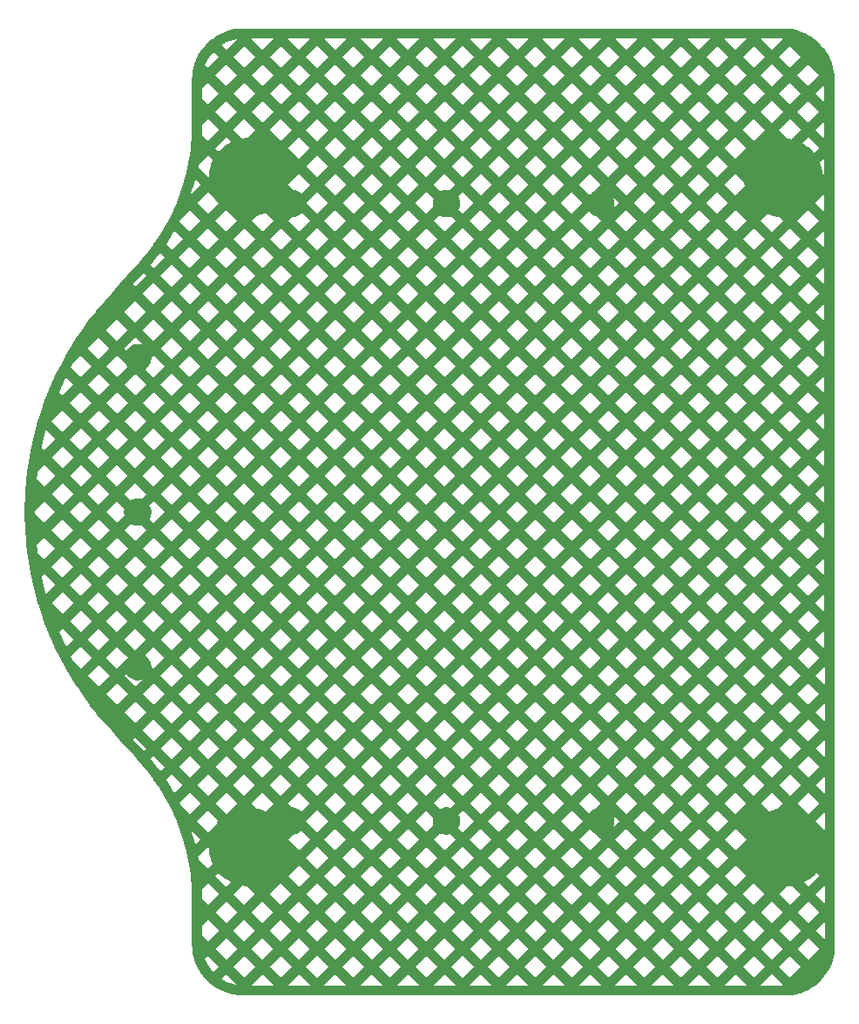
<source format=gbr>
G04 #@! TF.GenerationSoftware,KiCad,Pcbnew,9.0.2*
G04 #@! TF.CreationDate,2025-10-02T21:25:45-04:00*
G04 #@! TF.ProjectId,Trackball,54726163-6b62-4616-9c6c-2e6b69636164,rev?*
G04 #@! TF.SameCoordinates,Original*
G04 #@! TF.FileFunction,Copper,L1,Top*
G04 #@! TF.FilePolarity,Positive*
%FSLAX46Y46*%
G04 Gerber Fmt 4.6, Leading zero omitted, Abs format (unit mm)*
G04 Created by KiCad (PCBNEW 9.0.2) date 2025-10-02 21:25:45*
%MOMM*%
%LPD*%
G01*
G04 APERTURE LIST*
G04 #@! TA.AperFunction,ComponentPad*
%ADD10C,7.400000*%
G04 #@! TD*
G04 #@! TA.AperFunction,ViaPad*
%ADD11C,0.800000*%
G04 #@! TD*
G04 APERTURE END LIST*
D10*
X92400000Y-134150000D03*
X92155600Y-69100000D03*
X40150000Y-134100000D03*
X40152800Y-69073900D03*
D11*
X44400000Y-71600000D03*
X89400000Y-131600000D03*
X59400000Y-131600000D03*
X29400000Y-116600000D03*
X89400000Y-71600000D03*
X44400000Y-131600000D03*
X59400000Y-71600000D03*
X74400000Y-71600000D03*
X29400000Y-101600000D03*
X29400000Y-86600000D03*
X74400000Y-131600000D03*
G04 #@! TA.AperFunction,Conductor*
G36*
X92158187Y-54599508D02*
G01*
X92190093Y-54600827D01*
X92561029Y-54616162D01*
X92571372Y-54617018D01*
X92968921Y-54666552D01*
X92979145Y-54668258D01*
X93371231Y-54750438D01*
X93381303Y-54752987D01*
X93765266Y-54867253D01*
X93775090Y-54870625D01*
X94148314Y-55016199D01*
X94157831Y-55020373D01*
X94228308Y-55054813D01*
X94517739Y-55196248D01*
X94526895Y-55201201D01*
X94871048Y-55406181D01*
X94879764Y-55411872D01*
X95160133Y-55611959D01*
X95205828Y-55644569D01*
X95214041Y-55650958D01*
X95505911Y-55898033D01*
X95519797Y-55909788D01*
X95527457Y-55916837D01*
X95810780Y-56200001D01*
X95817833Y-56207658D01*
X96076820Y-56513252D01*
X96083217Y-56521465D01*
X96316095Y-56847398D01*
X96321791Y-56856109D01*
X96526979Y-57200171D01*
X96531925Y-57209303D01*
X96607159Y-57363041D01*
X96708003Y-57569114D01*
X96712189Y-57578646D01*
X96857960Y-57951758D01*
X96861345Y-57961603D01*
X96975820Y-58345483D01*
X96978380Y-58355573D01*
X97060775Y-58747592D01*
X97062493Y-58757859D01*
X97112244Y-59155319D01*
X97113110Y-59165694D01*
X97129966Y-59567975D01*
X97130076Y-59573172D01*
X97130091Y-59598943D01*
X97130112Y-59599073D01*
X97174504Y-143570297D01*
X97174021Y-143573579D01*
X97174467Y-143595013D01*
X97174464Y-143600396D01*
X97165522Y-144007525D01*
X97164824Y-144018286D01*
X97121394Y-144420445D01*
X97119778Y-144431106D01*
X97042125Y-144828069D01*
X97039604Y-144838554D01*
X96928293Y-145227425D01*
X96924885Y-145237656D01*
X96780725Y-145615601D01*
X96776454Y-145625502D01*
X96600518Y-145989715D01*
X96595417Y-145999215D01*
X96388970Y-146347074D01*
X96383075Y-146356103D01*
X96147663Y-146685007D01*
X96141017Y-146693500D01*
X95878319Y-147001098D01*
X95870972Y-147008990D01*
X95582948Y-147292991D01*
X95574952Y-147300227D01*
X95263696Y-147558562D01*
X95255111Y-147565087D01*
X94922919Y-147795854D01*
X94913808Y-147801622D01*
X94563083Y-148003152D01*
X94553512Y-148008119D01*
X94186852Y-148178916D01*
X94176891Y-148183047D01*
X93796967Y-148321869D01*
X93786690Y-148325133D01*
X93396282Y-148430965D01*
X93385763Y-148433338D01*
X92987754Y-148505397D01*
X92977071Y-148506863D01*
X92574330Y-148544629D01*
X92563561Y-148545175D01*
X92156264Y-148548390D01*
X92150876Y-148548317D01*
X92132030Y-148547659D01*
X92126758Y-148548400D01*
X39655396Y-148548400D01*
X39650189Y-148548292D01*
X39247215Y-148531625D01*
X39236836Y-148530765D01*
X38839195Y-148481198D01*
X38828924Y-148479484D01*
X38436736Y-148397252D01*
X38426641Y-148394696D01*
X38042571Y-148280353D01*
X38032721Y-148276971D01*
X37659424Y-148131309D01*
X37649887Y-148127126D01*
X37289881Y-147951130D01*
X37280723Y-147946174D01*
X36936486Y-147741054D01*
X36927767Y-147735358D01*
X36689288Y-147565087D01*
X36648325Y-147535840D01*
X40477658Y-147535840D01*
X40492218Y-147550400D01*
X42587248Y-147550400D01*
X42601808Y-147535840D01*
X44013192Y-147535840D01*
X44027752Y-147550400D01*
X46122782Y-147550400D01*
X46137342Y-147535840D01*
X47548726Y-147535840D01*
X47563286Y-147550400D01*
X49658316Y-147550400D01*
X49672876Y-147535840D01*
X51084260Y-147535840D01*
X51098820Y-147550400D01*
X53193850Y-147550400D01*
X53208410Y-147535840D01*
X54619793Y-147535840D01*
X54634353Y-147550400D01*
X56729384Y-147550400D01*
X56743944Y-147535840D01*
X58155327Y-147535840D01*
X58169887Y-147550400D01*
X60264918Y-147550400D01*
X60279478Y-147535840D01*
X61690861Y-147535840D01*
X61705421Y-147550400D01*
X63800452Y-147550400D01*
X63815012Y-147535840D01*
X65226395Y-147535840D01*
X65240955Y-147550400D01*
X67335986Y-147550400D01*
X67350545Y-147535840D01*
X68761929Y-147535840D01*
X68776489Y-147550400D01*
X70871520Y-147550400D01*
X70886079Y-147535840D01*
X72297463Y-147535840D01*
X72312023Y-147550400D01*
X74407054Y-147550400D01*
X74421613Y-147535840D01*
X75832997Y-147535840D01*
X75847557Y-147550400D01*
X77942588Y-147550400D01*
X77957147Y-147535840D01*
X79368531Y-147535840D01*
X79383091Y-147550400D01*
X81478121Y-147550400D01*
X81492681Y-147535840D01*
X82904065Y-147535840D01*
X82918625Y-147550400D01*
X85013655Y-147550400D01*
X85028215Y-147535840D01*
X86439599Y-147535840D01*
X86454159Y-147550400D01*
X88549189Y-147550400D01*
X88563749Y-147535840D01*
X89975133Y-147535840D01*
X89989693Y-147550400D01*
X92069301Y-147550400D01*
X92081900Y-147548854D01*
X92086466Y-147548654D01*
X92099282Y-147535839D01*
X91037208Y-146473765D01*
X89975133Y-147535840D01*
X88563749Y-147535840D01*
X87501674Y-146473765D01*
X86439599Y-147535840D01*
X85028215Y-147535840D01*
X83966140Y-146473765D01*
X82904065Y-147535840D01*
X81492681Y-147535840D01*
X80430606Y-146473765D01*
X79368531Y-147535840D01*
X77957147Y-147535840D01*
X76895072Y-146473764D01*
X75832997Y-147535840D01*
X74421613Y-147535840D01*
X73359538Y-146473764D01*
X72297463Y-147535840D01*
X70886079Y-147535840D01*
X69824004Y-146473764D01*
X68761929Y-147535840D01*
X67350545Y-147535840D01*
X66288470Y-146473764D01*
X65226395Y-147535840D01*
X63815012Y-147535840D01*
X62752936Y-146473764D01*
X61690861Y-147535840D01*
X60279478Y-147535840D01*
X59217402Y-146473764D01*
X58155327Y-147535840D01*
X56743944Y-147535840D01*
X55681868Y-146473764D01*
X54619793Y-147535840D01*
X53208410Y-147535840D01*
X52146335Y-146473765D01*
X51084260Y-147535840D01*
X49672876Y-147535840D01*
X48610801Y-146473765D01*
X47548726Y-147535840D01*
X46137342Y-147535840D01*
X45075267Y-146473765D01*
X44013192Y-147535840D01*
X42601808Y-147535840D01*
X41539733Y-146473765D01*
X40477658Y-147535840D01*
X36648325Y-147535840D01*
X36601633Y-147502502D01*
X36593433Y-147496120D01*
X36287629Y-147237118D01*
X36279968Y-147230064D01*
X35996635Y-146946731D01*
X35989581Y-146939070D01*
X35989155Y-146938567D01*
X37539396Y-146938567D01*
X37760599Y-147070375D01*
X38055809Y-147214694D01*
X38361891Y-147334129D01*
X38676848Y-147427896D01*
X38998426Y-147495322D01*
X39029649Y-147499214D01*
X38004199Y-146473765D01*
X37539396Y-146938567D01*
X35989155Y-146938567D01*
X35892676Y-146824654D01*
X35730576Y-146633263D01*
X35724200Y-146625069D01*
X35491341Y-146298932D01*
X35485645Y-146290213D01*
X35322124Y-146015788D01*
X35280523Y-145945974D01*
X35275569Y-145936818D01*
X35099573Y-145576812D01*
X35095390Y-145567275D01*
X35031005Y-145402271D01*
X34949725Y-145193969D01*
X34946346Y-145184128D01*
X34890909Y-144997919D01*
X35944510Y-144997919D01*
X36012003Y-145170888D01*
X36156322Y-145466098D01*
X36324515Y-145748363D01*
X36515452Y-146015788D01*
X36727835Y-146266547D01*
X36763933Y-146302645D01*
X37298506Y-145768073D01*
X38709891Y-145768073D01*
X39771966Y-146830148D01*
X40834041Y-145768073D01*
X42245425Y-145768073D01*
X43307500Y-146830148D01*
X44369575Y-145768073D01*
X45780959Y-145768073D01*
X46843034Y-146830148D01*
X47905109Y-145768073D01*
X49316493Y-145768073D01*
X50378568Y-146830148D01*
X51440643Y-145768073D01*
X52852027Y-145768073D01*
X53914102Y-146830148D01*
X54976177Y-145768073D01*
X56387560Y-145768073D01*
X57449635Y-146830148D01*
X58511711Y-145768073D01*
X59923094Y-145768073D01*
X60985169Y-146830148D01*
X62047245Y-145768073D01*
X63458628Y-145768073D01*
X64520703Y-146830148D01*
X65582779Y-145768073D01*
X66994162Y-145768073D01*
X68056237Y-146830148D01*
X69118312Y-145768073D01*
X70529696Y-145768073D01*
X71591771Y-146830148D01*
X72653846Y-145768073D01*
X74065230Y-145768073D01*
X75127305Y-146830148D01*
X76189380Y-145768073D01*
X77600764Y-145768073D01*
X78662839Y-146830148D01*
X79724914Y-145768073D01*
X81136298Y-145768073D01*
X82198373Y-146830148D01*
X83260448Y-145768073D01*
X84671832Y-145768073D01*
X85733907Y-146830148D01*
X86795982Y-145768073D01*
X88207366Y-145768073D01*
X89269441Y-146830148D01*
X90331516Y-145768073D01*
X91742899Y-145768073D01*
X92804974Y-146830148D01*
X93867050Y-145768073D01*
X92804974Y-144705997D01*
X91742899Y-145768073D01*
X90331516Y-145768073D01*
X89269441Y-144705998D01*
X88207366Y-145768073D01*
X86795982Y-145768073D01*
X85733907Y-144705998D01*
X84671832Y-145768073D01*
X83260448Y-145768073D01*
X82198373Y-144705998D01*
X81136298Y-145768073D01*
X79724914Y-145768073D01*
X78662839Y-144705998D01*
X77600764Y-145768073D01*
X76189380Y-145768073D01*
X75127305Y-144705997D01*
X74065230Y-145768073D01*
X72653846Y-145768073D01*
X71591771Y-144705997D01*
X70529696Y-145768073D01*
X69118312Y-145768073D01*
X68056237Y-144705997D01*
X66994162Y-145768073D01*
X65582779Y-145768073D01*
X64520703Y-144705997D01*
X63458628Y-145768073D01*
X62047245Y-145768073D01*
X60985169Y-144705997D01*
X59923094Y-145768073D01*
X58511711Y-145768073D01*
X57449635Y-144705997D01*
X56387560Y-145768073D01*
X54976177Y-145768073D01*
X53914102Y-144705998D01*
X52852027Y-145768073D01*
X51440643Y-145768073D01*
X50378568Y-144705998D01*
X49316493Y-145768073D01*
X47905109Y-145768073D01*
X46843034Y-144705998D01*
X45780959Y-145768073D01*
X44369575Y-145768073D01*
X43307500Y-144705998D01*
X42245425Y-145768073D01*
X40834041Y-145768073D01*
X39771966Y-144705998D01*
X38709891Y-145768073D01*
X37298506Y-145768073D01*
X37298507Y-145768072D01*
X36236432Y-144705998D01*
X35944510Y-144997919D01*
X34890909Y-144997919D01*
X34831999Y-144800044D01*
X34829450Y-144789976D01*
X34747214Y-144397771D01*
X34745501Y-144387504D01*
X34721636Y-144196049D01*
X34697236Y-144000306D01*
X36942124Y-144000306D01*
X38004199Y-145062381D01*
X39066274Y-144000306D01*
X40477658Y-144000306D01*
X41539733Y-145062381D01*
X42601808Y-144000306D01*
X44013192Y-144000306D01*
X45075267Y-145062381D01*
X46137342Y-144000306D01*
X47548726Y-144000306D01*
X48610801Y-145062381D01*
X49672876Y-144000306D01*
X51084260Y-144000306D01*
X52146335Y-145062381D01*
X53208410Y-144000306D01*
X54619793Y-144000306D01*
X55681868Y-145062381D01*
X56743944Y-144000306D01*
X58155327Y-144000306D01*
X59217402Y-145062381D01*
X60279478Y-144000306D01*
X61690861Y-144000306D01*
X62752936Y-145062381D01*
X63815012Y-144000306D01*
X65226395Y-144000306D01*
X66288470Y-145062381D01*
X67350545Y-144000306D01*
X68761929Y-144000306D01*
X69824004Y-145062381D01*
X70886079Y-144000306D01*
X72297463Y-144000306D01*
X73359538Y-145062381D01*
X74421613Y-144000306D01*
X75832997Y-144000306D01*
X76895072Y-145062381D01*
X77957147Y-144000306D01*
X79368531Y-144000306D01*
X80430606Y-145062381D01*
X81492681Y-144000306D01*
X82904065Y-144000306D01*
X83966140Y-145062381D01*
X85028215Y-144000306D01*
X86439599Y-144000306D01*
X87501674Y-145062381D01*
X88563749Y-144000306D01*
X89975133Y-144000306D01*
X91037208Y-145062381D01*
X92099283Y-144000306D01*
X93510666Y-144000306D01*
X94572741Y-145062381D01*
X95634817Y-144000306D01*
X94572741Y-142938230D01*
X93510666Y-144000306D01*
X92099283Y-144000306D01*
X91037208Y-142938231D01*
X89975133Y-144000306D01*
X88563749Y-144000306D01*
X87501674Y-142938231D01*
X86439599Y-144000306D01*
X85028215Y-144000306D01*
X83966140Y-142938231D01*
X82904065Y-144000306D01*
X81492681Y-144000306D01*
X80430606Y-142938231D01*
X79368531Y-144000306D01*
X77957147Y-144000306D01*
X76895072Y-142938230D01*
X75832997Y-144000306D01*
X74421613Y-144000306D01*
X73359538Y-142938230D01*
X72297463Y-144000306D01*
X70886079Y-144000306D01*
X69824004Y-142938230D01*
X68761929Y-144000306D01*
X67350545Y-144000306D01*
X66288470Y-142938230D01*
X65226395Y-144000306D01*
X63815012Y-144000306D01*
X62752936Y-142938230D01*
X61690861Y-144000306D01*
X60279478Y-144000306D01*
X59217402Y-142938230D01*
X58155327Y-144000306D01*
X56743944Y-144000306D01*
X55681868Y-142938230D01*
X54619793Y-144000306D01*
X53208410Y-144000306D01*
X52146335Y-142938231D01*
X51084260Y-144000306D01*
X49672876Y-144000306D01*
X48610801Y-142938231D01*
X47548726Y-144000306D01*
X46137342Y-144000306D01*
X45075267Y-142938231D01*
X44013192Y-144000306D01*
X42601808Y-144000306D01*
X41539733Y-142938231D01*
X40477658Y-144000306D01*
X39066274Y-144000306D01*
X38004199Y-142938230D01*
X36942124Y-144000306D01*
X34697236Y-144000306D01*
X34695932Y-143989846D01*
X34695075Y-143979499D01*
X34678408Y-143576511D01*
X34678300Y-143571304D01*
X34678300Y-141730596D01*
X35676300Y-141730596D01*
X35676300Y-142734481D01*
X36236432Y-143294614D01*
X37298507Y-142232539D01*
X38709890Y-142232539D01*
X39771966Y-143294614D01*
X40834041Y-142232539D01*
X42245424Y-142232539D01*
X43307500Y-143294614D01*
X44369575Y-142232539D01*
X45780958Y-142232539D01*
X46843034Y-143294614D01*
X47905109Y-142232539D01*
X49316492Y-142232539D01*
X50378568Y-143294614D01*
X51440643Y-142232539D01*
X52852026Y-142232539D01*
X53914102Y-143294614D01*
X54976177Y-142232539D01*
X56387560Y-142232539D01*
X57449635Y-143294614D01*
X58511711Y-142232539D01*
X59923094Y-142232539D01*
X60985169Y-143294614D01*
X62047245Y-142232539D01*
X63458628Y-142232539D01*
X64520703Y-143294614D01*
X65582779Y-142232539D01*
X66994161Y-142232539D01*
X68056237Y-143294614D01*
X69118312Y-142232539D01*
X70529695Y-142232539D01*
X71591771Y-143294614D01*
X72653846Y-142232539D01*
X74065229Y-142232539D01*
X75127305Y-143294614D01*
X76189380Y-142232539D01*
X77600763Y-142232539D01*
X78662839Y-143294614D01*
X79724914Y-142232539D01*
X81136297Y-142232539D01*
X82198373Y-143294614D01*
X83260448Y-142232539D01*
X84671831Y-142232539D01*
X85733907Y-143294614D01*
X86795982Y-142232539D01*
X88207365Y-142232539D01*
X89269441Y-143294614D01*
X90331516Y-142232539D01*
X91742899Y-142232539D01*
X92804974Y-143294614D01*
X93867050Y-142232539D01*
X95278433Y-142232539D01*
X96176269Y-143130375D01*
X96175320Y-141335651D01*
X95278433Y-142232539D01*
X93867050Y-142232539D01*
X92804974Y-141170463D01*
X91742899Y-142232539D01*
X90331516Y-142232539D01*
X89269441Y-141170464D01*
X88207365Y-142232539D01*
X86795982Y-142232539D01*
X85733907Y-141170464D01*
X84671831Y-142232539D01*
X83260448Y-142232539D01*
X82198373Y-141170464D01*
X81136297Y-142232539D01*
X79724914Y-142232539D01*
X78662839Y-141170464D01*
X77600763Y-142232539D01*
X76189380Y-142232539D01*
X75127305Y-141170463D01*
X74065229Y-142232539D01*
X72653846Y-142232539D01*
X71591771Y-141170463D01*
X70529695Y-142232539D01*
X69118312Y-142232539D01*
X68056237Y-141170463D01*
X66994161Y-142232539D01*
X65582779Y-142232539D01*
X64520703Y-141170463D01*
X63458628Y-142232539D01*
X62047245Y-142232539D01*
X60985169Y-141170463D01*
X59923094Y-142232539D01*
X58511711Y-142232539D01*
X57449635Y-141170463D01*
X56387560Y-142232539D01*
X54976177Y-142232539D01*
X53914102Y-141170464D01*
X52852026Y-142232539D01*
X51440643Y-142232539D01*
X50378568Y-141170464D01*
X49316492Y-142232539D01*
X47905109Y-142232539D01*
X46843034Y-141170464D01*
X45780958Y-142232539D01*
X44369575Y-142232539D01*
X43307500Y-141170464D01*
X42245424Y-142232539D01*
X40834041Y-142232539D01*
X39771966Y-141170464D01*
X38709890Y-142232539D01*
X37298507Y-142232539D01*
X36236432Y-141170463D01*
X35676300Y-141730596D01*
X34678300Y-141730596D01*
X34678300Y-140464772D01*
X36942123Y-140464772D01*
X38004199Y-141526847D01*
X39066274Y-140464772D01*
X40477657Y-140464772D01*
X41539733Y-141526847D01*
X42601808Y-140464772D01*
X44013191Y-140464772D01*
X45075267Y-141526847D01*
X46137342Y-140464772D01*
X47548725Y-140464772D01*
X48610801Y-141526847D01*
X49672876Y-140464772D01*
X51084259Y-140464772D01*
X52146335Y-141526847D01*
X53208410Y-140464772D01*
X54619793Y-140464772D01*
X55681868Y-141526847D01*
X56743944Y-140464772D01*
X58155327Y-140464772D01*
X59217402Y-141526847D01*
X60279478Y-140464772D01*
X61690861Y-140464772D01*
X62752936Y-141526847D01*
X63815012Y-140464772D01*
X65226394Y-140464772D01*
X66288470Y-141526847D01*
X67350545Y-140464772D01*
X68761928Y-140464772D01*
X69824004Y-141526847D01*
X70886079Y-140464772D01*
X72297462Y-140464772D01*
X73359538Y-141526847D01*
X74421613Y-140464772D01*
X75832996Y-140464772D01*
X76895072Y-141526847D01*
X77957147Y-140464772D01*
X79368530Y-140464772D01*
X80430606Y-141526847D01*
X81492681Y-140464772D01*
X82904064Y-140464772D01*
X83966140Y-141526847D01*
X85028215Y-140464772D01*
X86439598Y-140464772D01*
X87501674Y-141526847D01*
X88563749Y-140464772D01*
X89975132Y-140464772D01*
X91037208Y-141526847D01*
X92099283Y-140464772D01*
X93510666Y-140464772D01*
X94572741Y-141526847D01*
X95634817Y-140464772D01*
X94572741Y-139402696D01*
X93510666Y-140464772D01*
X92099283Y-140464772D01*
X91037208Y-139402697D01*
X89975132Y-140464772D01*
X88563749Y-140464772D01*
X87501674Y-139402697D01*
X86439598Y-140464772D01*
X85028215Y-140464772D01*
X83966140Y-139402697D01*
X82904064Y-140464772D01*
X81492681Y-140464772D01*
X80430606Y-139402697D01*
X79368530Y-140464772D01*
X77957147Y-140464772D01*
X76895072Y-139402696D01*
X75832996Y-140464772D01*
X74421613Y-140464772D01*
X73359538Y-139402696D01*
X72297462Y-140464772D01*
X70886079Y-140464772D01*
X69824004Y-139402696D01*
X68761928Y-140464772D01*
X67350545Y-140464772D01*
X66288470Y-139402696D01*
X65226394Y-140464772D01*
X63815012Y-140464772D01*
X62752936Y-139402696D01*
X61690861Y-140464772D01*
X60279478Y-140464772D01*
X59217402Y-139402696D01*
X58155327Y-140464772D01*
X56743944Y-140464772D01*
X55681868Y-139402696D01*
X54619793Y-140464772D01*
X53208410Y-140464772D01*
X52146335Y-139402697D01*
X51084259Y-140464772D01*
X49672876Y-140464772D01*
X48610801Y-139402697D01*
X47548725Y-140464772D01*
X46137342Y-140464772D01*
X45075267Y-139402697D01*
X44013191Y-140464772D01*
X42601808Y-140464772D01*
X41539733Y-139402697D01*
X40477657Y-140464772D01*
X39066274Y-140464772D01*
X38004199Y-139402696D01*
X36942123Y-140464772D01*
X34678300Y-140464772D01*
X34678300Y-139179559D01*
X34678321Y-138785224D01*
X34653973Y-138218468D01*
X35652893Y-138218468D01*
X35676206Y-138761117D01*
X35676322Y-138766532D01*
X35676300Y-139179612D01*
X35676300Y-139198947D01*
X36236432Y-139759080D01*
X37298507Y-138697005D01*
X38709891Y-138697005D01*
X39771966Y-139759080D01*
X40834041Y-138697005D01*
X42245424Y-138697005D01*
X43307500Y-139759080D01*
X44369575Y-138697005D01*
X45780958Y-138697005D01*
X46843034Y-139759080D01*
X47905109Y-138697005D01*
X49316492Y-138697005D01*
X50378568Y-139759080D01*
X51440643Y-138697005D01*
X52852026Y-138697005D01*
X53914102Y-139759080D01*
X54976177Y-138697005D01*
X56387560Y-138697005D01*
X57449635Y-139759080D01*
X58511711Y-138697005D01*
X59923094Y-138697005D01*
X60985169Y-139759080D01*
X62047245Y-138697005D01*
X63458628Y-138697005D01*
X64520703Y-139759080D01*
X65582779Y-138697005D01*
X66994161Y-138697005D01*
X68056237Y-139759080D01*
X69118312Y-138697005D01*
X70529695Y-138697005D01*
X71591771Y-139759080D01*
X72653846Y-138697005D01*
X74065229Y-138697005D01*
X75127305Y-139759080D01*
X76189380Y-138697005D01*
X77600763Y-138697005D01*
X78662839Y-139759080D01*
X79724914Y-138697005D01*
X81136297Y-138697005D01*
X82198373Y-139759080D01*
X83260448Y-138697005D01*
X84671831Y-138697005D01*
X85733907Y-139759080D01*
X86795982Y-138697005D01*
X88207365Y-138697005D01*
X89269441Y-139759080D01*
X90331516Y-138697005D01*
X91742899Y-138697005D01*
X92804974Y-139759080D01*
X93867050Y-138697005D01*
X95278433Y-138697005D01*
X96174399Y-139592971D01*
X96173452Y-137801985D01*
X95278433Y-138697005D01*
X93867050Y-138697005D01*
X93084787Y-137914742D01*
X92968138Y-137937946D01*
X92955907Y-137939760D01*
X92594119Y-137975393D01*
X92581769Y-137976000D01*
X92463906Y-137976000D01*
X91742899Y-138697005D01*
X90331516Y-138697005D01*
X89269441Y-137634930D01*
X88207365Y-138697005D01*
X86795982Y-138697005D01*
X85733907Y-137634930D01*
X84671831Y-138697005D01*
X83260448Y-138697005D01*
X82198373Y-137634930D01*
X81136297Y-138697005D01*
X79724914Y-138697005D01*
X78662839Y-137634930D01*
X77600763Y-138697005D01*
X76189380Y-138697005D01*
X75127305Y-137634929D01*
X74065229Y-138697005D01*
X72653846Y-138697005D01*
X71591771Y-137634929D01*
X70529695Y-138697005D01*
X69118312Y-138697005D01*
X68056237Y-137634929D01*
X66994161Y-138697005D01*
X65582779Y-138697005D01*
X64520703Y-137634929D01*
X63458628Y-138697005D01*
X62047245Y-138697005D01*
X60985169Y-137634929D01*
X59923094Y-138697005D01*
X58511711Y-138697005D01*
X57449635Y-137634929D01*
X56387560Y-138697005D01*
X54976177Y-138697005D01*
X53914102Y-137634930D01*
X52852026Y-138697005D01*
X51440643Y-138697005D01*
X50378568Y-137634930D01*
X49316492Y-138697005D01*
X47905109Y-138697005D01*
X46843034Y-137634930D01*
X45780958Y-138697005D01*
X44369575Y-138697005D01*
X43307500Y-137634930D01*
X42245424Y-138697005D01*
X40834041Y-138697005D01*
X40063036Y-137926000D01*
X39968231Y-137926000D01*
X39955881Y-137925393D01*
X39594093Y-137889760D01*
X39581861Y-137887946D01*
X39529387Y-137877508D01*
X38709891Y-138697005D01*
X37298507Y-138697005D01*
X36236432Y-137634930D01*
X35652893Y-138218468D01*
X34653973Y-138218468D01*
X34641412Y-137926083D01*
X34567660Y-137069318D01*
X34551198Y-136942224D01*
X34549516Y-136929238D01*
X36942124Y-136929238D01*
X38004198Y-137991313D01*
X38460377Y-137535133D01*
X38186130Y-137388545D01*
X38175524Y-137382188D01*
X37873253Y-137180217D01*
X37863321Y-137172851D01*
X37582301Y-136942224D01*
X37573140Y-136933920D01*
X37568458Y-136929238D01*
X44013191Y-136929238D01*
X45075267Y-137991313D01*
X46137342Y-136929238D01*
X47548725Y-136929238D01*
X48610801Y-137991313D01*
X49672876Y-136929238D01*
X51084259Y-136929238D01*
X52146335Y-137991313D01*
X53208410Y-136929238D01*
X54619793Y-136929238D01*
X55681868Y-137991313D01*
X56743944Y-136929238D01*
X58155327Y-136929238D01*
X59217402Y-137991313D01*
X60279478Y-136929238D01*
X61690861Y-136929238D01*
X62752936Y-137991313D01*
X63815012Y-136929238D01*
X65226394Y-136929238D01*
X66288470Y-137991313D01*
X67350545Y-136929238D01*
X68761928Y-136929238D01*
X69824004Y-137991313D01*
X70886079Y-136929238D01*
X72297462Y-136929238D01*
X73359538Y-137991313D01*
X74421613Y-136929238D01*
X75832996Y-136929238D01*
X76895072Y-137991313D01*
X77957147Y-136929238D01*
X79368530Y-136929238D01*
X80430606Y-137991313D01*
X81492681Y-136929238D01*
X82904064Y-136929238D01*
X83966140Y-137991313D01*
X85028215Y-136929238D01*
X86439598Y-136929238D01*
X87501674Y-137991313D01*
X87934654Y-137558333D01*
X94139761Y-137558333D01*
X94572741Y-137991313D01*
X95634817Y-136929238D01*
X95323834Y-136618255D01*
X95242224Y-136717698D01*
X95233920Y-136726860D01*
X94976860Y-136983920D01*
X94967699Y-136992224D01*
X94686679Y-137222851D01*
X94676747Y-137230217D01*
X94374476Y-137432188D01*
X94363870Y-137438545D01*
X94139761Y-137558333D01*
X87934654Y-137558333D01*
X88563749Y-136929238D01*
X87501674Y-135867163D01*
X86439598Y-136929238D01*
X85028215Y-136929238D01*
X83966140Y-135867163D01*
X82904064Y-136929238D01*
X81492681Y-136929238D01*
X80430606Y-135867163D01*
X79368530Y-136929238D01*
X77957147Y-136929238D01*
X76895072Y-135867162D01*
X75832996Y-136929238D01*
X74421613Y-136929238D01*
X73359538Y-135867162D01*
X72297462Y-136929238D01*
X70886079Y-136929238D01*
X69824004Y-135867162D01*
X68761928Y-136929238D01*
X67350545Y-136929238D01*
X66288470Y-135867162D01*
X65226394Y-136929238D01*
X63815012Y-136929238D01*
X62752936Y-135867162D01*
X61690861Y-136929238D01*
X60279478Y-136929238D01*
X59217402Y-135867162D01*
X58155327Y-136929238D01*
X56743944Y-136929238D01*
X55681868Y-135867162D01*
X54619793Y-136929238D01*
X53208410Y-136929238D01*
X52146335Y-135867163D01*
X51084259Y-136929238D01*
X49672876Y-136929238D01*
X48610801Y-135867163D01*
X47548725Y-136929238D01*
X46137342Y-136929238D01*
X45075267Y-135867163D01*
X44013191Y-136929238D01*
X37568458Y-136929238D01*
X37316080Y-136676860D01*
X37307776Y-136667698D01*
X37260847Y-136610514D01*
X36942124Y-136929238D01*
X34549516Y-136929238D01*
X34457201Y-136216503D01*
X34310245Y-135369241D01*
X34294686Y-135297881D01*
X34244889Y-135069491D01*
X35266335Y-135069491D01*
X35289322Y-135174914D01*
X35290360Y-135180223D01*
X35310767Y-135297881D01*
X36236431Y-136223546D01*
X36699361Y-135760615D01*
X36690084Y-135743258D01*
X36684797Y-135732080D01*
X36545677Y-135396214D01*
X36541512Y-135384572D01*
X36473835Y-135161471D01*
X45780958Y-135161471D01*
X46843034Y-136223546D01*
X47905109Y-135161471D01*
X49316492Y-135161471D01*
X50378568Y-136223546D01*
X51440643Y-135161471D01*
X52852026Y-135161471D01*
X53914102Y-136223546D01*
X54976177Y-135161471D01*
X56387560Y-135161471D01*
X57449635Y-136223546D01*
X58511711Y-135161471D01*
X59923094Y-135161471D01*
X60985169Y-136223546D01*
X62047245Y-135161471D01*
X63458628Y-135161471D01*
X64520703Y-136223546D01*
X65582779Y-135161471D01*
X66994161Y-135161471D01*
X68056237Y-136223546D01*
X69118312Y-135161471D01*
X70529695Y-135161471D01*
X71591771Y-136223546D01*
X72653846Y-135161471D01*
X74065229Y-135161471D01*
X75127305Y-136223546D01*
X76189380Y-135161471D01*
X77600763Y-135161471D01*
X78662839Y-136223546D01*
X79724914Y-135161471D01*
X81136297Y-135161471D01*
X82198373Y-136223546D01*
X83260448Y-135161471D01*
X84671831Y-135161471D01*
X85733907Y-136223546D01*
X86795982Y-135161471D01*
X85733907Y-134099396D01*
X84671831Y-135161471D01*
X83260448Y-135161471D01*
X82198373Y-134099396D01*
X81136297Y-135161471D01*
X79724914Y-135161471D01*
X78662839Y-134099396D01*
X77600763Y-135161471D01*
X76189380Y-135161471D01*
X75127305Y-134099395D01*
X74065229Y-135161471D01*
X72653846Y-135161471D01*
X71591771Y-134099395D01*
X70529695Y-135161471D01*
X69118312Y-135161471D01*
X68056237Y-134099395D01*
X66994161Y-135161471D01*
X65582779Y-135161471D01*
X64520703Y-134099395D01*
X63458628Y-135161471D01*
X62047245Y-135161471D01*
X60985169Y-134099395D01*
X59923094Y-135161471D01*
X58511711Y-135161471D01*
X57449635Y-134099395D01*
X56387560Y-135161471D01*
X54976177Y-135161471D01*
X53914102Y-134099396D01*
X52852026Y-135161471D01*
X51440643Y-135161471D01*
X50378568Y-134099396D01*
X49316492Y-135161471D01*
X47905109Y-135161471D01*
X46843034Y-134099396D01*
X45780958Y-135161471D01*
X36473835Y-135161471D01*
X36435982Y-135036687D01*
X36432977Y-135024692D01*
X36362054Y-134668138D01*
X36360240Y-134655907D01*
X36324607Y-134294119D01*
X36324000Y-134281769D01*
X36324000Y-134186964D01*
X36236431Y-134099396D01*
X35266335Y-135069491D01*
X34244889Y-135069491D01*
X34127050Y-134529032D01*
X33907963Y-133697475D01*
X33653387Y-132876088D01*
X33486442Y-132409318D01*
X34546354Y-132409318D01*
X34599397Y-132557623D01*
X34601109Y-132562755D01*
X34866770Y-133419909D01*
X34868260Y-133425109D01*
X34999855Y-133924587D01*
X35530739Y-133393704D01*
X44013191Y-133393704D01*
X45075267Y-134455779D01*
X46137342Y-133393704D01*
X47548725Y-133393704D01*
X48610801Y-134455779D01*
X49672876Y-133393704D01*
X51084259Y-133393704D01*
X52146335Y-134455779D01*
X53208410Y-133393704D01*
X54619793Y-133393704D01*
X55681868Y-134455779D01*
X56743944Y-133393704D01*
X58155327Y-133393704D01*
X59217402Y-134455779D01*
X60279478Y-133393704D01*
X61690861Y-133393704D01*
X62752936Y-134455779D01*
X63815012Y-133393704D01*
X65226394Y-133393704D01*
X66288470Y-134455779D01*
X67350545Y-133393704D01*
X68761928Y-133393704D01*
X69824004Y-134455779D01*
X70886079Y-133393704D01*
X70886078Y-133393703D01*
X72297462Y-133393703D01*
X73359538Y-134455779D01*
X74421614Y-133393704D01*
X75832996Y-133393704D01*
X76895072Y-134455779D01*
X77957147Y-133393704D01*
X79368530Y-133393704D01*
X80430606Y-134455779D01*
X81492681Y-133393704D01*
X82904064Y-133393704D01*
X83966140Y-134455779D01*
X85028215Y-133393704D01*
X86439598Y-133393704D01*
X87501674Y-134455779D01*
X88563749Y-133393704D01*
X87501674Y-132331629D01*
X86439598Y-133393704D01*
X85028215Y-133393704D01*
X83966140Y-132331629D01*
X82904064Y-133393704D01*
X81492681Y-133393704D01*
X80430606Y-132331629D01*
X79368530Y-133393704D01*
X77957147Y-133393704D01*
X76895072Y-132331628D01*
X75832996Y-133393704D01*
X74421614Y-133393704D01*
X73821202Y-132793292D01*
X73713860Y-132738599D01*
X73697002Y-132728268D01*
X73544191Y-132617245D01*
X73529157Y-132604404D01*
X73395596Y-132470843D01*
X73382755Y-132455809D01*
X73320729Y-132370437D01*
X72297462Y-133393703D01*
X70886078Y-133393703D01*
X69824004Y-132331628D01*
X68761928Y-133393704D01*
X67350545Y-133393704D01*
X66288470Y-132331628D01*
X65226394Y-133393704D01*
X63815012Y-133393704D01*
X62752936Y-132331628D01*
X61690861Y-133393704D01*
X60279478Y-133393704D01*
X59762295Y-132876521D01*
X59719937Y-132890285D01*
X59700712Y-132894901D01*
X59514153Y-132924449D01*
X59494442Y-132926000D01*
X59305558Y-132926000D01*
X59285847Y-132924449D01*
X59099288Y-132894901D01*
X59080063Y-132890285D01*
X58900424Y-132831917D01*
X58882157Y-132824351D01*
X58777834Y-132771196D01*
X58155327Y-133393704D01*
X56743944Y-133393704D01*
X55681868Y-132331628D01*
X54619793Y-133393704D01*
X53208410Y-133393704D01*
X52146335Y-132331629D01*
X51084259Y-133393704D01*
X49672876Y-133393704D01*
X48610801Y-132331629D01*
X47548725Y-133393704D01*
X46137342Y-133393704D01*
X45309442Y-132565804D01*
X45270844Y-132604404D01*
X45255809Y-132617245D01*
X45102998Y-132728268D01*
X45086140Y-132738599D01*
X44917843Y-132824351D01*
X44899576Y-132831917D01*
X44719937Y-132890285D01*
X44700712Y-132894901D01*
X44514153Y-132924449D01*
X44494442Y-132926000D01*
X44480896Y-132926000D01*
X44013191Y-133393704D01*
X35530739Y-133393704D01*
X35530740Y-133393703D01*
X34546354Y-132409318D01*
X33486442Y-132409318D01*
X33363789Y-132066386D01*
X33184582Y-131625937D01*
X35174356Y-131625937D01*
X36236432Y-132688013D01*
X37006533Y-131917911D01*
X37069783Y-131823253D01*
X37077149Y-131813321D01*
X37230931Y-131625937D01*
X45780958Y-131625937D01*
X46843034Y-132688013D01*
X47905109Y-131625937D01*
X49316492Y-131625937D01*
X50378568Y-132688013D01*
X51440643Y-131625937D01*
X52852026Y-131625937D01*
X53914102Y-132688013D01*
X54976177Y-131625937D01*
X56387560Y-131625937D01*
X57449635Y-132688012D01*
X57881117Y-132256529D01*
X60553686Y-132256529D01*
X60985170Y-132688012D01*
X62047245Y-131625937D01*
X63458628Y-131625937D01*
X64520703Y-132688013D01*
X65582779Y-131625937D01*
X66994161Y-131625937D01*
X68056237Y-132688013D01*
X69118312Y-131625937D01*
X70529695Y-131625937D01*
X71591771Y-132688013D01*
X72012852Y-132266932D01*
X75548385Y-132266932D01*
X76189380Y-131625937D01*
X77600763Y-131625937D01*
X78662839Y-132688013D01*
X79724914Y-131625937D01*
X81136297Y-131625937D01*
X82198373Y-132688013D01*
X83260448Y-131625937D01*
X84671831Y-131625937D01*
X85733907Y-132688013D01*
X86795982Y-131625937D01*
X95278432Y-131625937D01*
X96170659Y-132518164D01*
X96169716Y-130734653D01*
X95278432Y-131625937D01*
X86795982Y-131625937D01*
X85733907Y-130563862D01*
X84671831Y-131625937D01*
X83260448Y-131625937D01*
X82198373Y-130563862D01*
X81136297Y-131625937D01*
X79724914Y-131625937D01*
X78662839Y-130563862D01*
X77600763Y-131625937D01*
X76189380Y-131625937D01*
X75602276Y-131038833D01*
X75624351Y-131082157D01*
X75631917Y-131100424D01*
X75690285Y-131280063D01*
X75694901Y-131299288D01*
X75724449Y-131485847D01*
X75726000Y-131505558D01*
X75726000Y-131694442D01*
X75724449Y-131714153D01*
X75694901Y-131900712D01*
X75690285Y-131919937D01*
X75631917Y-132099576D01*
X75624351Y-132117843D01*
X75548385Y-132266932D01*
X72012852Y-132266932D01*
X72653846Y-131625937D01*
X71591771Y-130563862D01*
X70529695Y-131625937D01*
X69118312Y-131625937D01*
X68056237Y-130563862D01*
X66994161Y-131625937D01*
X65582779Y-131625937D01*
X64520703Y-130563862D01*
X63458628Y-131625937D01*
X62047245Y-131625937D01*
X60985170Y-130563862D01*
X60571196Y-130977835D01*
X60624351Y-131082157D01*
X60631917Y-131100424D01*
X60690285Y-131280063D01*
X60694901Y-131299288D01*
X60724449Y-131485847D01*
X60726000Y-131505558D01*
X60726000Y-131694442D01*
X60724449Y-131714153D01*
X60694901Y-131900712D01*
X60690285Y-131919937D01*
X60631917Y-132099576D01*
X60624351Y-132117843D01*
X60553686Y-132256529D01*
X57881117Y-132256529D01*
X58136199Y-132001447D01*
X58109715Y-131919937D01*
X58105099Y-131900712D01*
X58075551Y-131714153D01*
X58074000Y-131694442D01*
X58074000Y-131505558D01*
X58075551Y-131485847D01*
X58105099Y-131299288D01*
X58109715Y-131280064D01*
X58123477Y-131237705D01*
X57449635Y-130563862D01*
X56387560Y-131625937D01*
X54976177Y-131625937D01*
X53914102Y-130563862D01*
X52852026Y-131625937D01*
X51440643Y-131625937D01*
X50378568Y-130563862D01*
X49316492Y-131625937D01*
X47905109Y-131625937D01*
X46843034Y-130563862D01*
X45780958Y-131625937D01*
X37230931Y-131625937D01*
X37261391Y-131588821D01*
X36236432Y-130563862D01*
X35174356Y-131625937D01*
X33184582Y-131625937D01*
X33039703Y-131269859D01*
X32681728Y-130487977D01*
X32334943Y-129809135D01*
X33455624Y-129809135D01*
X33558042Y-130009623D01*
X34468665Y-130920246D01*
X35530740Y-129858170D01*
X36942123Y-129858170D01*
X38004198Y-130920245D01*
X39066274Y-129858170D01*
X40477657Y-129858170D01*
X40984529Y-130365042D01*
X41074692Y-130382977D01*
X41086687Y-130385982D01*
X41434572Y-130491512D01*
X41446214Y-130495677D01*
X41782080Y-130634797D01*
X41793258Y-130640084D01*
X41810615Y-130649361D01*
X42601807Y-129858170D01*
X44013191Y-129858170D01*
X44429021Y-130274000D01*
X44494442Y-130274000D01*
X44514153Y-130275551D01*
X44700712Y-130305099D01*
X44719937Y-130309715D01*
X44899576Y-130368083D01*
X44917843Y-130375649D01*
X45086140Y-130461401D01*
X45102998Y-130471732D01*
X45255809Y-130582755D01*
X45270843Y-130595596D01*
X45335379Y-130660132D01*
X46137341Y-129858170D01*
X47548725Y-129858170D01*
X48610801Y-130920246D01*
X49672876Y-129858170D01*
X51084259Y-129858170D01*
X52146335Y-130920246D01*
X53208410Y-129858170D01*
X54619793Y-129858170D01*
X55681868Y-130920246D01*
X56743943Y-129858171D01*
X58155327Y-129858171D01*
X58743469Y-130446313D01*
X58882157Y-130375649D01*
X58900424Y-130368083D01*
X59080063Y-130309715D01*
X59099288Y-130305099D01*
X59285847Y-130275551D01*
X59305558Y-130274000D01*
X59494442Y-130274000D01*
X59514153Y-130275551D01*
X59700712Y-130305099D01*
X59719937Y-130309715D01*
X59801447Y-130336199D01*
X60279477Y-129858170D01*
X61690861Y-129858170D01*
X62752936Y-130920246D01*
X63815012Y-129858170D01*
X65226394Y-129858170D01*
X66288470Y-130920246D01*
X67350545Y-129858170D01*
X68761928Y-129858170D01*
X69824004Y-130920246D01*
X70886079Y-129858170D01*
X72297462Y-129858170D01*
X73298900Y-130859608D01*
X73382755Y-130744191D01*
X73395596Y-130729157D01*
X73529157Y-130595596D01*
X73544191Y-130582755D01*
X73697002Y-130471732D01*
X73713860Y-130461401D01*
X73882157Y-130375649D01*
X73900422Y-130368084D01*
X73917125Y-130362656D01*
X74421613Y-129858170D01*
X75832996Y-129858170D01*
X76895072Y-130920246D01*
X77957147Y-129858170D01*
X79368530Y-129858170D01*
X80430606Y-130920246D01*
X81492681Y-129858170D01*
X82904064Y-129858170D01*
X83966140Y-130920246D01*
X85028215Y-129858170D01*
X86439598Y-129858170D01*
X87501674Y-130920246D01*
X88563749Y-129858170D01*
X89975132Y-129858170D01*
X90791847Y-130674885D01*
X91103786Y-130545677D01*
X91115428Y-130541512D01*
X91463313Y-130435982D01*
X91475307Y-130432977D01*
X91536684Y-130420767D01*
X92099282Y-129858170D01*
X93510666Y-129858170D01*
X94572741Y-130920246D01*
X95634817Y-129858170D01*
X94572741Y-128796095D01*
X93510666Y-129858170D01*
X92099282Y-129858170D01*
X91037208Y-128796095D01*
X89975132Y-129858170D01*
X88563749Y-129858170D01*
X87501674Y-128796095D01*
X86439598Y-129858170D01*
X85028215Y-129858170D01*
X83966140Y-128796095D01*
X82904064Y-129858170D01*
X81492681Y-129858170D01*
X80430606Y-128796095D01*
X79368530Y-129858170D01*
X77957147Y-129858170D01*
X76895072Y-128796095D01*
X75832996Y-129858170D01*
X74421613Y-129858170D01*
X73359538Y-128796095D01*
X72297462Y-129858170D01*
X70886079Y-129858170D01*
X69824004Y-128796095D01*
X68761928Y-129858170D01*
X67350545Y-129858170D01*
X66288470Y-128796095D01*
X65226394Y-129858170D01*
X63815012Y-129858170D01*
X62752936Y-128796095D01*
X61690861Y-129858170D01*
X60279477Y-129858170D01*
X59217402Y-128796095D01*
X58155327Y-129858171D01*
X56743943Y-129858171D01*
X56743944Y-129858170D01*
X55681868Y-128796095D01*
X54619793Y-129858170D01*
X53208410Y-129858170D01*
X52146335Y-128796095D01*
X51084259Y-129858170D01*
X49672876Y-129858170D01*
X48610801Y-128796095D01*
X47548725Y-129858170D01*
X46137341Y-129858170D01*
X45075267Y-128796095D01*
X44013191Y-129858170D01*
X42601807Y-129858170D01*
X41539733Y-128796095D01*
X40477657Y-129858170D01*
X39066274Y-129858170D01*
X38004199Y-128796095D01*
X36942123Y-129858170D01*
X35530740Y-129858170D01*
X34468665Y-128796095D01*
X33455624Y-129809135D01*
X32334943Y-129809135D01*
X32290523Y-129722181D01*
X31866808Y-128973882D01*
X31411366Y-128244459D01*
X31187987Y-127918713D01*
X30948963Y-127570151D01*
X32159074Y-127570151D01*
X32245022Y-127695485D01*
X32247985Y-127700011D01*
X32723259Y-128461197D01*
X32726025Y-128465846D01*
X32965177Y-128888198D01*
X33762973Y-128090403D01*
X35174356Y-128090403D01*
X36236432Y-129152479D01*
X37298507Y-128090403D01*
X38709890Y-128090403D01*
X39771966Y-129152479D01*
X40834041Y-128090403D01*
X42245424Y-128090403D01*
X43307500Y-129152479D01*
X44369575Y-128090403D01*
X45780958Y-128090403D01*
X46843034Y-129152479D01*
X47905109Y-128090403D01*
X49316492Y-128090403D01*
X50378568Y-129152479D01*
X51440643Y-128090403D01*
X52852026Y-128090403D01*
X53914102Y-129152479D01*
X54976177Y-128090403D01*
X56387560Y-128090403D01*
X57449635Y-129152479D01*
X58511711Y-128090403D01*
X59923094Y-128090403D01*
X60985169Y-129152479D01*
X62047245Y-128090403D01*
X63458628Y-128090403D01*
X64520703Y-129152479D01*
X65582779Y-128090403D01*
X66994161Y-128090403D01*
X68056237Y-129152479D01*
X69118312Y-128090403D01*
X70529695Y-128090403D01*
X71591771Y-129152479D01*
X72653846Y-128090403D01*
X74065229Y-128090403D01*
X75127305Y-129152479D01*
X76189380Y-128090403D01*
X77600763Y-128090403D01*
X78662839Y-129152479D01*
X79724914Y-128090403D01*
X81136297Y-128090403D01*
X82198373Y-129152479D01*
X83260448Y-128090403D01*
X84671831Y-128090403D01*
X85733907Y-129152479D01*
X86795982Y-128090403D01*
X88207365Y-128090403D01*
X89269441Y-129152479D01*
X90331516Y-128090403D01*
X91742899Y-128090403D01*
X92804974Y-129152479D01*
X93867050Y-128090403D01*
X95278432Y-128090403D01*
X96168789Y-128980759D01*
X96167848Y-127200987D01*
X95278432Y-128090403D01*
X93867050Y-128090403D01*
X92804974Y-127028328D01*
X91742899Y-128090403D01*
X90331516Y-128090403D01*
X89269441Y-127028328D01*
X88207365Y-128090403D01*
X86795982Y-128090403D01*
X85733907Y-127028328D01*
X84671831Y-128090403D01*
X83260448Y-128090403D01*
X82198373Y-127028328D01*
X81136297Y-128090403D01*
X79724914Y-128090403D01*
X78662839Y-127028328D01*
X77600763Y-128090403D01*
X76189380Y-128090403D01*
X75127305Y-127028328D01*
X74065229Y-128090403D01*
X72653846Y-128090403D01*
X71591771Y-127028328D01*
X70529695Y-128090403D01*
X69118312Y-128090403D01*
X68056237Y-127028328D01*
X66994161Y-128090403D01*
X65582779Y-128090403D01*
X64520703Y-127028328D01*
X63458628Y-128090403D01*
X62047245Y-128090403D01*
X60985169Y-127028328D01*
X59923094Y-128090403D01*
X58511711Y-128090403D01*
X57449635Y-127028328D01*
X56387560Y-128090403D01*
X54976177Y-128090403D01*
X53914102Y-127028328D01*
X52852026Y-128090403D01*
X51440643Y-128090403D01*
X50378568Y-127028328D01*
X49316492Y-128090403D01*
X47905109Y-128090403D01*
X46843034Y-127028328D01*
X45780958Y-128090403D01*
X44369575Y-128090403D01*
X43307500Y-127028328D01*
X42245424Y-128090403D01*
X40834041Y-128090403D01*
X39771966Y-127028328D01*
X38709890Y-128090403D01*
X37298507Y-128090403D01*
X36236432Y-127028328D01*
X35174356Y-128090403D01*
X33762973Y-128090403D01*
X32700898Y-127028328D01*
X32159074Y-127570151D01*
X30948963Y-127570151D01*
X30925033Y-127535255D01*
X30408710Y-126847582D01*
X29863349Y-126182707D01*
X29576631Y-125862291D01*
X29571106Y-125856116D01*
X29571105Y-125856115D01*
X29569938Y-125854810D01*
X29569923Y-125854794D01*
X29301408Y-125554689D01*
X30639002Y-125554689D01*
X31192213Y-126229135D01*
X31195553Y-126233390D01*
X31576748Y-126741092D01*
X31995206Y-126322636D01*
X33406589Y-126322636D01*
X34468665Y-127384712D01*
X35530740Y-126322636D01*
X36942123Y-126322636D01*
X38004199Y-127384712D01*
X39066274Y-126322636D01*
X40477657Y-126322636D01*
X41539733Y-127384712D01*
X42601808Y-126322636D01*
X44013191Y-126322636D01*
X45075267Y-127384712D01*
X46137342Y-126322636D01*
X47548725Y-126322636D01*
X48610801Y-127384712D01*
X49672876Y-126322636D01*
X51084259Y-126322636D01*
X52146335Y-127384712D01*
X53208410Y-126322636D01*
X54619793Y-126322636D01*
X55681868Y-127384712D01*
X56743944Y-126322636D01*
X58155327Y-126322636D01*
X59217402Y-127384712D01*
X60279478Y-126322636D01*
X61690861Y-126322636D01*
X62752936Y-127384712D01*
X63815012Y-126322636D01*
X65226394Y-126322636D01*
X66288470Y-127384712D01*
X67350545Y-126322636D01*
X68761928Y-126322636D01*
X69824004Y-127384712D01*
X70886079Y-126322636D01*
X72297462Y-126322636D01*
X73359538Y-127384712D01*
X74421613Y-126322636D01*
X75832996Y-126322636D01*
X76895072Y-127384712D01*
X77957147Y-126322636D01*
X79368530Y-126322636D01*
X80430606Y-127384712D01*
X81492681Y-126322636D01*
X82904064Y-126322636D01*
X83966140Y-127384712D01*
X85028215Y-126322636D01*
X86439598Y-126322636D01*
X87501674Y-127384712D01*
X88563749Y-126322636D01*
X89975132Y-126322636D01*
X91037208Y-127384712D01*
X92099283Y-126322636D01*
X93510666Y-126322636D01*
X94572741Y-127384712D01*
X95634817Y-126322636D01*
X94572741Y-125260561D01*
X93510666Y-126322636D01*
X92099283Y-126322636D01*
X91037208Y-125260561D01*
X89975132Y-126322636D01*
X88563749Y-126322636D01*
X87501674Y-125260561D01*
X86439598Y-126322636D01*
X85028215Y-126322636D01*
X83966140Y-125260561D01*
X82904064Y-126322636D01*
X81492681Y-126322636D01*
X80430606Y-125260561D01*
X79368530Y-126322636D01*
X77957147Y-126322636D01*
X76895072Y-125260561D01*
X75832996Y-126322636D01*
X74421613Y-126322636D01*
X73359538Y-125260561D01*
X72297462Y-126322636D01*
X70886079Y-126322636D01*
X69824004Y-125260561D01*
X68761928Y-126322636D01*
X67350545Y-126322636D01*
X66288470Y-125260561D01*
X65226394Y-126322636D01*
X63815012Y-126322636D01*
X62752936Y-125260561D01*
X61690861Y-126322636D01*
X60279478Y-126322636D01*
X59217402Y-125260561D01*
X58155327Y-126322636D01*
X56743944Y-126322636D01*
X55681868Y-125260561D01*
X54619793Y-126322636D01*
X53208410Y-126322636D01*
X52146335Y-125260561D01*
X51084259Y-126322636D01*
X49672876Y-126322636D01*
X48610801Y-125260561D01*
X47548725Y-126322636D01*
X46137342Y-126322636D01*
X45075267Y-125260561D01*
X44013191Y-126322636D01*
X42601808Y-126322636D01*
X41539733Y-125260561D01*
X40477657Y-126322636D01*
X39066274Y-126322636D01*
X38004199Y-125260561D01*
X36942123Y-126322636D01*
X35530740Y-126322636D01*
X34468665Y-125260561D01*
X33406589Y-126322636D01*
X31995206Y-126322636D01*
X30933131Y-125260561D01*
X30639002Y-125554689D01*
X29301408Y-125554689D01*
X29038241Y-125260561D01*
X27631110Y-123687885D01*
X28970272Y-123687885D01*
X29973343Y-124808964D01*
X30227439Y-124554869D01*
X31638822Y-124554869D01*
X32700898Y-125616945D01*
X33762973Y-124554869D01*
X35174356Y-124554869D01*
X36236432Y-125616945D01*
X37298507Y-124554869D01*
X38709890Y-124554869D01*
X39771966Y-125616945D01*
X40834041Y-124554869D01*
X42245424Y-124554869D01*
X43307500Y-125616945D01*
X44369575Y-124554869D01*
X45780958Y-124554869D01*
X46843034Y-125616945D01*
X47905109Y-124554869D01*
X49316492Y-124554869D01*
X50378568Y-125616945D01*
X51440643Y-124554869D01*
X52852026Y-124554869D01*
X53914102Y-125616945D01*
X54976177Y-124554869D01*
X56387560Y-124554869D01*
X57449635Y-125616945D01*
X58511711Y-124554869D01*
X59923094Y-124554869D01*
X60985169Y-125616945D01*
X62047245Y-124554869D01*
X63458628Y-124554869D01*
X64520703Y-125616945D01*
X65582779Y-124554869D01*
X66994161Y-124554869D01*
X68056237Y-125616945D01*
X69118312Y-124554869D01*
X70529695Y-124554869D01*
X71591771Y-125616945D01*
X72653846Y-124554869D01*
X74065229Y-124554869D01*
X75127305Y-125616945D01*
X76189380Y-124554869D01*
X77600763Y-124554869D01*
X78662839Y-125616945D01*
X79724914Y-124554869D01*
X81136297Y-124554869D01*
X82198373Y-125616945D01*
X83260448Y-124554869D01*
X84671831Y-124554869D01*
X85733907Y-125616945D01*
X86795982Y-124554869D01*
X88207365Y-124554869D01*
X89269441Y-125616945D01*
X90331516Y-124554869D01*
X91742899Y-124554869D01*
X92804974Y-125616945D01*
X93867050Y-124554869D01*
X95278432Y-124554869D01*
X96166919Y-125443355D01*
X96165980Y-123667321D01*
X95278432Y-124554869D01*
X93867050Y-124554869D01*
X92804974Y-123492794D01*
X91742899Y-124554869D01*
X90331516Y-124554869D01*
X89269441Y-123492794D01*
X88207365Y-124554869D01*
X86795982Y-124554869D01*
X85733907Y-123492794D01*
X84671831Y-124554869D01*
X83260448Y-124554869D01*
X82198373Y-123492794D01*
X81136297Y-124554869D01*
X79724914Y-124554869D01*
X78662839Y-123492794D01*
X77600763Y-124554869D01*
X76189380Y-124554869D01*
X75127305Y-123492794D01*
X74065229Y-124554869D01*
X72653846Y-124554869D01*
X71591771Y-123492794D01*
X70529695Y-124554869D01*
X69118312Y-124554869D01*
X68056237Y-123492794D01*
X66994161Y-124554869D01*
X65582779Y-124554869D01*
X64520703Y-123492794D01*
X63458628Y-124554869D01*
X62047245Y-124554869D01*
X60985169Y-123492794D01*
X59923094Y-124554869D01*
X58511711Y-124554869D01*
X57449635Y-123492794D01*
X56387560Y-124554869D01*
X54976177Y-124554869D01*
X53914102Y-123492794D01*
X52852026Y-124554869D01*
X51440643Y-124554869D01*
X50378568Y-123492794D01*
X49316492Y-124554869D01*
X47905109Y-124554869D01*
X46843034Y-123492794D01*
X45780958Y-124554869D01*
X44369575Y-124554869D01*
X43307500Y-123492794D01*
X42245424Y-124554869D01*
X40834041Y-124554869D01*
X39771966Y-123492794D01*
X38709890Y-124554869D01*
X37298507Y-124554869D01*
X36236432Y-123492794D01*
X35174356Y-124554869D01*
X33762973Y-124554869D01*
X32700898Y-123492794D01*
X31638822Y-124554869D01*
X30227439Y-124554869D01*
X29165364Y-123492794D01*
X28970272Y-123687885D01*
X27631110Y-123687885D01*
X26825146Y-122787102D01*
X29871055Y-122787102D01*
X30933131Y-123849178D01*
X31995206Y-122787102D01*
X33406589Y-122787102D01*
X34468665Y-123849178D01*
X35530740Y-122787102D01*
X36942123Y-122787102D01*
X38004199Y-123849178D01*
X39066274Y-122787102D01*
X40477657Y-122787102D01*
X41539733Y-123849178D01*
X42601808Y-122787102D01*
X44013191Y-122787102D01*
X45075267Y-123849178D01*
X46137342Y-122787102D01*
X47548725Y-122787102D01*
X48610801Y-123849178D01*
X49672876Y-122787102D01*
X51084259Y-122787102D01*
X52146335Y-123849178D01*
X53208410Y-122787102D01*
X54619793Y-122787102D01*
X55681868Y-123849178D01*
X56743944Y-122787102D01*
X58155327Y-122787102D01*
X59217402Y-123849178D01*
X60279478Y-122787102D01*
X61690861Y-122787102D01*
X62752936Y-123849178D01*
X63815012Y-122787102D01*
X65226394Y-122787102D01*
X66288470Y-123849178D01*
X67350545Y-122787102D01*
X68761928Y-122787102D01*
X69824004Y-123849178D01*
X70886079Y-122787102D01*
X72297462Y-122787102D01*
X73359538Y-123849178D01*
X74421613Y-122787102D01*
X75832996Y-122787102D01*
X76895072Y-123849178D01*
X77957147Y-122787102D01*
X79368530Y-122787102D01*
X80430606Y-123849178D01*
X81492681Y-122787102D01*
X82904064Y-122787102D01*
X83966140Y-123849178D01*
X85028215Y-122787102D01*
X86439598Y-122787102D01*
X87501674Y-123849178D01*
X88563749Y-122787102D01*
X89975132Y-122787102D01*
X91037208Y-123849178D01*
X92099283Y-122787102D01*
X93510666Y-122787102D01*
X94572741Y-123849178D01*
X95634817Y-122787102D01*
X94572741Y-121725027D01*
X93510666Y-122787102D01*
X92099283Y-122787102D01*
X91037208Y-121725027D01*
X89975132Y-122787102D01*
X88563749Y-122787102D01*
X87501674Y-121725027D01*
X86439598Y-122787102D01*
X85028215Y-122787102D01*
X83966140Y-121725027D01*
X82904064Y-122787102D01*
X81492681Y-122787102D01*
X80430606Y-121725027D01*
X79368530Y-122787102D01*
X77957147Y-122787102D01*
X76895072Y-121725027D01*
X75832996Y-122787102D01*
X74421613Y-122787102D01*
X73359538Y-121725027D01*
X72297462Y-122787102D01*
X70886079Y-122787102D01*
X69824004Y-121725027D01*
X68761928Y-122787102D01*
X67350545Y-122787102D01*
X66288470Y-121725027D01*
X65226394Y-122787102D01*
X63815012Y-122787102D01*
X62752936Y-121725027D01*
X61690861Y-122787102D01*
X60279478Y-122787102D01*
X59217402Y-121725027D01*
X58155327Y-122787102D01*
X56743944Y-122787102D01*
X55681868Y-121725027D01*
X54619793Y-122787102D01*
X53208410Y-122787102D01*
X52146335Y-121725027D01*
X51084259Y-122787102D01*
X49672876Y-122787102D01*
X48610801Y-121725027D01*
X47548725Y-122787102D01*
X46137342Y-122787102D01*
X45075267Y-121725027D01*
X44013191Y-122787102D01*
X42601808Y-122787102D01*
X41539733Y-121725027D01*
X40477657Y-122787102D01*
X39066274Y-122787102D01*
X38004199Y-121725027D01*
X36942123Y-122787102D01*
X35530740Y-122787102D01*
X34468665Y-121725027D01*
X33406589Y-122787102D01*
X31995206Y-122787102D01*
X30933131Y-121725027D01*
X29871055Y-122787102D01*
X26825146Y-122787102D01*
X26172823Y-122058035D01*
X26170982Y-122055929D01*
X25464045Y-121228157D01*
X25461214Y-121224721D01*
X25298000Y-121019336D01*
X28103289Y-121019336D01*
X29165364Y-122081411D01*
X30227439Y-121019336D01*
X31638823Y-121019336D01*
X32700898Y-122081411D01*
X33762973Y-121019336D01*
X35174357Y-121019336D01*
X36236432Y-122081411D01*
X37298507Y-121019336D01*
X38709891Y-121019336D01*
X39771966Y-122081411D01*
X40834041Y-121019336D01*
X42245425Y-121019336D01*
X43307500Y-122081411D01*
X44369575Y-121019336D01*
X45780959Y-121019336D01*
X46843034Y-122081411D01*
X47905109Y-121019336D01*
X49316493Y-121019336D01*
X50378568Y-122081411D01*
X51440643Y-121019336D01*
X52852027Y-121019336D01*
X53914102Y-122081411D01*
X54976177Y-121019336D01*
X56387560Y-121019336D01*
X57449635Y-122081411D01*
X58511711Y-121019336D01*
X59923094Y-121019336D01*
X60985169Y-122081411D01*
X62047245Y-121019336D01*
X63458628Y-121019336D01*
X64520703Y-122081411D01*
X65582779Y-121019336D01*
X66994162Y-121019336D01*
X68056237Y-122081411D01*
X69118312Y-121019336D01*
X70529696Y-121019336D01*
X71591771Y-122081411D01*
X72653846Y-121019336D01*
X74065230Y-121019336D01*
X75127305Y-122081411D01*
X76189380Y-121019336D01*
X77600764Y-121019336D01*
X78662839Y-122081411D01*
X79724914Y-121019336D01*
X81136298Y-121019336D01*
X82198373Y-122081411D01*
X83260448Y-121019336D01*
X84671832Y-121019336D01*
X85733907Y-122081411D01*
X86795982Y-121019336D01*
X88207366Y-121019336D01*
X89269441Y-122081411D01*
X90331516Y-121019336D01*
X91742899Y-121019336D01*
X92804974Y-122081411D01*
X93867050Y-121019336D01*
X93867049Y-121019335D01*
X95278433Y-121019335D01*
X96165049Y-121905951D01*
X96164112Y-120133656D01*
X95278433Y-121019335D01*
X93867049Y-121019335D01*
X92804974Y-119957260D01*
X91742899Y-121019336D01*
X90331516Y-121019336D01*
X89269441Y-119957261D01*
X88207366Y-121019336D01*
X86795982Y-121019336D01*
X85733907Y-119957261D01*
X84671832Y-121019336D01*
X83260448Y-121019336D01*
X82198373Y-119957261D01*
X81136298Y-121019336D01*
X79724914Y-121019336D01*
X78662839Y-119957261D01*
X77600764Y-121019336D01*
X76189380Y-121019336D01*
X75127305Y-119957260D01*
X74065230Y-121019336D01*
X72653846Y-121019336D01*
X71591771Y-119957260D01*
X70529696Y-121019336D01*
X69118312Y-121019336D01*
X68056237Y-119957260D01*
X66994162Y-121019336D01*
X65582779Y-121019336D01*
X64520703Y-119957260D01*
X63458628Y-121019336D01*
X62047245Y-121019336D01*
X60985169Y-119957260D01*
X59923094Y-121019336D01*
X58511711Y-121019336D01*
X57449635Y-119957260D01*
X56387560Y-121019336D01*
X54976177Y-121019336D01*
X53914102Y-119957261D01*
X52852027Y-121019336D01*
X51440643Y-121019336D01*
X50378568Y-119957261D01*
X49316493Y-121019336D01*
X47905109Y-121019336D01*
X46843034Y-119957261D01*
X45780959Y-121019336D01*
X44369575Y-121019336D01*
X43307500Y-119957261D01*
X42245425Y-121019336D01*
X40834041Y-121019336D01*
X39771966Y-119957261D01*
X38709891Y-121019336D01*
X37298507Y-121019336D01*
X36236432Y-119957260D01*
X35174357Y-121019336D01*
X33762973Y-121019336D01*
X32700898Y-119957260D01*
X31638823Y-121019336D01*
X30227439Y-121019336D01*
X29165364Y-119957260D01*
X28103289Y-121019336D01*
X25298000Y-121019336D01*
X24784482Y-120373135D01*
X24781773Y-120369600D01*
X24135535Y-119494609D01*
X24132954Y-119490981D01*
X23968882Y-119251569D01*
X26335522Y-119251569D01*
X27397597Y-120313644D01*
X28459673Y-119251569D01*
X29871056Y-119251569D01*
X30933131Y-120313644D01*
X31995206Y-119251569D01*
X33406590Y-119251569D01*
X34468665Y-120313644D01*
X35530740Y-119251569D01*
X36942124Y-119251569D01*
X38004199Y-120313644D01*
X39066274Y-119251569D01*
X40477658Y-119251569D01*
X41539733Y-120313644D01*
X42601808Y-119251569D01*
X44013192Y-119251569D01*
X45075267Y-120313644D01*
X46137342Y-119251569D01*
X47548726Y-119251569D01*
X48610801Y-120313644D01*
X49672876Y-119251569D01*
X51084260Y-119251569D01*
X52146335Y-120313644D01*
X53208410Y-119251569D01*
X54619793Y-119251569D01*
X55681868Y-120313644D01*
X56743944Y-119251569D01*
X58155327Y-119251569D01*
X59217402Y-120313644D01*
X60279478Y-119251569D01*
X61690861Y-119251569D01*
X62752936Y-120313644D01*
X63815012Y-119251569D01*
X65226395Y-119251569D01*
X66288470Y-120313644D01*
X67350545Y-119251569D01*
X68761929Y-119251569D01*
X69824004Y-120313644D01*
X70886079Y-119251569D01*
X72297463Y-119251569D01*
X73359538Y-120313644D01*
X74421613Y-119251569D01*
X75832997Y-119251569D01*
X76895072Y-120313644D01*
X77957147Y-119251569D01*
X79368531Y-119251569D01*
X80430606Y-120313644D01*
X81492681Y-119251569D01*
X82904065Y-119251569D01*
X83966140Y-120313644D01*
X85028215Y-119251569D01*
X86439599Y-119251569D01*
X87501674Y-120313644D01*
X88563749Y-119251569D01*
X89975133Y-119251569D01*
X91037208Y-120313644D01*
X92099283Y-119251569D01*
X93510666Y-119251569D01*
X94572741Y-120313644D01*
X95634817Y-119251569D01*
X94572741Y-118189493D01*
X93510666Y-119251569D01*
X92099283Y-119251569D01*
X91037208Y-118189494D01*
X89975133Y-119251569D01*
X88563749Y-119251569D01*
X87501674Y-118189494D01*
X86439599Y-119251569D01*
X85028215Y-119251569D01*
X83966140Y-118189494D01*
X82904065Y-119251569D01*
X81492681Y-119251569D01*
X80430606Y-118189494D01*
X79368531Y-119251569D01*
X77957147Y-119251569D01*
X76895072Y-118189493D01*
X75832997Y-119251569D01*
X74421613Y-119251569D01*
X73359538Y-118189493D01*
X72297463Y-119251569D01*
X70886079Y-119251569D01*
X69824004Y-118189493D01*
X68761929Y-119251569D01*
X67350545Y-119251569D01*
X66288470Y-118189493D01*
X65226395Y-119251569D01*
X63815012Y-119251569D01*
X62752936Y-118189493D01*
X61690861Y-119251569D01*
X60279478Y-119251569D01*
X59217402Y-118189493D01*
X58155327Y-119251569D01*
X56743944Y-119251569D01*
X55681868Y-118189493D01*
X54619793Y-119251569D01*
X53208410Y-119251569D01*
X52146335Y-118189494D01*
X51084260Y-119251569D01*
X49672876Y-119251569D01*
X48610801Y-118189494D01*
X47548726Y-119251569D01*
X46137342Y-119251569D01*
X45075267Y-118189494D01*
X44013192Y-119251569D01*
X42601808Y-119251569D01*
X41539733Y-118189494D01*
X40477658Y-119251569D01*
X39066274Y-119251569D01*
X38004199Y-118189493D01*
X36942124Y-119251569D01*
X35530740Y-119251569D01*
X34468665Y-118189493D01*
X33406590Y-119251569D01*
X31995206Y-119251569D01*
X30933131Y-118189493D01*
X29871056Y-119251569D01*
X28459673Y-119251569D01*
X27397597Y-118189493D01*
X26335522Y-119251569D01*
X23968882Y-119251569D01*
X23518044Y-118593713D01*
X23515624Y-118590044D01*
X22932784Y-117671582D01*
X22930473Y-117667793D01*
X22822640Y-117483802D01*
X24567755Y-117483802D01*
X25629830Y-118545877D01*
X26691906Y-117483802D01*
X28103289Y-117483802D01*
X29165364Y-118545877D01*
X29869577Y-117841664D01*
X29719937Y-117890285D01*
X29700712Y-117894901D01*
X29514153Y-117924449D01*
X29494442Y-117926000D01*
X29305558Y-117926000D01*
X29285847Y-117924449D01*
X29099288Y-117894901D01*
X29080063Y-117890285D01*
X28900424Y-117831917D01*
X28882157Y-117824351D01*
X28713860Y-117738599D01*
X28697002Y-117728268D01*
X28544191Y-117617245D01*
X28529157Y-117604404D01*
X28408555Y-117483802D01*
X31638823Y-117483802D01*
X32700898Y-118545877D01*
X33762973Y-117483802D01*
X35174357Y-117483802D01*
X36236432Y-118545877D01*
X37298507Y-117483802D01*
X38709891Y-117483802D01*
X39771966Y-118545877D01*
X40834041Y-117483802D01*
X42245425Y-117483802D01*
X43307500Y-118545877D01*
X44369575Y-117483802D01*
X45780959Y-117483802D01*
X46843034Y-118545877D01*
X47905109Y-117483802D01*
X49316493Y-117483802D01*
X50378568Y-118545877D01*
X51440643Y-117483802D01*
X52852027Y-117483802D01*
X53914102Y-118545877D01*
X54976177Y-117483802D01*
X56387560Y-117483802D01*
X57449635Y-118545877D01*
X58511711Y-117483802D01*
X59923094Y-117483802D01*
X60985169Y-118545877D01*
X62047245Y-117483802D01*
X63458628Y-117483802D01*
X64520703Y-118545877D01*
X65582779Y-117483802D01*
X66994162Y-117483802D01*
X68056237Y-118545877D01*
X69118312Y-117483802D01*
X70529696Y-117483802D01*
X71591771Y-118545877D01*
X72653846Y-117483802D01*
X74065230Y-117483802D01*
X75127305Y-118545877D01*
X76189380Y-117483802D01*
X77600764Y-117483802D01*
X78662839Y-118545877D01*
X79724914Y-117483802D01*
X81136298Y-117483802D01*
X82198373Y-118545877D01*
X83260448Y-117483802D01*
X84671832Y-117483802D01*
X85733907Y-118545877D01*
X86795982Y-117483802D01*
X88207366Y-117483802D01*
X89269441Y-118545877D01*
X90331516Y-117483802D01*
X91742899Y-117483802D01*
X92804974Y-118545877D01*
X93867050Y-117483802D01*
X93867049Y-117483801D01*
X95278433Y-117483801D01*
X96163179Y-118368547D01*
X96162244Y-116599990D01*
X95278433Y-117483801D01*
X93867049Y-117483801D01*
X92804974Y-116421726D01*
X91742899Y-117483802D01*
X90331516Y-117483802D01*
X89269441Y-116421727D01*
X88207366Y-117483802D01*
X86795982Y-117483802D01*
X85733907Y-116421727D01*
X84671832Y-117483802D01*
X83260448Y-117483802D01*
X82198373Y-116421727D01*
X81136298Y-117483802D01*
X79724914Y-117483802D01*
X78662839Y-116421727D01*
X77600764Y-117483802D01*
X76189380Y-117483802D01*
X75127305Y-116421726D01*
X74065230Y-117483802D01*
X72653846Y-117483802D01*
X71591771Y-116421726D01*
X70529696Y-117483802D01*
X69118312Y-117483802D01*
X68056237Y-116421726D01*
X66994162Y-117483802D01*
X65582779Y-117483802D01*
X64520703Y-116421726D01*
X63458628Y-117483802D01*
X62047245Y-117483802D01*
X60985169Y-116421726D01*
X59923094Y-117483802D01*
X58511711Y-117483802D01*
X57449635Y-116421726D01*
X56387560Y-117483802D01*
X54976177Y-117483802D01*
X53914102Y-116421727D01*
X52852027Y-117483802D01*
X51440643Y-117483802D01*
X50378568Y-116421727D01*
X49316493Y-117483802D01*
X47905109Y-117483802D01*
X46843034Y-116421727D01*
X45780959Y-117483802D01*
X44369575Y-117483802D01*
X43307500Y-116421727D01*
X42245425Y-117483802D01*
X40834041Y-117483802D01*
X39771966Y-116421727D01*
X38709891Y-117483802D01*
X37298507Y-117483802D01*
X36236432Y-116421726D01*
X35174357Y-117483802D01*
X33762973Y-117483802D01*
X32700898Y-116421726D01*
X31638823Y-117483802D01*
X28408555Y-117483802D01*
X28395596Y-117470843D01*
X28382755Y-117455809D01*
X28276933Y-117310157D01*
X28103289Y-117483802D01*
X26691906Y-117483802D01*
X25629830Y-116421726D01*
X24567755Y-117483802D01*
X22822640Y-117483802D01*
X22822639Y-117483801D01*
X22380462Y-116729330D01*
X22378283Y-116725457D01*
X21861795Y-115768182D01*
X21859750Y-115764227D01*
X21782026Y-115607129D01*
X22908893Y-115607129D01*
X23164112Y-116080158D01*
X23862064Y-116778110D01*
X24924139Y-115716035D01*
X26335522Y-115716035D01*
X27397597Y-116778109D01*
X28260940Y-115914765D01*
X28261404Y-115913856D01*
X28271732Y-115897002D01*
X28382755Y-115744191D01*
X28395595Y-115729157D01*
X28434194Y-115690556D01*
X28220571Y-115476933D01*
X30110156Y-115476933D01*
X30255809Y-115582755D01*
X30270843Y-115595596D01*
X30404404Y-115729157D01*
X30417245Y-115744191D01*
X30528268Y-115897002D01*
X30538599Y-115913860D01*
X30624351Y-116082157D01*
X30631917Y-116100424D01*
X30690285Y-116280063D01*
X30694901Y-116299288D01*
X30724449Y-116485847D01*
X30726000Y-116505558D01*
X30726000Y-116570979D01*
X30933131Y-116778110D01*
X31995206Y-115716035D01*
X33406590Y-115716035D01*
X34468665Y-116778110D01*
X35530740Y-115716035D01*
X36942124Y-115716035D01*
X38004199Y-116778110D01*
X39066274Y-115716035D01*
X40477658Y-115716035D01*
X41539733Y-116778110D01*
X42601808Y-115716035D01*
X44013192Y-115716035D01*
X45075267Y-116778110D01*
X46137342Y-115716035D01*
X47548726Y-115716035D01*
X48610801Y-116778110D01*
X49672876Y-115716035D01*
X51084260Y-115716035D01*
X52146335Y-116778110D01*
X53208410Y-115716035D01*
X54619793Y-115716035D01*
X55681868Y-116778110D01*
X56743944Y-115716035D01*
X58155327Y-115716035D01*
X59217402Y-116778110D01*
X60279478Y-115716035D01*
X61690861Y-115716035D01*
X62752936Y-116778110D01*
X63815012Y-115716035D01*
X65226395Y-115716035D01*
X66288470Y-116778110D01*
X67350545Y-115716035D01*
X68761929Y-115716035D01*
X69824004Y-116778110D01*
X70886079Y-115716035D01*
X72297463Y-115716035D01*
X73359538Y-116778110D01*
X74421613Y-115716035D01*
X75832997Y-115716035D01*
X76895072Y-116778110D01*
X77957147Y-115716035D01*
X79368531Y-115716035D01*
X80430606Y-116778110D01*
X81492681Y-115716035D01*
X82904065Y-115716035D01*
X83966140Y-116778110D01*
X85028215Y-115716035D01*
X86439599Y-115716035D01*
X87501674Y-116778110D01*
X88563749Y-115716035D01*
X89975133Y-115716035D01*
X91037208Y-116778110D01*
X92099283Y-115716035D01*
X93510666Y-115716035D01*
X94572741Y-116778110D01*
X95634817Y-115716035D01*
X94572741Y-114653959D01*
X93510666Y-115716035D01*
X92099283Y-115716035D01*
X91037208Y-114653960D01*
X89975133Y-115716035D01*
X88563749Y-115716035D01*
X87501674Y-114653960D01*
X86439599Y-115716035D01*
X85028215Y-115716035D01*
X83966140Y-114653960D01*
X82904065Y-115716035D01*
X81492681Y-115716035D01*
X80430606Y-114653960D01*
X79368531Y-115716035D01*
X77957147Y-115716035D01*
X76895072Y-114653959D01*
X75832997Y-115716035D01*
X74421613Y-115716035D01*
X73359538Y-114653959D01*
X72297463Y-115716035D01*
X70886079Y-115716035D01*
X69824004Y-114653959D01*
X68761929Y-115716035D01*
X67350545Y-115716035D01*
X66288470Y-114653959D01*
X65226395Y-115716035D01*
X63815012Y-115716035D01*
X62752936Y-114653959D01*
X61690861Y-115716035D01*
X60279478Y-115716035D01*
X59217402Y-114653959D01*
X58155327Y-115716035D01*
X56743944Y-115716035D01*
X55681868Y-114653959D01*
X54619793Y-115716035D01*
X53208410Y-115716035D01*
X52146335Y-114653960D01*
X51084260Y-115716035D01*
X49672876Y-115716035D01*
X48610801Y-114653960D01*
X47548726Y-115716035D01*
X46137342Y-115716035D01*
X45075267Y-114653960D01*
X44013192Y-115716035D01*
X42601808Y-115716035D01*
X41539733Y-114653960D01*
X40477658Y-115716035D01*
X39066274Y-115716035D01*
X38004199Y-114653959D01*
X36942124Y-115716035D01*
X35530740Y-115716035D01*
X34468665Y-114653959D01*
X33406590Y-115716035D01*
X31995206Y-115716035D01*
X30933130Y-114653959D01*
X30110156Y-115476933D01*
X28220571Y-115476933D01*
X27397597Y-114653959D01*
X26335522Y-115716035D01*
X24924139Y-115716035D01*
X23862064Y-114653960D01*
X22908893Y-115607129D01*
X21782026Y-115607129D01*
X21377398Y-114789280D01*
X21375494Y-114785255D01*
X20997599Y-113948268D01*
X20927870Y-113793828D01*
X20926119Y-113789757D01*
X20689630Y-113212388D01*
X21768101Y-113212388D01*
X21843798Y-113397195D01*
X22278750Y-114360553D01*
X22432771Y-114671866D01*
X23156370Y-113948268D01*
X24567755Y-113948268D01*
X25629830Y-115010343D01*
X26691906Y-113948268D01*
X28103289Y-113948268D01*
X29165364Y-115010343D01*
X30227439Y-113948268D01*
X31638823Y-113948268D01*
X32700898Y-115010343D01*
X33762973Y-113948268D01*
X35174357Y-113948268D01*
X36236432Y-115010343D01*
X37298507Y-113948268D01*
X38709891Y-113948268D01*
X39771966Y-115010343D01*
X40834041Y-113948268D01*
X42245425Y-113948268D01*
X43307500Y-115010343D01*
X44369575Y-113948268D01*
X45780959Y-113948268D01*
X46843034Y-115010343D01*
X47905109Y-113948268D01*
X49316493Y-113948268D01*
X50378568Y-115010343D01*
X51440643Y-113948268D01*
X52852027Y-113948268D01*
X53914102Y-115010343D01*
X54976177Y-113948268D01*
X56387560Y-113948268D01*
X57449635Y-115010343D01*
X58511711Y-113948268D01*
X59923094Y-113948268D01*
X60985169Y-115010343D01*
X62047245Y-113948268D01*
X63458628Y-113948268D01*
X64520703Y-115010343D01*
X65582779Y-113948268D01*
X66994162Y-113948268D01*
X68056237Y-115010343D01*
X69118312Y-113948268D01*
X70529696Y-113948268D01*
X71591771Y-115010343D01*
X72653846Y-113948268D01*
X74065230Y-113948268D01*
X75127305Y-115010343D01*
X76189380Y-113948268D01*
X77600764Y-113948268D01*
X78662839Y-115010343D01*
X79724914Y-113948268D01*
X81136298Y-113948268D01*
X82198373Y-115010343D01*
X83260448Y-113948268D01*
X84671832Y-113948268D01*
X85733907Y-115010343D01*
X86795982Y-113948268D01*
X88207366Y-113948268D01*
X89269441Y-115010343D01*
X90331516Y-113948268D01*
X91742899Y-113948268D01*
X92804974Y-115010343D01*
X93867050Y-113948268D01*
X93867049Y-113948267D01*
X95278433Y-113948267D01*
X96161309Y-114831143D01*
X96160376Y-113066324D01*
X95278433Y-113948267D01*
X93867049Y-113948267D01*
X92804974Y-112886192D01*
X91742899Y-113948268D01*
X90331516Y-113948268D01*
X89269441Y-112886193D01*
X88207366Y-113948268D01*
X86795982Y-113948268D01*
X85733907Y-112886193D01*
X84671832Y-113948268D01*
X83260448Y-113948268D01*
X82198373Y-112886193D01*
X81136298Y-113948268D01*
X79724914Y-113948268D01*
X78662839Y-112886193D01*
X77600764Y-113948268D01*
X76189380Y-113948268D01*
X75127305Y-112886192D01*
X74065230Y-113948268D01*
X72653846Y-113948268D01*
X71591771Y-112886192D01*
X70529696Y-113948268D01*
X69118312Y-113948268D01*
X68056237Y-112886192D01*
X66994162Y-113948268D01*
X65582779Y-113948268D01*
X64520703Y-112886192D01*
X63458628Y-113948268D01*
X62047245Y-113948268D01*
X60985169Y-112886192D01*
X59923094Y-113948268D01*
X58511711Y-113948268D01*
X57449635Y-112886192D01*
X56387560Y-113948268D01*
X54976177Y-113948268D01*
X53914102Y-112886193D01*
X52852027Y-113948268D01*
X51440643Y-113948268D01*
X50378568Y-112886193D01*
X49316493Y-113948268D01*
X47905109Y-113948268D01*
X46843034Y-112886193D01*
X45780959Y-113948268D01*
X44369575Y-113948268D01*
X43307500Y-112886193D01*
X42245425Y-113948268D01*
X40834041Y-113948268D01*
X39771966Y-112886193D01*
X38709891Y-113948268D01*
X37298507Y-113948268D01*
X36236432Y-112886192D01*
X35174357Y-113948268D01*
X33762973Y-113948268D01*
X32700898Y-112886192D01*
X31638823Y-113948268D01*
X30227439Y-113948268D01*
X29165364Y-112886192D01*
X28103289Y-113948268D01*
X26691906Y-113948268D01*
X25629830Y-112886192D01*
X24567755Y-113948268D01*
X23156370Y-113948268D01*
X23156371Y-113948267D01*
X22094297Y-112886193D01*
X21768101Y-113212388D01*
X20689630Y-113212388D01*
X20513830Y-112783187D01*
X20512235Y-112779089D01*
X20291415Y-112180501D01*
X22799988Y-112180501D01*
X23862063Y-113242576D01*
X24924139Y-112180501D01*
X26335522Y-112180501D01*
X27397597Y-113242576D01*
X28459673Y-112180501D01*
X29871056Y-112180501D01*
X30933131Y-113242576D01*
X31995206Y-112180501D01*
X33406590Y-112180501D01*
X34468665Y-113242576D01*
X35530740Y-112180501D01*
X36942124Y-112180501D01*
X38004199Y-113242576D01*
X39066274Y-112180501D01*
X40477658Y-112180501D01*
X41539733Y-113242576D01*
X42601808Y-112180501D01*
X44013192Y-112180501D01*
X45075267Y-113242576D01*
X46137342Y-112180501D01*
X47548726Y-112180501D01*
X48610801Y-113242576D01*
X49672876Y-112180501D01*
X51084260Y-112180501D01*
X52146335Y-113242576D01*
X53208410Y-112180501D01*
X54619793Y-112180501D01*
X55681868Y-113242576D01*
X56743944Y-112180501D01*
X58155327Y-112180501D01*
X59217402Y-113242576D01*
X60279478Y-112180501D01*
X61690861Y-112180501D01*
X62752936Y-113242576D01*
X63815012Y-112180501D01*
X65226395Y-112180501D01*
X66288470Y-113242576D01*
X67350545Y-112180501D01*
X68761929Y-112180501D01*
X69824004Y-113242576D01*
X70886079Y-112180501D01*
X72297463Y-112180501D01*
X73359538Y-113242576D01*
X74421613Y-112180501D01*
X75832997Y-112180501D01*
X76895072Y-113242576D01*
X77957147Y-112180501D01*
X79368531Y-112180501D01*
X80430606Y-113242576D01*
X81492681Y-112180501D01*
X82904065Y-112180501D01*
X83966140Y-113242576D01*
X85028215Y-112180501D01*
X86439599Y-112180501D01*
X87501674Y-113242576D01*
X88563749Y-112180501D01*
X89975133Y-112180501D01*
X91037208Y-113242576D01*
X92099283Y-112180501D01*
X93510666Y-112180501D01*
X94572741Y-113242576D01*
X95634817Y-112180501D01*
X94572741Y-111118425D01*
X93510666Y-112180501D01*
X92099283Y-112180501D01*
X91037208Y-111118426D01*
X89975133Y-112180501D01*
X88563749Y-112180501D01*
X87501674Y-111118426D01*
X86439599Y-112180501D01*
X85028215Y-112180501D01*
X83966140Y-111118426D01*
X82904065Y-112180501D01*
X81492681Y-112180501D01*
X80430606Y-111118426D01*
X79368531Y-112180501D01*
X77957147Y-112180501D01*
X76895072Y-111118425D01*
X75832997Y-112180501D01*
X74421613Y-112180501D01*
X73359538Y-111118425D01*
X72297463Y-112180501D01*
X70886079Y-112180501D01*
X69824004Y-111118425D01*
X68761929Y-112180501D01*
X67350545Y-112180501D01*
X66288470Y-111118425D01*
X65226395Y-112180501D01*
X63815012Y-112180501D01*
X62752936Y-111118425D01*
X61690861Y-112180501D01*
X60279478Y-112180501D01*
X59217402Y-111118425D01*
X58155327Y-112180501D01*
X56743944Y-112180501D01*
X55681868Y-111118425D01*
X54619793Y-112180501D01*
X53208410Y-112180501D01*
X52146335Y-111118426D01*
X51084260Y-112180501D01*
X49672876Y-112180501D01*
X48610801Y-111118426D01*
X47548726Y-112180501D01*
X46137342Y-112180501D01*
X45075267Y-111118426D01*
X44013192Y-112180501D01*
X42601808Y-112180501D01*
X41539733Y-111118426D01*
X40477658Y-112180501D01*
X39066274Y-112180501D01*
X38004199Y-111118425D01*
X36942124Y-112180501D01*
X35530740Y-112180501D01*
X34468665Y-111118425D01*
X33406590Y-112180501D01*
X31995206Y-112180501D01*
X30933131Y-111118425D01*
X29871056Y-112180501D01*
X28459673Y-112180501D01*
X27397597Y-111118425D01*
X26335522Y-112180501D01*
X24924139Y-112180501D01*
X23862063Y-111118425D01*
X22799988Y-112180501D01*
X20291415Y-112180501D01*
X20135739Y-111758501D01*
X20134295Y-111754361D01*
X19794089Y-110721089D01*
X19792797Y-110716916D01*
X19704428Y-110412734D01*
X21032221Y-110412734D01*
X22094296Y-111474809D01*
X23156372Y-110412734D01*
X24567755Y-110412734D01*
X25629830Y-111474809D01*
X26691906Y-110412734D01*
X28103289Y-110412734D01*
X29165364Y-111474809D01*
X30227439Y-110412734D01*
X31638823Y-110412734D01*
X32700898Y-111474809D01*
X33762973Y-110412734D01*
X35174357Y-110412734D01*
X36236432Y-111474809D01*
X37298507Y-110412734D01*
X38709891Y-110412734D01*
X39771966Y-111474809D01*
X40834041Y-110412734D01*
X42245425Y-110412734D01*
X43307500Y-111474809D01*
X44369575Y-110412734D01*
X45780959Y-110412734D01*
X46843034Y-111474809D01*
X47905109Y-110412734D01*
X49316493Y-110412734D01*
X50378568Y-111474809D01*
X51440643Y-110412734D01*
X52852027Y-110412734D01*
X53914102Y-111474809D01*
X54976177Y-110412734D01*
X56387560Y-110412734D01*
X57449635Y-111474809D01*
X58511711Y-110412734D01*
X59923094Y-110412734D01*
X60985169Y-111474809D01*
X62047245Y-110412734D01*
X63458628Y-110412734D01*
X64520703Y-111474809D01*
X65582779Y-110412734D01*
X66994162Y-110412734D01*
X68056237Y-111474809D01*
X69118312Y-110412734D01*
X70529696Y-110412734D01*
X71591771Y-111474809D01*
X72653846Y-110412734D01*
X74065230Y-110412734D01*
X75127305Y-111474809D01*
X76189380Y-110412734D01*
X77600764Y-110412734D01*
X78662839Y-111474809D01*
X79724914Y-110412734D01*
X81136298Y-110412734D01*
X82198373Y-111474809D01*
X83260448Y-110412734D01*
X84671832Y-110412734D01*
X85733907Y-111474809D01*
X86795982Y-110412734D01*
X88207366Y-110412734D01*
X89269441Y-111474809D01*
X90331516Y-110412734D01*
X91742899Y-110412734D01*
X92804974Y-111474809D01*
X93867050Y-110412734D01*
X93867049Y-110412733D01*
X95278433Y-110412733D01*
X96159439Y-111293739D01*
X96158508Y-109532658D01*
X95278433Y-110412733D01*
X93867049Y-110412733D01*
X92804974Y-109350658D01*
X91742899Y-110412734D01*
X90331516Y-110412734D01*
X89269441Y-109350659D01*
X88207366Y-110412734D01*
X86795982Y-110412734D01*
X85733907Y-109350659D01*
X84671832Y-110412734D01*
X83260448Y-110412734D01*
X82198373Y-109350659D01*
X81136298Y-110412734D01*
X79724914Y-110412734D01*
X78662839Y-109350659D01*
X77600764Y-110412734D01*
X76189380Y-110412734D01*
X75127305Y-109350658D01*
X74065230Y-110412734D01*
X72653846Y-110412734D01*
X71591771Y-109350658D01*
X70529696Y-110412734D01*
X69118312Y-110412734D01*
X68056237Y-109350658D01*
X66994162Y-110412734D01*
X65582779Y-110412734D01*
X64520703Y-109350658D01*
X63458628Y-110412734D01*
X62047245Y-110412734D01*
X60985169Y-109350658D01*
X59923094Y-110412734D01*
X58511711Y-110412734D01*
X57449635Y-109350658D01*
X56387560Y-110412734D01*
X54976177Y-110412734D01*
X53914102Y-109350659D01*
X52852027Y-110412734D01*
X51440643Y-110412734D01*
X50378568Y-109350659D01*
X49316493Y-110412734D01*
X47905109Y-110412734D01*
X46843034Y-109350659D01*
X45780959Y-110412734D01*
X44369575Y-110412734D01*
X43307500Y-109350659D01*
X42245425Y-110412734D01*
X40834041Y-110412734D01*
X39771966Y-109350659D01*
X38709891Y-110412734D01*
X37298507Y-110412734D01*
X36236432Y-109350658D01*
X35174357Y-110412734D01*
X33762973Y-110412734D01*
X32700898Y-109350658D01*
X31638823Y-110412734D01*
X30227439Y-110412734D01*
X29165364Y-109350658D01*
X28103289Y-110412734D01*
X26691906Y-110412734D01*
X25629830Y-109350658D01*
X24567755Y-110412734D01*
X23156372Y-110412734D01*
X22094296Y-109350658D01*
X21032221Y-110412734D01*
X19704428Y-110412734D01*
X19489332Y-109672329D01*
X19488179Y-109668084D01*
X19221803Y-108613390D01*
X19220802Y-108609112D01*
X19054043Y-107834513D01*
X20074908Y-107834513D01*
X20193200Y-108383982D01*
X20452014Y-109408737D01*
X20490918Y-109542652D01*
X21388603Y-108644967D01*
X22799988Y-108644967D01*
X23862063Y-109707042D01*
X24924139Y-108644967D01*
X26335522Y-108644967D01*
X27397597Y-109707042D01*
X28459673Y-108644967D01*
X29871056Y-108644967D01*
X30933131Y-109707042D01*
X31995206Y-108644967D01*
X33406590Y-108644967D01*
X34468665Y-109707042D01*
X35530740Y-108644967D01*
X36942124Y-108644967D01*
X38004199Y-109707042D01*
X39066274Y-108644967D01*
X40477658Y-108644967D01*
X41539733Y-109707042D01*
X42601808Y-108644967D01*
X44013192Y-108644967D01*
X45075267Y-109707042D01*
X46137342Y-108644967D01*
X47548726Y-108644967D01*
X48610801Y-109707042D01*
X49672876Y-108644967D01*
X51084260Y-108644967D01*
X52146335Y-109707042D01*
X53208410Y-108644967D01*
X54619793Y-108644967D01*
X55681868Y-109707042D01*
X56743944Y-108644967D01*
X58155327Y-108644967D01*
X59217402Y-109707042D01*
X60279478Y-108644967D01*
X61690861Y-108644967D01*
X62752936Y-109707042D01*
X63815012Y-108644967D01*
X65226395Y-108644967D01*
X66288470Y-109707042D01*
X67350545Y-108644967D01*
X68761929Y-108644967D01*
X69824004Y-109707042D01*
X70886079Y-108644967D01*
X72297463Y-108644967D01*
X73359538Y-109707042D01*
X74421613Y-108644967D01*
X75832997Y-108644967D01*
X76895072Y-109707042D01*
X77957147Y-108644967D01*
X79368531Y-108644967D01*
X80430606Y-109707042D01*
X81492681Y-108644967D01*
X82904065Y-108644967D01*
X83966140Y-109707042D01*
X85028215Y-108644967D01*
X86439599Y-108644967D01*
X87501674Y-109707042D01*
X88563749Y-108644967D01*
X89975133Y-108644967D01*
X91037208Y-109707042D01*
X92099283Y-108644967D01*
X93510666Y-108644967D01*
X94572741Y-109707042D01*
X95634817Y-108644967D01*
X94572741Y-107582891D01*
X93510666Y-108644967D01*
X92099283Y-108644967D01*
X91037208Y-107582892D01*
X89975133Y-108644967D01*
X88563749Y-108644967D01*
X87501674Y-107582892D01*
X86439599Y-108644967D01*
X85028215Y-108644967D01*
X83966140Y-107582892D01*
X82904065Y-108644967D01*
X81492681Y-108644967D01*
X80430606Y-107582892D01*
X79368531Y-108644967D01*
X77957147Y-108644967D01*
X76895072Y-107582891D01*
X75832997Y-108644967D01*
X74421613Y-108644967D01*
X73359538Y-107582891D01*
X72297463Y-108644967D01*
X70886079Y-108644967D01*
X69824004Y-107582891D01*
X68761929Y-108644967D01*
X67350545Y-108644967D01*
X66288470Y-107582891D01*
X65226395Y-108644967D01*
X63815012Y-108644967D01*
X62752936Y-107582891D01*
X61690861Y-108644967D01*
X60279478Y-108644967D01*
X59217402Y-107582891D01*
X58155327Y-108644967D01*
X56743944Y-108644967D01*
X55681868Y-107582891D01*
X54619793Y-108644967D01*
X53208410Y-108644967D01*
X52146335Y-107582892D01*
X51084260Y-108644967D01*
X49672876Y-108644967D01*
X48610801Y-107582892D01*
X47548726Y-108644967D01*
X46137342Y-108644967D01*
X45075267Y-107582892D01*
X44013192Y-108644967D01*
X42601808Y-108644967D01*
X41539733Y-107582892D01*
X40477658Y-108644967D01*
X39066274Y-108644967D01*
X38004199Y-107582891D01*
X36942124Y-108644967D01*
X35530740Y-108644967D01*
X34468665Y-107582891D01*
X33406590Y-108644967D01*
X31995206Y-108644967D01*
X30933131Y-107582891D01*
X29871056Y-108644967D01*
X28459673Y-108644967D01*
X27397597Y-107582891D01*
X26335522Y-108644967D01*
X24924139Y-108644967D01*
X23862063Y-107582891D01*
X22799988Y-108644967D01*
X21388603Y-108644967D01*
X21388604Y-108644966D01*
X20326530Y-107582892D01*
X20074908Y-107834513D01*
X19054043Y-107834513D01*
X18991866Y-107545699D01*
X18991007Y-107541332D01*
X18872414Y-106877200D01*
X21032221Y-106877200D01*
X22094296Y-107939275D01*
X23156372Y-106877200D01*
X24567755Y-106877200D01*
X25629830Y-107939275D01*
X26691906Y-106877200D01*
X28103289Y-106877200D01*
X29165364Y-107939275D01*
X30227439Y-106877200D01*
X31638823Y-106877200D01*
X32700898Y-107939275D01*
X33762973Y-106877200D01*
X35174357Y-106877200D01*
X36236432Y-107939275D01*
X37298507Y-106877200D01*
X38709891Y-106877200D01*
X39771966Y-107939275D01*
X40834041Y-106877200D01*
X42245425Y-106877200D01*
X43307500Y-107939275D01*
X44369575Y-106877200D01*
X45780959Y-106877200D01*
X46843034Y-107939275D01*
X47905109Y-106877200D01*
X49316493Y-106877200D01*
X50378568Y-107939275D01*
X51440643Y-106877200D01*
X52852027Y-106877200D01*
X53914102Y-107939275D01*
X54976177Y-106877200D01*
X56387560Y-106877200D01*
X57449635Y-107939275D01*
X58511711Y-106877200D01*
X59923094Y-106877200D01*
X60985169Y-107939275D01*
X62047245Y-106877200D01*
X63458628Y-106877200D01*
X64520703Y-107939275D01*
X65582779Y-106877200D01*
X66994162Y-106877200D01*
X68056237Y-107939275D01*
X69118312Y-106877200D01*
X70529696Y-106877200D01*
X71591771Y-107939275D01*
X72653846Y-106877200D01*
X74065230Y-106877200D01*
X75127305Y-107939275D01*
X76189380Y-106877200D01*
X77600764Y-106877200D01*
X78662839Y-107939275D01*
X79724914Y-106877200D01*
X81136298Y-106877200D01*
X82198373Y-107939275D01*
X83260448Y-106877200D01*
X84671832Y-106877200D01*
X85733907Y-107939275D01*
X86795982Y-106877200D01*
X88207366Y-106877200D01*
X89269441Y-107939275D01*
X90331516Y-106877200D01*
X91742899Y-106877200D01*
X92804974Y-107939275D01*
X93867050Y-106877200D01*
X93867049Y-106877199D01*
X95278432Y-106877199D01*
X96157569Y-107756335D01*
X96156639Y-105998992D01*
X95278432Y-106877199D01*
X93867049Y-106877199D01*
X92804974Y-105815124D01*
X91742899Y-106877200D01*
X90331516Y-106877200D01*
X89269441Y-105815125D01*
X88207366Y-106877200D01*
X86795982Y-106877200D01*
X85733907Y-105815125D01*
X84671832Y-106877200D01*
X83260448Y-106877200D01*
X82198373Y-105815125D01*
X81136298Y-106877200D01*
X79724914Y-106877200D01*
X78662839Y-105815125D01*
X77600764Y-106877200D01*
X76189380Y-106877200D01*
X75127305Y-105815124D01*
X74065230Y-106877200D01*
X72653846Y-106877200D01*
X71591771Y-105815124D01*
X70529696Y-106877200D01*
X69118312Y-106877200D01*
X68056237Y-105815124D01*
X66994162Y-106877200D01*
X65582779Y-106877200D01*
X64520703Y-105815124D01*
X63458628Y-106877200D01*
X62047245Y-106877200D01*
X60985169Y-105815124D01*
X59923094Y-106877200D01*
X58511711Y-106877200D01*
X57449635Y-105815124D01*
X56387560Y-106877200D01*
X54976177Y-106877200D01*
X53914102Y-105815125D01*
X52852027Y-106877200D01*
X51440643Y-106877200D01*
X50378568Y-105815125D01*
X49316493Y-106877200D01*
X47905109Y-106877200D01*
X46843034Y-105815125D01*
X45780959Y-106877200D01*
X44369575Y-106877200D01*
X43307500Y-105815125D01*
X42245425Y-106877200D01*
X40834041Y-106877200D01*
X39771966Y-105815125D01*
X38709891Y-106877200D01*
X37298507Y-106877200D01*
X36236432Y-105815124D01*
X35174357Y-106877200D01*
X33762973Y-106877200D01*
X32700898Y-105815124D01*
X31638823Y-106877200D01*
X30227439Y-106877200D01*
X29165364Y-105815124D01*
X28103289Y-106877200D01*
X26691906Y-106877200D01*
X25629830Y-105815124D01*
X24567755Y-106877200D01*
X23156372Y-106877200D01*
X22094296Y-105815124D01*
X21032221Y-106877200D01*
X18872414Y-106877200D01*
X18799796Y-106470529D01*
X18799091Y-106466133D01*
X18645832Y-105389233D01*
X18645283Y-105384814D01*
X18581815Y-104788438D01*
X19585448Y-104788438D01*
X19636046Y-105263872D01*
X19672077Y-105517056D01*
X20326529Y-106171508D01*
X21388605Y-105109433D01*
X22799988Y-105109433D01*
X23862063Y-106171508D01*
X24924139Y-105109433D01*
X26335522Y-105109433D01*
X27397597Y-106171508D01*
X28459673Y-105109433D01*
X29871055Y-105109433D01*
X30933131Y-106171508D01*
X31995206Y-105109433D01*
X33406589Y-105109433D01*
X34468665Y-106171508D01*
X35530740Y-105109433D01*
X36942123Y-105109433D01*
X38004199Y-106171508D01*
X39066274Y-105109433D01*
X40477657Y-105109433D01*
X41539733Y-106171508D01*
X42601808Y-105109433D01*
X44013191Y-105109433D01*
X45075267Y-106171508D01*
X46137342Y-105109433D01*
X47548725Y-105109433D01*
X48610801Y-106171508D01*
X49672876Y-105109433D01*
X51084259Y-105109433D01*
X52146335Y-106171508D01*
X53208410Y-105109433D01*
X54619793Y-105109433D01*
X55681868Y-106171508D01*
X56743944Y-105109433D01*
X58155327Y-105109433D01*
X59217402Y-106171508D01*
X60279478Y-105109433D01*
X61690861Y-105109433D01*
X62752936Y-106171508D01*
X63815012Y-105109433D01*
X65226394Y-105109433D01*
X66288470Y-106171508D01*
X67350545Y-105109433D01*
X68761928Y-105109433D01*
X69824004Y-106171508D01*
X70886079Y-105109433D01*
X72297462Y-105109433D01*
X73359538Y-106171508D01*
X74421613Y-105109433D01*
X75832996Y-105109433D01*
X76895072Y-106171508D01*
X77957147Y-105109433D01*
X79368530Y-105109433D01*
X80430606Y-106171508D01*
X81492681Y-105109433D01*
X82904064Y-105109433D01*
X83966140Y-106171508D01*
X85028215Y-105109433D01*
X86439598Y-105109433D01*
X87501674Y-106171508D01*
X88563749Y-105109433D01*
X89975132Y-105109433D01*
X91037208Y-106171508D01*
X92099283Y-105109433D01*
X93510666Y-105109433D01*
X94572741Y-106171508D01*
X95634817Y-105109433D01*
X94572741Y-104047357D01*
X93510666Y-105109433D01*
X92099283Y-105109433D01*
X91037208Y-104047358D01*
X89975132Y-105109433D01*
X88563749Y-105109433D01*
X87501674Y-104047358D01*
X86439598Y-105109433D01*
X85028215Y-105109433D01*
X83966140Y-104047358D01*
X82904064Y-105109433D01*
X81492681Y-105109433D01*
X80430606Y-104047358D01*
X79368530Y-105109433D01*
X77957147Y-105109433D01*
X76895072Y-104047357D01*
X75832996Y-105109433D01*
X74421613Y-105109433D01*
X73359538Y-104047357D01*
X72297462Y-105109433D01*
X70886079Y-105109433D01*
X69824004Y-104047357D01*
X68761928Y-105109433D01*
X67350545Y-105109433D01*
X66288470Y-104047357D01*
X65226394Y-105109433D01*
X63815012Y-105109433D01*
X62752936Y-104047357D01*
X61690861Y-105109433D01*
X60279478Y-105109433D01*
X59217402Y-104047357D01*
X58155327Y-105109433D01*
X56743944Y-105109433D01*
X55681868Y-104047357D01*
X54619793Y-105109433D01*
X53208410Y-105109433D01*
X52146335Y-104047358D01*
X51084259Y-105109433D01*
X49672876Y-105109433D01*
X48610801Y-104047358D01*
X47548725Y-105109433D01*
X46137342Y-105109433D01*
X45075267Y-104047358D01*
X44013191Y-105109433D01*
X42601808Y-105109433D01*
X41539733Y-104047358D01*
X40477657Y-105109433D01*
X39066274Y-105109433D01*
X38004199Y-104047357D01*
X36942123Y-105109433D01*
X35530740Y-105109433D01*
X34468665Y-104047357D01*
X33406589Y-105109433D01*
X31995206Y-105109433D01*
X30933131Y-104047357D01*
X29871055Y-105109433D01*
X28459673Y-105109433D01*
X27397597Y-104047357D01*
X26335522Y-105109433D01*
X24924139Y-105109433D01*
X23862063Y-104047357D01*
X22799988Y-105109433D01*
X21388605Y-105109433D01*
X20326530Y-104047358D01*
X19585448Y-104788438D01*
X18581815Y-104788438D01*
X18540874Y-104403741D01*
X18530169Y-104303152D01*
X18529783Y-104298799D01*
X18462018Y-103341666D01*
X21032221Y-103341666D01*
X22094296Y-104403741D01*
X23156372Y-103341666D01*
X24567755Y-103341666D01*
X25629830Y-104403741D01*
X26691906Y-103341666D01*
X28103289Y-103341666D01*
X29165364Y-104403741D01*
X30227439Y-103341666D01*
X31638822Y-103341666D01*
X32700898Y-104403741D01*
X33762973Y-103341666D01*
X35174356Y-103341666D01*
X36236432Y-104403741D01*
X37298507Y-103341666D01*
X38709890Y-103341666D01*
X39771966Y-104403741D01*
X40834041Y-103341666D01*
X42245424Y-103341666D01*
X43307500Y-104403741D01*
X44369575Y-103341666D01*
X45780958Y-103341666D01*
X46843034Y-104403741D01*
X47905109Y-103341666D01*
X49316492Y-103341666D01*
X50378568Y-104403741D01*
X51440643Y-103341666D01*
X52852026Y-103341666D01*
X53914102Y-104403741D01*
X54976177Y-103341666D01*
X56387560Y-103341666D01*
X57449635Y-104403741D01*
X58511711Y-103341666D01*
X59923094Y-103341666D01*
X60985169Y-104403741D01*
X62047245Y-103341666D01*
X63458628Y-103341666D01*
X64520703Y-104403741D01*
X65582779Y-103341666D01*
X66994161Y-103341666D01*
X68056237Y-104403741D01*
X69118312Y-103341666D01*
X70529695Y-103341666D01*
X71591771Y-104403741D01*
X72653846Y-103341666D01*
X74065229Y-103341666D01*
X75127305Y-104403741D01*
X76189380Y-103341666D01*
X77600763Y-103341666D01*
X78662839Y-104403741D01*
X79724914Y-103341666D01*
X81136297Y-103341666D01*
X82198373Y-104403741D01*
X83260448Y-103341666D01*
X84671831Y-103341666D01*
X85733907Y-104403741D01*
X86795982Y-103341666D01*
X88207365Y-103341666D01*
X89269441Y-104403741D01*
X90331516Y-103341666D01*
X91742899Y-103341666D01*
X92804974Y-104403741D01*
X93867050Y-103341666D01*
X95278433Y-103341666D01*
X96155699Y-104218932D01*
X96154771Y-102465327D01*
X95278433Y-103341666D01*
X93867050Y-103341666D01*
X92804974Y-102279590D01*
X91742899Y-103341666D01*
X90331516Y-103341666D01*
X89269441Y-102279591D01*
X88207365Y-103341666D01*
X86795982Y-103341666D01*
X85733907Y-102279591D01*
X84671831Y-103341666D01*
X83260448Y-103341666D01*
X82198373Y-102279591D01*
X81136297Y-103341666D01*
X79724914Y-103341666D01*
X78662839Y-102279591D01*
X77600763Y-103341666D01*
X76189380Y-103341666D01*
X75127305Y-102279590D01*
X74065229Y-103341666D01*
X72653846Y-103341666D01*
X71591771Y-102279590D01*
X70529695Y-103341666D01*
X69118312Y-103341666D01*
X68056237Y-102279590D01*
X66994161Y-103341666D01*
X65582779Y-103341666D01*
X64520703Y-102279590D01*
X63458628Y-103341666D01*
X62047245Y-103341666D01*
X60985169Y-102279590D01*
X59923094Y-103341666D01*
X58511711Y-103341666D01*
X57449635Y-102279590D01*
X56387560Y-103341666D01*
X54976177Y-103341666D01*
X53914102Y-102279591D01*
X52852026Y-103341666D01*
X51440643Y-103341666D01*
X50378568Y-102279591D01*
X49316492Y-103341666D01*
X47905109Y-103341666D01*
X46843034Y-102279591D01*
X45780958Y-103341666D01*
X44369575Y-103341666D01*
X43307500Y-102279591D01*
X42245424Y-103341666D01*
X40834041Y-103341666D01*
X39771966Y-102279591D01*
X38709890Y-103341666D01*
X37298507Y-103341666D01*
X36236432Y-102279590D01*
X35174356Y-103341666D01*
X33762973Y-103341666D01*
X32700898Y-102279590D01*
X31638822Y-103341666D01*
X30227439Y-103341666D01*
X29762294Y-102876522D01*
X29719937Y-102890285D01*
X29700712Y-102894901D01*
X29514153Y-102924449D01*
X29494442Y-102926000D01*
X29305558Y-102926000D01*
X29285847Y-102924449D01*
X29099288Y-102894901D01*
X29080063Y-102890285D01*
X28900424Y-102831917D01*
X28882157Y-102824351D01*
X28713860Y-102738599D01*
X28709207Y-102735747D01*
X28103289Y-103341666D01*
X26691906Y-103341666D01*
X25629830Y-102279590D01*
X24567755Y-103341666D01*
X23156372Y-103341666D01*
X22094296Y-102279590D01*
X21032221Y-103341666D01*
X18462018Y-103341666D01*
X18452959Y-103213711D01*
X18452725Y-103209287D01*
X18442654Y-102924449D01*
X18414291Y-102122231D01*
X18414212Y-102117779D01*
X18414212Y-101426141D01*
X19412212Y-101426141D01*
X19412212Y-101721657D01*
X20326529Y-102635974D01*
X21388605Y-101573899D01*
X22799988Y-101573899D01*
X23862063Y-102635974D01*
X24924139Y-101573899D01*
X26335522Y-101573899D01*
X27397597Y-102635974D01*
X28110676Y-101922894D01*
X28109715Y-101919937D01*
X28105099Y-101900712D01*
X28075551Y-101714153D01*
X28074000Y-101694442D01*
X28074000Y-101505558D01*
X28075551Y-101485847D01*
X28105099Y-101299288D01*
X28109714Y-101280064D01*
X28123477Y-101237703D01*
X27794981Y-100909207D01*
X30535747Y-100909207D01*
X30538599Y-100913860D01*
X30624351Y-101082157D01*
X30631917Y-101100424D01*
X30690285Y-101280063D01*
X30694901Y-101299288D01*
X30724449Y-101485847D01*
X30726000Y-101505558D01*
X30726000Y-101694442D01*
X30724449Y-101714153D01*
X30694901Y-101900712D01*
X30690285Y-101919937D01*
X30631917Y-102099576D01*
X30624351Y-102117843D01*
X30553686Y-102256530D01*
X30933131Y-102635975D01*
X31995206Y-101573899D01*
X33406589Y-101573899D01*
X34468665Y-102635974D01*
X35530740Y-101573899D01*
X36942123Y-101573899D01*
X38004199Y-102635974D01*
X39066274Y-101573899D01*
X40477657Y-101573899D01*
X41539733Y-102635974D01*
X42601808Y-101573899D01*
X44013191Y-101573899D01*
X45075267Y-102635974D01*
X46137342Y-101573899D01*
X47548725Y-101573899D01*
X48610801Y-102635974D01*
X49672876Y-101573899D01*
X51084259Y-101573899D01*
X52146335Y-102635974D01*
X53208410Y-101573899D01*
X54619793Y-101573899D01*
X55681868Y-102635974D01*
X56743944Y-101573899D01*
X58155327Y-101573899D01*
X59217402Y-102635974D01*
X60279478Y-101573899D01*
X61690861Y-101573899D01*
X62752936Y-102635974D01*
X63815012Y-101573899D01*
X65226394Y-101573899D01*
X66288470Y-102635974D01*
X67350545Y-101573899D01*
X68761928Y-101573899D01*
X69824004Y-102635974D01*
X70886079Y-101573899D01*
X72297462Y-101573899D01*
X73359538Y-102635974D01*
X74421613Y-101573899D01*
X75832996Y-101573899D01*
X76895072Y-102635974D01*
X77957147Y-101573899D01*
X79368530Y-101573899D01*
X80430606Y-102635974D01*
X81492681Y-101573899D01*
X82904064Y-101573899D01*
X83966140Y-102635974D01*
X85028215Y-101573899D01*
X86439598Y-101573899D01*
X87501674Y-102635974D01*
X88563749Y-101573899D01*
X89975132Y-101573899D01*
X91037208Y-102635974D01*
X92099283Y-101573899D01*
X93510666Y-101573899D01*
X94572741Y-102635974D01*
X95634817Y-101573899D01*
X94572741Y-100511823D01*
X93510666Y-101573899D01*
X92099283Y-101573899D01*
X91037208Y-100511824D01*
X89975132Y-101573899D01*
X88563749Y-101573899D01*
X87501674Y-100511824D01*
X86439598Y-101573899D01*
X85028215Y-101573899D01*
X83966140Y-100511824D01*
X82904064Y-101573899D01*
X81492681Y-101573899D01*
X80430606Y-100511824D01*
X79368530Y-101573899D01*
X77957147Y-101573899D01*
X76895072Y-100511823D01*
X75832996Y-101573899D01*
X74421613Y-101573899D01*
X73359538Y-100511823D01*
X72297462Y-101573899D01*
X70886079Y-101573899D01*
X69824004Y-100511823D01*
X68761928Y-101573899D01*
X67350545Y-101573899D01*
X66288470Y-100511823D01*
X65226394Y-101573899D01*
X63815012Y-101573899D01*
X62752936Y-100511823D01*
X61690861Y-101573899D01*
X60279478Y-101573899D01*
X59217402Y-100511823D01*
X58155327Y-101573899D01*
X56743944Y-101573899D01*
X55681868Y-100511823D01*
X54619793Y-101573899D01*
X53208410Y-101573899D01*
X52146335Y-100511824D01*
X51084259Y-101573899D01*
X49672876Y-101573899D01*
X48610801Y-100511824D01*
X47548725Y-101573899D01*
X46137342Y-101573899D01*
X45075267Y-100511824D01*
X44013191Y-101573899D01*
X42601808Y-101573899D01*
X41539733Y-100511824D01*
X40477657Y-101573899D01*
X39066274Y-101573899D01*
X38004199Y-100511823D01*
X36942123Y-101573899D01*
X35530740Y-101573899D01*
X34468665Y-100511823D01*
X33406589Y-101573899D01*
X31995206Y-101573899D01*
X30933131Y-100511824D01*
X30535747Y-100909207D01*
X27794981Y-100909207D01*
X27397597Y-100511823D01*
X26335522Y-101573899D01*
X24924139Y-101573899D01*
X23862063Y-100511823D01*
X22799988Y-101573899D01*
X21388605Y-101573899D01*
X20326529Y-100511823D01*
X19412212Y-101426141D01*
X18414212Y-101426141D01*
X18414212Y-101030020D01*
X18414291Y-101025568D01*
X18440809Y-100275551D01*
X18452726Y-99938487D01*
X18452961Y-99934066D01*
X18462019Y-99806132D01*
X21032221Y-99806132D01*
X22094296Y-100868207D01*
X23156372Y-99806132D01*
X24567755Y-99806132D01*
X25629830Y-100868207D01*
X26691906Y-99806132D01*
X26691905Y-99806131D01*
X28103289Y-99806131D01*
X28743470Y-100446313D01*
X28882157Y-100375649D01*
X28900424Y-100368083D01*
X29080063Y-100309715D01*
X29099288Y-100305099D01*
X29285847Y-100275551D01*
X29305558Y-100274000D01*
X29494442Y-100274000D01*
X29514153Y-100275551D01*
X29700712Y-100305099D01*
X29719937Y-100309715D01*
X29722894Y-100310675D01*
X30227438Y-99806132D01*
X31638822Y-99806132D01*
X32700898Y-100868207D01*
X33762973Y-99806132D01*
X35174356Y-99806132D01*
X36236432Y-100868207D01*
X37298507Y-99806132D01*
X38709890Y-99806132D01*
X39771966Y-100868207D01*
X40834041Y-99806132D01*
X42245424Y-99806132D01*
X43307500Y-100868207D01*
X44369575Y-99806132D01*
X45780958Y-99806132D01*
X46843034Y-100868207D01*
X47905109Y-99806132D01*
X49316492Y-99806132D01*
X50378568Y-100868207D01*
X51440643Y-99806132D01*
X52852026Y-99806132D01*
X53914102Y-100868207D01*
X54976177Y-99806132D01*
X56387560Y-99806132D01*
X57449635Y-100868207D01*
X58511711Y-99806132D01*
X59923094Y-99806132D01*
X60985169Y-100868207D01*
X62047245Y-99806132D01*
X63458628Y-99806132D01*
X64520703Y-100868207D01*
X65582779Y-99806132D01*
X66994161Y-99806132D01*
X68056237Y-100868207D01*
X69118312Y-99806132D01*
X70529695Y-99806132D01*
X71591771Y-100868207D01*
X72653846Y-99806132D01*
X74065229Y-99806132D01*
X75127305Y-100868207D01*
X76189380Y-99806132D01*
X77600763Y-99806132D01*
X78662839Y-100868207D01*
X79724914Y-99806132D01*
X81136297Y-99806132D01*
X82198373Y-100868207D01*
X83260448Y-99806132D01*
X84671831Y-99806132D01*
X85733907Y-100868207D01*
X86795982Y-99806132D01*
X88207365Y-99806132D01*
X89269441Y-100868207D01*
X90331516Y-99806132D01*
X91742899Y-99806132D01*
X92804974Y-100868207D01*
X93867050Y-99806132D01*
X95278433Y-99806132D01*
X96153829Y-100681528D01*
X96152903Y-98931661D01*
X95278433Y-99806132D01*
X93867050Y-99806132D01*
X92804974Y-98744056D01*
X91742899Y-99806132D01*
X90331516Y-99806132D01*
X89269441Y-98744057D01*
X88207365Y-99806132D01*
X86795982Y-99806132D01*
X85733907Y-98744057D01*
X84671831Y-99806132D01*
X83260448Y-99806132D01*
X82198373Y-98744057D01*
X81136297Y-99806132D01*
X79724914Y-99806132D01*
X78662839Y-98744057D01*
X77600763Y-99806132D01*
X76189380Y-99806132D01*
X75127305Y-98744056D01*
X74065229Y-99806132D01*
X72653846Y-99806132D01*
X71591771Y-98744056D01*
X70529695Y-99806132D01*
X69118312Y-99806132D01*
X68056237Y-98744056D01*
X66994161Y-99806132D01*
X65582779Y-99806132D01*
X64520703Y-98744056D01*
X63458628Y-99806132D01*
X62047245Y-99806132D01*
X60985169Y-98744056D01*
X59923094Y-99806132D01*
X58511711Y-99806132D01*
X57449635Y-98744056D01*
X56387560Y-99806132D01*
X54976177Y-99806132D01*
X53914102Y-98744057D01*
X52852026Y-99806132D01*
X51440643Y-99806132D01*
X50378568Y-98744057D01*
X49316492Y-99806132D01*
X47905109Y-99806132D01*
X46843034Y-98744057D01*
X45780958Y-99806132D01*
X44369575Y-99806132D01*
X43307500Y-98744057D01*
X42245424Y-99806132D01*
X40834041Y-99806132D01*
X39771966Y-98744057D01*
X38709890Y-99806132D01*
X37298507Y-99806132D01*
X36236432Y-98744056D01*
X35174356Y-99806132D01*
X33762973Y-99806132D01*
X32700898Y-98744056D01*
X31638822Y-99806132D01*
X30227438Y-99806132D01*
X30227439Y-99806131D01*
X29165364Y-98744056D01*
X28103289Y-99806131D01*
X26691905Y-99806131D01*
X25629830Y-98744056D01*
X24567755Y-99806132D01*
X23156372Y-99806132D01*
X22094296Y-98744056D01*
X21032221Y-99806132D01*
X18462019Y-99806132D01*
X18491674Y-99387273D01*
X18529784Y-98848995D01*
X18530168Y-98844652D01*
X18581815Y-98359359D01*
X19585448Y-98359359D01*
X20326529Y-99100440D01*
X21388605Y-98038365D01*
X22799988Y-98038365D01*
X23862063Y-99100440D01*
X24924139Y-98038365D01*
X26335522Y-98038365D01*
X27397597Y-99100440D01*
X28459673Y-98038365D01*
X29871055Y-98038365D01*
X30933131Y-99100440D01*
X31995206Y-98038365D01*
X33406589Y-98038365D01*
X34468665Y-99100440D01*
X35530740Y-98038365D01*
X36942123Y-98038365D01*
X38004199Y-99100440D01*
X39066274Y-98038365D01*
X40477657Y-98038365D01*
X41539733Y-99100440D01*
X42601808Y-98038365D01*
X44013191Y-98038365D01*
X45075267Y-99100440D01*
X46137342Y-98038365D01*
X47548725Y-98038365D01*
X48610801Y-99100440D01*
X49672876Y-98038365D01*
X51084259Y-98038365D01*
X52146335Y-99100440D01*
X53208410Y-98038365D01*
X54619793Y-98038365D01*
X55681868Y-99100440D01*
X56743944Y-98038365D01*
X58155327Y-98038365D01*
X59217402Y-99100440D01*
X60279478Y-98038365D01*
X61690861Y-98038365D01*
X62752936Y-99100440D01*
X63815012Y-98038365D01*
X65226394Y-98038365D01*
X66288470Y-99100440D01*
X67350545Y-98038365D01*
X68761928Y-98038365D01*
X69824004Y-99100440D01*
X70886079Y-98038365D01*
X72297462Y-98038365D01*
X73359538Y-99100440D01*
X74421613Y-98038365D01*
X75832996Y-98038365D01*
X76895072Y-99100440D01*
X77957147Y-98038365D01*
X79368530Y-98038365D01*
X80430606Y-99100440D01*
X81492681Y-98038365D01*
X82904064Y-98038365D01*
X83966140Y-99100440D01*
X85028215Y-98038365D01*
X86439598Y-98038365D01*
X87501674Y-99100440D01*
X88563749Y-98038365D01*
X89975132Y-98038365D01*
X91037208Y-99100440D01*
X92099283Y-98038365D01*
X93510666Y-98038365D01*
X94572741Y-99100440D01*
X95634817Y-98038365D01*
X94572741Y-96976289D01*
X93510666Y-98038365D01*
X92099283Y-98038365D01*
X91037208Y-96976290D01*
X89975132Y-98038365D01*
X88563749Y-98038365D01*
X87501674Y-96976290D01*
X86439598Y-98038365D01*
X85028215Y-98038365D01*
X83966140Y-96976290D01*
X82904064Y-98038365D01*
X81492681Y-98038365D01*
X80430606Y-96976290D01*
X79368530Y-98038365D01*
X77957147Y-98038365D01*
X76895072Y-96976289D01*
X75832996Y-98038365D01*
X74421613Y-98038365D01*
X73359538Y-96976289D01*
X72297462Y-98038365D01*
X70886079Y-98038365D01*
X69824004Y-96976289D01*
X68761928Y-98038365D01*
X67350545Y-98038365D01*
X66288470Y-96976289D01*
X65226394Y-98038365D01*
X63815012Y-98038365D01*
X62752936Y-96976289D01*
X61690861Y-98038365D01*
X60279478Y-98038365D01*
X59217402Y-96976289D01*
X58155327Y-98038365D01*
X56743944Y-98038365D01*
X55681868Y-96976289D01*
X54619793Y-98038365D01*
X53208410Y-98038365D01*
X52146335Y-96976290D01*
X51084259Y-98038365D01*
X49672876Y-98038365D01*
X48610801Y-96976290D01*
X47548725Y-98038365D01*
X46137342Y-98038365D01*
X45075267Y-96976290D01*
X44013191Y-98038365D01*
X42601808Y-98038365D01*
X41539733Y-96976290D01*
X40477657Y-98038365D01*
X39066274Y-98038365D01*
X38004199Y-96976289D01*
X36942123Y-98038365D01*
X35530740Y-98038365D01*
X34468665Y-96976289D01*
X33406589Y-98038365D01*
X31995206Y-98038365D01*
X30933131Y-96976289D01*
X29871055Y-98038365D01*
X28459673Y-98038365D01*
X27397597Y-96976289D01*
X26335522Y-98038365D01*
X24924139Y-98038365D01*
X23862063Y-96976289D01*
X22799988Y-98038365D01*
X21388605Y-98038365D01*
X20326530Y-96976290D01*
X19672077Y-97630741D01*
X19636046Y-97883921D01*
X19585448Y-98359359D01*
X18581815Y-98359359D01*
X18645284Y-97762973D01*
X18645832Y-97758566D01*
X18664024Y-97630741D01*
X18799091Y-96681663D01*
X18799796Y-96677270D01*
X18872415Y-96270598D01*
X21032221Y-96270598D01*
X22094296Y-97332673D01*
X23156372Y-96270598D01*
X24567755Y-96270598D01*
X25629830Y-97332673D01*
X26691906Y-96270598D01*
X28103288Y-96270598D01*
X29165364Y-97332673D01*
X30227439Y-96270598D01*
X31638822Y-96270598D01*
X32700898Y-97332673D01*
X33762973Y-96270598D01*
X35174356Y-96270598D01*
X36236432Y-97332673D01*
X37298507Y-96270598D01*
X38709890Y-96270598D01*
X39771966Y-97332673D01*
X40834041Y-96270598D01*
X42245424Y-96270598D01*
X43307500Y-97332673D01*
X44369575Y-96270598D01*
X45780958Y-96270598D01*
X46843034Y-97332673D01*
X47905109Y-96270598D01*
X49316492Y-96270598D01*
X50378568Y-97332673D01*
X51440643Y-96270598D01*
X52852026Y-96270598D01*
X53914102Y-97332673D01*
X54976177Y-96270598D01*
X56387560Y-96270598D01*
X57449635Y-97332673D01*
X58511711Y-96270598D01*
X59923094Y-96270598D01*
X60985169Y-97332673D01*
X62047245Y-96270598D01*
X63458628Y-96270598D01*
X64520703Y-97332673D01*
X65582779Y-96270598D01*
X66994161Y-96270598D01*
X68056237Y-97332673D01*
X69118312Y-96270598D01*
X70529695Y-96270598D01*
X71591771Y-97332673D01*
X72653846Y-96270598D01*
X74065229Y-96270598D01*
X75127305Y-97332673D01*
X76189380Y-96270598D01*
X77600763Y-96270598D01*
X78662839Y-97332673D01*
X79724914Y-96270598D01*
X81136297Y-96270598D01*
X82198373Y-97332673D01*
X83260448Y-96270598D01*
X84671831Y-96270598D01*
X85733907Y-97332673D01*
X86795982Y-96270598D01*
X88207365Y-96270598D01*
X89269441Y-97332673D01*
X90331516Y-96270598D01*
X91742899Y-96270598D01*
X92804974Y-97332673D01*
X93867050Y-96270598D01*
X95278433Y-96270598D01*
X96151959Y-97144124D01*
X96151035Y-95397995D01*
X95278433Y-96270598D01*
X93867050Y-96270598D01*
X92804974Y-95208522D01*
X91742899Y-96270598D01*
X90331516Y-96270598D01*
X89269441Y-95208523D01*
X88207365Y-96270598D01*
X86795982Y-96270598D01*
X85733907Y-95208523D01*
X84671831Y-96270598D01*
X83260448Y-96270598D01*
X82198373Y-95208523D01*
X81136297Y-96270598D01*
X79724914Y-96270598D01*
X78662839Y-95208523D01*
X77600763Y-96270598D01*
X76189380Y-96270598D01*
X75127305Y-95208522D01*
X74065229Y-96270598D01*
X72653846Y-96270598D01*
X71591771Y-95208522D01*
X70529695Y-96270598D01*
X69118312Y-96270598D01*
X68056237Y-95208522D01*
X66994161Y-96270598D01*
X65582779Y-96270598D01*
X64520703Y-95208522D01*
X63458628Y-96270598D01*
X62047245Y-96270598D01*
X60985169Y-95208522D01*
X59923094Y-96270598D01*
X58511711Y-96270598D01*
X57449635Y-95208522D01*
X56387560Y-96270598D01*
X54976177Y-96270598D01*
X53914102Y-95208523D01*
X52852026Y-96270598D01*
X51440643Y-96270598D01*
X50378568Y-95208523D01*
X49316492Y-96270598D01*
X47905109Y-96270598D01*
X46843034Y-95208523D01*
X45780958Y-96270598D01*
X44369575Y-96270598D01*
X43307500Y-95208523D01*
X42245424Y-96270598D01*
X40834041Y-96270598D01*
X39771966Y-95208523D01*
X38709890Y-96270598D01*
X37298507Y-96270598D01*
X36236432Y-95208522D01*
X35174356Y-96270598D01*
X33762973Y-96270598D01*
X32700898Y-95208522D01*
X31638822Y-96270598D01*
X30227439Y-96270598D01*
X29165364Y-95208522D01*
X28103288Y-96270598D01*
X26691906Y-96270598D01*
X25629830Y-95208522D01*
X24567755Y-96270598D01*
X23156372Y-96270598D01*
X22094296Y-95208522D01*
X21032221Y-96270598D01*
X18872415Y-96270598D01*
X18991009Y-95606454D01*
X18991867Y-95602098D01*
X19054044Y-95313284D01*
X20074908Y-95313284D01*
X20326530Y-95564906D01*
X21388605Y-94502831D01*
X22799988Y-94502831D01*
X23862063Y-95564907D01*
X24924139Y-94502831D01*
X26335522Y-94502831D01*
X27397597Y-95564907D01*
X28459673Y-94502831D01*
X29871055Y-94502831D01*
X30933131Y-95564907D01*
X31995206Y-94502831D01*
X33406589Y-94502831D01*
X34468665Y-95564907D01*
X35530740Y-94502831D01*
X36942123Y-94502831D01*
X38004199Y-95564907D01*
X39066274Y-94502831D01*
X40477657Y-94502831D01*
X41539733Y-95564907D01*
X42601808Y-94502831D01*
X44013191Y-94502831D01*
X45075267Y-95564907D01*
X46137342Y-94502831D01*
X47548725Y-94502831D01*
X48610801Y-95564907D01*
X49672876Y-94502831D01*
X51084259Y-94502831D01*
X52146335Y-95564907D01*
X53208410Y-94502831D01*
X54619793Y-94502831D01*
X55681868Y-95564907D01*
X56743944Y-94502831D01*
X58155327Y-94502831D01*
X59217402Y-95564907D01*
X60279478Y-94502831D01*
X61690861Y-94502831D01*
X62752936Y-95564907D01*
X63815012Y-94502831D01*
X65226394Y-94502831D01*
X66288470Y-95564907D01*
X67350545Y-94502831D01*
X68761928Y-94502831D01*
X69824004Y-95564907D01*
X70886079Y-94502831D01*
X72297462Y-94502831D01*
X73359538Y-95564907D01*
X74421613Y-94502831D01*
X75832996Y-94502831D01*
X76895072Y-95564907D01*
X77957147Y-94502831D01*
X79368530Y-94502831D01*
X80430606Y-95564907D01*
X81492681Y-94502831D01*
X82904064Y-94502831D01*
X83966140Y-95564907D01*
X85028215Y-94502831D01*
X86439598Y-94502831D01*
X87501674Y-95564907D01*
X88563749Y-94502831D01*
X89975132Y-94502831D01*
X91037208Y-95564907D01*
X92099283Y-94502831D01*
X93510666Y-94502831D01*
X94572741Y-95564907D01*
X95634817Y-94502831D01*
X94572741Y-93440756D01*
X93510666Y-94502831D01*
X92099283Y-94502831D01*
X91037208Y-93440756D01*
X89975132Y-94502831D01*
X88563749Y-94502831D01*
X87501674Y-93440756D01*
X86439598Y-94502831D01*
X85028215Y-94502831D01*
X83966140Y-93440756D01*
X82904064Y-94502831D01*
X81492681Y-94502831D01*
X80430606Y-93440756D01*
X79368530Y-94502831D01*
X77957147Y-94502831D01*
X76895072Y-93440756D01*
X75832996Y-94502831D01*
X74421613Y-94502831D01*
X73359538Y-93440756D01*
X72297462Y-94502831D01*
X70886079Y-94502831D01*
X69824004Y-93440756D01*
X68761928Y-94502831D01*
X67350545Y-94502831D01*
X66288470Y-93440756D01*
X65226394Y-94502831D01*
X63815012Y-94502831D01*
X62752936Y-93440756D01*
X61690861Y-94502831D01*
X60279478Y-94502831D01*
X59217402Y-93440756D01*
X58155327Y-94502831D01*
X56743944Y-94502831D01*
X55681868Y-93440756D01*
X54619793Y-94502831D01*
X53208410Y-94502831D01*
X52146335Y-93440756D01*
X51084259Y-94502831D01*
X49672876Y-94502831D01*
X48610801Y-93440756D01*
X47548725Y-94502831D01*
X46137342Y-94502831D01*
X45075267Y-93440756D01*
X44013191Y-94502831D01*
X42601808Y-94502831D01*
X41539733Y-93440756D01*
X40477657Y-94502831D01*
X39066274Y-94502831D01*
X38004199Y-93440756D01*
X36942123Y-94502831D01*
X35530740Y-94502831D01*
X34468665Y-93440756D01*
X33406589Y-94502831D01*
X31995206Y-94502831D01*
X30933131Y-93440756D01*
X29871055Y-94502831D01*
X28459673Y-94502831D01*
X27397597Y-93440756D01*
X26335522Y-94502831D01*
X24924139Y-94502831D01*
X23862063Y-93440756D01*
X22799988Y-94502831D01*
X21388605Y-94502831D01*
X20490918Y-93605144D01*
X20452014Y-93739060D01*
X20193200Y-94763815D01*
X20074908Y-95313284D01*
X19054044Y-95313284D01*
X19220805Y-94538675D01*
X19221800Y-94534422D01*
X19488182Y-93479701D01*
X19489328Y-93475484D01*
X19704429Y-92735064D01*
X21032221Y-92735064D01*
X22094296Y-93797140D01*
X23156372Y-92735064D01*
X24567755Y-92735064D01*
X25629830Y-93797140D01*
X26691906Y-92735064D01*
X28103288Y-92735064D01*
X29165364Y-93797140D01*
X30227439Y-92735064D01*
X31638822Y-92735064D01*
X32700898Y-93797140D01*
X33762973Y-92735064D01*
X35174356Y-92735064D01*
X36236432Y-93797140D01*
X37298507Y-92735064D01*
X38709890Y-92735064D01*
X39771966Y-93797140D01*
X40834041Y-92735064D01*
X42245424Y-92735064D01*
X43307500Y-93797140D01*
X44369575Y-92735064D01*
X45780958Y-92735064D01*
X46843034Y-93797140D01*
X47905109Y-92735064D01*
X49316492Y-92735064D01*
X50378568Y-93797140D01*
X51440643Y-92735064D01*
X52852026Y-92735064D01*
X53914102Y-93797140D01*
X54976177Y-92735064D01*
X56387560Y-92735064D01*
X57449635Y-93797140D01*
X58511711Y-92735064D01*
X59923094Y-92735064D01*
X60985169Y-93797140D01*
X62047245Y-92735064D01*
X63458628Y-92735064D01*
X64520703Y-93797140D01*
X65582779Y-92735064D01*
X66994161Y-92735064D01*
X68056237Y-93797140D01*
X69118312Y-92735064D01*
X70529695Y-92735064D01*
X71591771Y-93797140D01*
X72653846Y-92735064D01*
X74065229Y-92735064D01*
X75127305Y-93797140D01*
X76189380Y-92735064D01*
X77600763Y-92735064D01*
X78662839Y-93797140D01*
X79724914Y-92735064D01*
X81136297Y-92735064D01*
X82198373Y-93797140D01*
X83260448Y-92735064D01*
X84671831Y-92735064D01*
X85733907Y-93797140D01*
X86795982Y-92735064D01*
X88207365Y-92735064D01*
X89269441Y-93797140D01*
X90331516Y-92735064D01*
X91742899Y-92735064D01*
X92804974Y-93797140D01*
X93867050Y-92735064D01*
X95278432Y-92735064D01*
X96150089Y-93606720D01*
X96149167Y-91864329D01*
X95278432Y-92735064D01*
X93867050Y-92735064D01*
X92804974Y-91672989D01*
X91742899Y-92735064D01*
X90331516Y-92735064D01*
X89269441Y-91672989D01*
X88207365Y-92735064D01*
X86795982Y-92735064D01*
X85733907Y-91672989D01*
X84671831Y-92735064D01*
X83260448Y-92735064D01*
X82198373Y-91672989D01*
X81136297Y-92735064D01*
X79724914Y-92735064D01*
X78662839Y-91672989D01*
X77600763Y-92735064D01*
X76189380Y-92735064D01*
X75127305Y-91672989D01*
X74065229Y-92735064D01*
X72653846Y-92735064D01*
X71591771Y-91672989D01*
X70529695Y-92735064D01*
X69118312Y-92735064D01*
X68056237Y-91672989D01*
X66994161Y-92735064D01*
X65582779Y-92735064D01*
X64520703Y-91672989D01*
X63458628Y-92735064D01*
X62047245Y-92735064D01*
X60985169Y-91672989D01*
X59923094Y-92735064D01*
X58511711Y-92735064D01*
X57449635Y-91672989D01*
X56387560Y-92735064D01*
X54976177Y-92735064D01*
X53914102Y-91672989D01*
X52852026Y-92735064D01*
X51440643Y-92735064D01*
X50378568Y-91672989D01*
X49316492Y-92735064D01*
X47905109Y-92735064D01*
X46843034Y-91672989D01*
X45780958Y-92735064D01*
X44369575Y-92735064D01*
X43307500Y-91672989D01*
X42245424Y-92735064D01*
X40834041Y-92735064D01*
X39771966Y-91672989D01*
X38709890Y-92735064D01*
X37298507Y-92735064D01*
X36236432Y-91672989D01*
X35174356Y-92735064D01*
X33762973Y-92735064D01*
X32700898Y-91672989D01*
X31638822Y-92735064D01*
X30227439Y-92735064D01*
X29165364Y-91672989D01*
X28103288Y-92735064D01*
X26691906Y-92735064D01*
X25629830Y-91672989D01*
X24567755Y-92735064D01*
X23156372Y-92735064D01*
X22094296Y-91672989D01*
X21032221Y-92735064D01*
X19704429Y-92735064D01*
X19792802Y-92430867D01*
X19794084Y-92426726D01*
X20134301Y-91393421D01*
X20135733Y-91389316D01*
X20291416Y-90967297D01*
X22799988Y-90967297D01*
X23862063Y-92029373D01*
X24924139Y-90967297D01*
X26335522Y-90967297D01*
X27397597Y-92029373D01*
X28459673Y-90967297D01*
X29871055Y-90967297D01*
X30933131Y-92029373D01*
X31995206Y-90967297D01*
X33406589Y-90967297D01*
X34468665Y-92029373D01*
X35530740Y-90967297D01*
X36942123Y-90967297D01*
X38004199Y-92029373D01*
X39066274Y-90967297D01*
X40477657Y-90967297D01*
X41539733Y-92029373D01*
X42601808Y-90967297D01*
X44013191Y-90967297D01*
X45075267Y-92029373D01*
X46137342Y-90967297D01*
X47548725Y-90967297D01*
X48610801Y-92029373D01*
X49672876Y-90967297D01*
X51084259Y-90967297D01*
X52146335Y-92029373D01*
X53208410Y-90967297D01*
X54619793Y-90967297D01*
X55681868Y-92029373D01*
X56743944Y-90967297D01*
X58155327Y-90967297D01*
X59217402Y-92029373D01*
X60279478Y-90967297D01*
X61690861Y-90967297D01*
X62752936Y-92029373D01*
X63815012Y-90967297D01*
X65226394Y-90967297D01*
X66288470Y-92029373D01*
X67350545Y-90967297D01*
X68761928Y-90967297D01*
X69824004Y-92029373D01*
X70886079Y-90967297D01*
X72297462Y-90967297D01*
X73359538Y-92029373D01*
X74421613Y-90967297D01*
X75832996Y-90967297D01*
X76895072Y-92029373D01*
X77957147Y-90967297D01*
X79368530Y-90967297D01*
X80430606Y-92029373D01*
X81492681Y-90967297D01*
X82904064Y-90967297D01*
X83966140Y-92029373D01*
X85028215Y-90967297D01*
X86439598Y-90967297D01*
X87501674Y-92029373D01*
X88563749Y-90967297D01*
X89975132Y-90967297D01*
X91037208Y-92029373D01*
X92099283Y-90967297D01*
X93510666Y-90967297D01*
X94572741Y-92029373D01*
X95634817Y-90967297D01*
X94572741Y-89905222D01*
X93510666Y-90967297D01*
X92099283Y-90967297D01*
X91037208Y-89905222D01*
X89975132Y-90967297D01*
X88563749Y-90967297D01*
X87501674Y-89905222D01*
X86439598Y-90967297D01*
X85028215Y-90967297D01*
X83966140Y-89905222D01*
X82904064Y-90967297D01*
X81492681Y-90967297D01*
X80430606Y-89905222D01*
X79368530Y-90967297D01*
X77957147Y-90967297D01*
X76895072Y-89905222D01*
X75832996Y-90967297D01*
X74421613Y-90967297D01*
X73359538Y-89905222D01*
X72297462Y-90967297D01*
X70886079Y-90967297D01*
X69824004Y-89905222D01*
X68761928Y-90967297D01*
X67350545Y-90967297D01*
X66288470Y-89905222D01*
X65226394Y-90967297D01*
X63815012Y-90967297D01*
X62752936Y-89905222D01*
X61690861Y-90967297D01*
X60279478Y-90967297D01*
X59217402Y-89905222D01*
X58155327Y-90967297D01*
X56743944Y-90967297D01*
X55681868Y-89905222D01*
X54619793Y-90967297D01*
X53208410Y-90967297D01*
X52146335Y-89905222D01*
X51084259Y-90967297D01*
X49672876Y-90967297D01*
X48610801Y-89905222D01*
X47548725Y-90967297D01*
X46137342Y-90967297D01*
X45075267Y-89905222D01*
X44013191Y-90967297D01*
X42601808Y-90967297D01*
X41539733Y-89905222D01*
X40477657Y-90967297D01*
X39066274Y-90967297D01*
X38004199Y-89905222D01*
X36942123Y-90967297D01*
X35530740Y-90967297D01*
X34468665Y-89905222D01*
X33406589Y-90967297D01*
X31995206Y-90967297D01*
X30933131Y-89905222D01*
X29871055Y-90967297D01*
X28459673Y-90967297D01*
X27397597Y-89905222D01*
X26335522Y-90967297D01*
X24924139Y-90967297D01*
X23862063Y-89905222D01*
X22799988Y-90967297D01*
X20291416Y-90967297D01*
X20512242Y-90368691D01*
X20513822Y-90364632D01*
X20689630Y-89935410D01*
X21768101Y-89935410D01*
X22094297Y-90261606D01*
X23156371Y-89199531D01*
X23156370Y-89199530D01*
X24567755Y-89199530D01*
X25629830Y-90261606D01*
X26691906Y-89199530D01*
X28103288Y-89199530D01*
X29165364Y-90261606D01*
X30227439Y-89199530D01*
X31638822Y-89199530D01*
X32700898Y-90261606D01*
X33762973Y-89199530D01*
X35174356Y-89199530D01*
X36236432Y-90261606D01*
X37298507Y-89199530D01*
X38709890Y-89199530D01*
X39771966Y-90261606D01*
X40834041Y-89199530D01*
X42245424Y-89199530D01*
X43307500Y-90261606D01*
X44369575Y-89199530D01*
X45780958Y-89199530D01*
X46843034Y-90261606D01*
X47905109Y-89199530D01*
X49316492Y-89199530D01*
X50378568Y-90261606D01*
X51440643Y-89199530D01*
X52852026Y-89199530D01*
X53914102Y-90261606D01*
X54976177Y-89199530D01*
X56387560Y-89199530D01*
X57449635Y-90261606D01*
X58511711Y-89199530D01*
X59923094Y-89199530D01*
X60985169Y-90261606D01*
X62047245Y-89199530D01*
X63458628Y-89199530D01*
X64520703Y-90261606D01*
X65582779Y-89199530D01*
X66994161Y-89199530D01*
X68056237Y-90261606D01*
X69118312Y-89199530D01*
X70529695Y-89199530D01*
X71591771Y-90261606D01*
X72653846Y-89199530D01*
X74065229Y-89199530D01*
X75127305Y-90261606D01*
X76189380Y-89199530D01*
X77600763Y-89199530D01*
X78662839Y-90261606D01*
X79724914Y-89199530D01*
X81136297Y-89199530D01*
X82198373Y-90261606D01*
X83260448Y-89199530D01*
X84671831Y-89199530D01*
X85733907Y-90261606D01*
X86795982Y-89199530D01*
X88207365Y-89199530D01*
X89269441Y-90261606D01*
X90331516Y-89199530D01*
X91742899Y-89199530D01*
X92804974Y-90261606D01*
X93867050Y-89199530D01*
X95278432Y-89199530D01*
X96148219Y-90069316D01*
X96147299Y-88330663D01*
X95278432Y-89199530D01*
X93867050Y-89199530D01*
X92804974Y-88137455D01*
X91742899Y-89199530D01*
X90331516Y-89199530D01*
X89269441Y-88137455D01*
X88207365Y-89199530D01*
X86795982Y-89199530D01*
X85733907Y-88137455D01*
X84671831Y-89199530D01*
X83260448Y-89199530D01*
X82198373Y-88137455D01*
X81136297Y-89199530D01*
X79724914Y-89199530D01*
X78662839Y-88137455D01*
X77600763Y-89199530D01*
X76189380Y-89199530D01*
X75127305Y-88137455D01*
X74065229Y-89199530D01*
X72653846Y-89199530D01*
X71591771Y-88137455D01*
X70529695Y-89199530D01*
X69118312Y-89199530D01*
X68056237Y-88137455D01*
X66994161Y-89199530D01*
X65582779Y-89199530D01*
X64520703Y-88137455D01*
X63458628Y-89199530D01*
X62047245Y-89199530D01*
X60985169Y-88137455D01*
X59923094Y-89199530D01*
X58511711Y-89199530D01*
X57449635Y-88137455D01*
X56387560Y-89199530D01*
X54976177Y-89199530D01*
X53914102Y-88137455D01*
X52852026Y-89199530D01*
X51440643Y-89199530D01*
X50378568Y-88137455D01*
X49316492Y-89199530D01*
X47905109Y-89199530D01*
X46843034Y-88137455D01*
X45780958Y-89199530D01*
X44369575Y-89199530D01*
X43307500Y-88137455D01*
X42245424Y-89199530D01*
X40834041Y-89199530D01*
X39771966Y-88137455D01*
X38709890Y-89199530D01*
X37298507Y-89199530D01*
X36236432Y-88137455D01*
X35174356Y-89199530D01*
X33762973Y-89199530D01*
X32700898Y-88137455D01*
X31638822Y-89199530D01*
X30227439Y-89199530D01*
X29165364Y-88137455D01*
X28103288Y-89199530D01*
X26691906Y-89199530D01*
X25629830Y-88137455D01*
X24567755Y-89199530D01*
X23156370Y-89199530D01*
X22432771Y-88475930D01*
X22278750Y-88787244D01*
X21843798Y-89750602D01*
X21768101Y-89935410D01*
X20689630Y-89935410D01*
X20926136Y-89358000D01*
X20927861Y-89353991D01*
X21375503Y-88362523D01*
X21377398Y-88358519D01*
X21782028Y-87540669D01*
X22908893Y-87540669D01*
X23862063Y-88493839D01*
X24924139Y-87431763D01*
X26335522Y-87431763D01*
X27397597Y-88493839D01*
X28190338Y-87701099D01*
X30140391Y-87701099D01*
X30933131Y-88493839D01*
X31995206Y-87431763D01*
X33406589Y-87431763D01*
X34468665Y-88493839D01*
X35530740Y-87431763D01*
X36942123Y-87431763D01*
X38004199Y-88493839D01*
X39066274Y-87431763D01*
X40477657Y-87431763D01*
X41539733Y-88493839D01*
X42601808Y-87431763D01*
X44013191Y-87431763D01*
X45075267Y-88493839D01*
X46137342Y-87431763D01*
X47548725Y-87431763D01*
X48610801Y-88493839D01*
X49672876Y-87431763D01*
X51084259Y-87431763D01*
X52146335Y-88493839D01*
X53208410Y-87431763D01*
X54619793Y-87431763D01*
X55681868Y-88493839D01*
X56743944Y-87431763D01*
X58155327Y-87431763D01*
X59217402Y-88493839D01*
X60279478Y-87431763D01*
X61690861Y-87431763D01*
X62752936Y-88493839D01*
X63815012Y-87431763D01*
X65226394Y-87431763D01*
X66288470Y-88493839D01*
X67350545Y-87431763D01*
X68761928Y-87431763D01*
X69824004Y-88493839D01*
X70886079Y-87431763D01*
X72297462Y-87431763D01*
X73359538Y-88493839D01*
X74421613Y-87431763D01*
X75832996Y-87431763D01*
X76895072Y-88493839D01*
X77957147Y-87431763D01*
X79368530Y-87431763D01*
X80430606Y-88493839D01*
X81492681Y-87431763D01*
X82904064Y-87431763D01*
X83966140Y-88493839D01*
X85028215Y-87431763D01*
X86439598Y-87431763D01*
X87501674Y-88493839D01*
X88563749Y-87431763D01*
X89975132Y-87431763D01*
X91037208Y-88493839D01*
X92099283Y-87431763D01*
X93510666Y-87431763D01*
X94572741Y-88493839D01*
X95634817Y-87431763D01*
X94572741Y-86369688D01*
X93510666Y-87431763D01*
X92099283Y-87431763D01*
X91037208Y-86369688D01*
X89975132Y-87431763D01*
X88563749Y-87431763D01*
X87501674Y-86369688D01*
X86439598Y-87431763D01*
X85028215Y-87431763D01*
X83966140Y-86369688D01*
X82904064Y-87431763D01*
X81492681Y-87431763D01*
X80430606Y-86369688D01*
X79368530Y-87431763D01*
X77957147Y-87431763D01*
X76895072Y-86369688D01*
X75832996Y-87431763D01*
X74421613Y-87431763D01*
X73359538Y-86369688D01*
X72297462Y-87431763D01*
X70886079Y-87431763D01*
X69824004Y-86369688D01*
X68761928Y-87431763D01*
X67350545Y-87431763D01*
X66288470Y-86369688D01*
X65226394Y-87431763D01*
X63815012Y-87431763D01*
X62752936Y-86369688D01*
X61690861Y-87431763D01*
X60279478Y-87431763D01*
X59217402Y-86369688D01*
X58155327Y-87431763D01*
X56743944Y-87431763D01*
X55681868Y-86369688D01*
X54619793Y-87431763D01*
X53208410Y-87431763D01*
X52146335Y-86369688D01*
X51084259Y-87431763D01*
X49672876Y-87431763D01*
X48610801Y-86369688D01*
X47548725Y-87431763D01*
X46137342Y-87431763D01*
X45075267Y-86369688D01*
X44013191Y-87431763D01*
X42601808Y-87431763D01*
X41539733Y-86369688D01*
X40477657Y-87431763D01*
X39066274Y-87431763D01*
X38004199Y-86369688D01*
X36942123Y-87431763D01*
X35530740Y-87431763D01*
X34468665Y-86369688D01*
X33406589Y-87431763D01*
X31995206Y-87431763D01*
X30933131Y-86369688D01*
X30726000Y-86576819D01*
X30726000Y-86694442D01*
X30724449Y-86714153D01*
X30694901Y-86900712D01*
X30690285Y-86919937D01*
X30631917Y-87099576D01*
X30624351Y-87117843D01*
X30538599Y-87286140D01*
X30528268Y-87302998D01*
X30417245Y-87455809D01*
X30404404Y-87470843D01*
X30270843Y-87604404D01*
X30255809Y-87617245D01*
X30140391Y-87701099D01*
X28190338Y-87701099D01*
X28408095Y-87483342D01*
X28395596Y-87470843D01*
X28382755Y-87455809D01*
X28271732Y-87302998D01*
X28261401Y-87286140D01*
X28206707Y-87178799D01*
X27397597Y-86369688D01*
X26335522Y-87431763D01*
X24924139Y-87431763D01*
X23862064Y-86369688D01*
X23164110Y-87067641D01*
X22908893Y-87540669D01*
X21782028Y-87540669D01*
X21810390Y-87483342D01*
X21859759Y-87383553D01*
X21861795Y-87379617D01*
X21912230Y-87286140D01*
X22378300Y-86422310D01*
X22380448Y-86418492D01*
X22822640Y-85663996D01*
X24567755Y-85663996D01*
X25629830Y-86726072D01*
X26691906Y-85663996D01*
X28103288Y-85663996D01*
X28298900Y-85859608D01*
X28382755Y-85744191D01*
X28395596Y-85729157D01*
X28460757Y-85663996D01*
X31638822Y-85663996D01*
X32700898Y-86726072D01*
X33762973Y-85663996D01*
X35174356Y-85663996D01*
X36236432Y-86726072D01*
X37298507Y-85663996D01*
X38709890Y-85663996D01*
X39771966Y-86726072D01*
X40834041Y-85663996D01*
X42245424Y-85663996D01*
X43307500Y-86726072D01*
X44369575Y-85663996D01*
X45780958Y-85663996D01*
X46843034Y-86726072D01*
X47905109Y-85663996D01*
X49316492Y-85663996D01*
X50378568Y-86726072D01*
X51440643Y-85663996D01*
X52852026Y-85663996D01*
X53914102Y-86726072D01*
X54976177Y-85663996D01*
X56387560Y-85663996D01*
X57449635Y-86726072D01*
X58511711Y-85663996D01*
X59923094Y-85663996D01*
X60985169Y-86726072D01*
X62047245Y-85663996D01*
X63458628Y-85663996D01*
X64520703Y-86726072D01*
X65582779Y-85663996D01*
X66994161Y-85663996D01*
X68056237Y-86726072D01*
X69118312Y-85663996D01*
X70529695Y-85663996D01*
X71591771Y-86726072D01*
X72653846Y-85663996D01*
X74065229Y-85663996D01*
X75127305Y-86726072D01*
X76189380Y-85663996D01*
X77600763Y-85663996D01*
X78662839Y-86726072D01*
X79724914Y-85663996D01*
X81136297Y-85663996D01*
X82198373Y-86726072D01*
X83260448Y-85663996D01*
X84671831Y-85663996D01*
X85733907Y-86726072D01*
X86795982Y-85663996D01*
X88207365Y-85663996D01*
X89269441Y-86726072D01*
X90331516Y-85663996D01*
X91742899Y-85663996D01*
X92804974Y-86726072D01*
X93867050Y-85663996D01*
X95278432Y-85663996D01*
X96146349Y-86531912D01*
X96145431Y-84796997D01*
X95278432Y-85663996D01*
X93867050Y-85663996D01*
X92804974Y-84601921D01*
X91742899Y-85663996D01*
X90331516Y-85663996D01*
X89269441Y-84601921D01*
X88207365Y-85663996D01*
X86795982Y-85663996D01*
X85733907Y-84601921D01*
X84671831Y-85663996D01*
X83260448Y-85663996D01*
X82198373Y-84601921D01*
X81136297Y-85663996D01*
X79724914Y-85663996D01*
X78662839Y-84601921D01*
X77600763Y-85663996D01*
X76189380Y-85663996D01*
X75127305Y-84601921D01*
X74065229Y-85663996D01*
X72653846Y-85663996D01*
X71591771Y-84601921D01*
X70529695Y-85663996D01*
X69118312Y-85663996D01*
X68056237Y-84601921D01*
X66994161Y-85663996D01*
X65582779Y-85663996D01*
X64520703Y-84601921D01*
X63458628Y-85663996D01*
X62047245Y-85663996D01*
X60985169Y-84601921D01*
X59923094Y-85663996D01*
X58511711Y-85663996D01*
X57449635Y-84601921D01*
X56387560Y-85663996D01*
X54976177Y-85663996D01*
X53914102Y-84601921D01*
X52852026Y-85663996D01*
X51440643Y-85663996D01*
X50378568Y-84601921D01*
X49316492Y-85663996D01*
X47905109Y-85663996D01*
X46843034Y-84601921D01*
X45780958Y-85663996D01*
X44369575Y-85663996D01*
X43307500Y-84601921D01*
X42245424Y-85663996D01*
X40834041Y-85663996D01*
X39771966Y-84601921D01*
X38709890Y-85663996D01*
X37298507Y-85663996D01*
X36236432Y-84601921D01*
X35174356Y-85663996D01*
X33762973Y-85663996D01*
X32700898Y-84601921D01*
X31638822Y-85663996D01*
X28460757Y-85663996D01*
X28529157Y-85595596D01*
X28544191Y-85582755D01*
X28697002Y-85471732D01*
X28713860Y-85461401D01*
X28882157Y-85375649D01*
X28900424Y-85368083D01*
X29080063Y-85309715D01*
X29099288Y-85305099D01*
X29285847Y-85275551D01*
X29305558Y-85274000D01*
X29494442Y-85274000D01*
X29514153Y-85275551D01*
X29700712Y-85305099D01*
X29719937Y-85309715D01*
X29899576Y-85368083D01*
X29917843Y-85375649D01*
X29961166Y-85397723D01*
X29165364Y-84601921D01*
X28103288Y-85663996D01*
X26691906Y-85663996D01*
X25629830Y-84601921D01*
X24567755Y-85663996D01*
X22822640Y-85663996D01*
X22930495Y-85479968D01*
X22932769Y-85476242D01*
X23515641Y-84557728D01*
X23518026Y-84554112D01*
X23968883Y-83896229D01*
X26335522Y-83896229D01*
X27397597Y-84958305D01*
X28459673Y-83896229D01*
X29871055Y-83896229D01*
X30933131Y-84958305D01*
X31995206Y-83896229D01*
X33406589Y-83896229D01*
X34468665Y-84958305D01*
X35530740Y-83896229D01*
X36942123Y-83896229D01*
X38004199Y-84958305D01*
X39066274Y-83896229D01*
X40477657Y-83896229D01*
X41539733Y-84958305D01*
X42601808Y-83896229D01*
X44013191Y-83896229D01*
X45075267Y-84958305D01*
X46137342Y-83896229D01*
X47548725Y-83896229D01*
X48610801Y-84958305D01*
X49672876Y-83896229D01*
X51084259Y-83896229D01*
X52146335Y-84958305D01*
X53208410Y-83896229D01*
X54619793Y-83896229D01*
X55681868Y-84958305D01*
X56743944Y-83896229D01*
X58155327Y-83896229D01*
X59217402Y-84958305D01*
X60279478Y-83896229D01*
X61690861Y-83896229D01*
X62752936Y-84958305D01*
X63815012Y-83896229D01*
X65226394Y-83896229D01*
X66288470Y-84958305D01*
X67350545Y-83896229D01*
X68761928Y-83896229D01*
X69824004Y-84958305D01*
X70886079Y-83896229D01*
X72297462Y-83896229D01*
X73359538Y-84958305D01*
X74421613Y-83896229D01*
X75832996Y-83896229D01*
X76895072Y-84958305D01*
X77957147Y-83896229D01*
X79368530Y-83896229D01*
X80430606Y-84958305D01*
X81492681Y-83896229D01*
X82904064Y-83896229D01*
X83966140Y-84958305D01*
X85028215Y-83896229D01*
X86439598Y-83896229D01*
X87501674Y-84958305D01*
X88563749Y-83896229D01*
X89975132Y-83896229D01*
X91037208Y-84958305D01*
X92099283Y-83896229D01*
X93510666Y-83896229D01*
X94572741Y-84958305D01*
X95634817Y-83896229D01*
X94572741Y-82834154D01*
X93510666Y-83896229D01*
X92099283Y-83896229D01*
X91037208Y-82834154D01*
X89975132Y-83896229D01*
X88563749Y-83896229D01*
X87501674Y-82834154D01*
X86439598Y-83896229D01*
X85028215Y-83896229D01*
X83966140Y-82834154D01*
X82904064Y-83896229D01*
X81492681Y-83896229D01*
X80430606Y-82834154D01*
X79368530Y-83896229D01*
X77957147Y-83896229D01*
X76895072Y-82834154D01*
X75832996Y-83896229D01*
X74421613Y-83896229D01*
X73359538Y-82834154D01*
X72297462Y-83896229D01*
X70886079Y-83896229D01*
X69824004Y-82834154D01*
X68761928Y-83896229D01*
X67350545Y-83896229D01*
X66288470Y-82834154D01*
X65226394Y-83896229D01*
X63815012Y-83896229D01*
X62752936Y-82834154D01*
X61690861Y-83896229D01*
X60279478Y-83896229D01*
X59217402Y-82834154D01*
X58155327Y-83896229D01*
X56743944Y-83896229D01*
X55681868Y-82834154D01*
X54619793Y-83896229D01*
X53208410Y-83896229D01*
X52146335Y-82834154D01*
X51084259Y-83896229D01*
X49672876Y-83896229D01*
X48610801Y-82834154D01*
X47548725Y-83896229D01*
X46137342Y-83896229D01*
X45075267Y-82834154D01*
X44013191Y-83896229D01*
X42601808Y-83896229D01*
X41539733Y-82834154D01*
X40477657Y-83896229D01*
X39066274Y-83896229D01*
X38004199Y-82834154D01*
X36942123Y-83896229D01*
X35530740Y-83896229D01*
X34468665Y-82834154D01*
X33406589Y-83896229D01*
X31995206Y-83896229D01*
X30933131Y-82834154D01*
X29871055Y-83896229D01*
X28459673Y-83896229D01*
X27397597Y-82834154D01*
X26335522Y-83896229D01*
X23968883Y-83896229D01*
X24132977Y-83656785D01*
X24135511Y-83653223D01*
X24781791Y-82778175D01*
X24784463Y-82774687D01*
X25298000Y-82128463D01*
X28103289Y-82128463D01*
X29165364Y-83190538D01*
X30227439Y-82128463D01*
X31638823Y-82128463D01*
X32700898Y-83190538D01*
X33762973Y-82128463D01*
X35174357Y-82128463D01*
X36236432Y-83190538D01*
X37298507Y-82128463D01*
X38709891Y-82128463D01*
X39771966Y-83190538D01*
X40834041Y-82128463D01*
X42245425Y-82128463D01*
X43307500Y-83190538D01*
X44369575Y-82128463D01*
X45780959Y-82128463D01*
X46843034Y-83190538D01*
X47905109Y-82128463D01*
X49316493Y-82128463D01*
X50378568Y-83190538D01*
X51440643Y-82128463D01*
X52852027Y-82128463D01*
X53914102Y-83190538D01*
X54976177Y-82128463D01*
X56387560Y-82128463D01*
X57449635Y-83190538D01*
X58511711Y-82128463D01*
X59923094Y-82128463D01*
X60985169Y-83190538D01*
X62047245Y-82128463D01*
X63458628Y-82128463D01*
X64520703Y-83190538D01*
X65582779Y-82128463D01*
X66994162Y-82128463D01*
X68056237Y-83190538D01*
X69118312Y-82128463D01*
X70529696Y-82128463D01*
X71591771Y-83190538D01*
X72653846Y-82128463D01*
X74065230Y-82128463D01*
X75127305Y-83190538D01*
X76189380Y-82128463D01*
X77600764Y-82128463D01*
X78662839Y-83190538D01*
X79724914Y-82128463D01*
X81136298Y-82128463D01*
X82198373Y-83190538D01*
X83260448Y-82128463D01*
X84671832Y-82128463D01*
X85733907Y-83190538D01*
X86795982Y-82128463D01*
X88207366Y-82128463D01*
X89269441Y-83190538D01*
X90331516Y-82128463D01*
X91742899Y-82128463D01*
X92804974Y-83190538D01*
X93867050Y-82128463D01*
X93867049Y-82128462D01*
X95278433Y-82128462D01*
X96144479Y-82994508D01*
X96143563Y-81263332D01*
X95278433Y-82128462D01*
X93867049Y-82128462D01*
X92804974Y-81066387D01*
X91742899Y-82128463D01*
X90331516Y-82128463D01*
X89269441Y-81066388D01*
X88207366Y-82128463D01*
X86795982Y-82128463D01*
X85733907Y-81066388D01*
X84671832Y-82128463D01*
X83260448Y-82128463D01*
X82198373Y-81066388D01*
X81136298Y-82128463D01*
X79724914Y-82128463D01*
X78662839Y-81066388D01*
X77600764Y-82128463D01*
X76189380Y-82128463D01*
X75127305Y-81066387D01*
X74065230Y-82128463D01*
X72653846Y-82128463D01*
X71591771Y-81066387D01*
X70529696Y-82128463D01*
X69118312Y-82128463D01*
X68056237Y-81066387D01*
X66994162Y-82128463D01*
X65582779Y-82128463D01*
X64520703Y-81066387D01*
X63458628Y-82128463D01*
X62047245Y-82128463D01*
X60985169Y-81066387D01*
X59923094Y-82128463D01*
X58511711Y-82128463D01*
X57449635Y-81066387D01*
X56387560Y-82128463D01*
X54976177Y-82128463D01*
X53914102Y-81066388D01*
X52852027Y-82128463D01*
X51440643Y-82128463D01*
X50378568Y-81066388D01*
X49316493Y-82128463D01*
X47905109Y-82128463D01*
X46843034Y-81066388D01*
X45780959Y-82128463D01*
X44369575Y-82128463D01*
X43307500Y-81066388D01*
X42245425Y-82128463D01*
X40834041Y-82128463D01*
X39771966Y-81066388D01*
X38709891Y-82128463D01*
X37298507Y-82128463D01*
X36236432Y-81066387D01*
X35174357Y-82128463D01*
X33762973Y-82128463D01*
X32700898Y-81066387D01*
X31638823Y-82128463D01*
X30227439Y-82128463D01*
X29165364Y-81066387D01*
X28103289Y-82128463D01*
X25298000Y-82128463D01*
X25461233Y-81923054D01*
X25464025Y-81919665D01*
X26171019Y-81091826D01*
X26172785Y-81089806D01*
X26825147Y-80360696D01*
X29871056Y-80360696D01*
X30933131Y-81422771D01*
X31995206Y-80360696D01*
X33406590Y-80360696D01*
X34468665Y-81422771D01*
X35530740Y-80360696D01*
X36942124Y-80360696D01*
X38004199Y-81422771D01*
X39066274Y-80360696D01*
X40477658Y-80360696D01*
X41539733Y-81422771D01*
X42601808Y-80360696D01*
X44013192Y-80360696D01*
X45075267Y-81422771D01*
X46137342Y-80360696D01*
X47548726Y-80360696D01*
X48610801Y-81422771D01*
X49672876Y-80360696D01*
X51084260Y-80360696D01*
X52146335Y-81422771D01*
X53208410Y-80360696D01*
X54619793Y-80360696D01*
X55681868Y-81422771D01*
X56743944Y-80360696D01*
X58155327Y-80360696D01*
X59217402Y-81422771D01*
X60279478Y-80360696D01*
X61690861Y-80360696D01*
X62752936Y-81422771D01*
X63815012Y-80360696D01*
X65226395Y-80360696D01*
X66288470Y-81422771D01*
X67350545Y-80360696D01*
X68761929Y-80360696D01*
X69824004Y-81422771D01*
X70886079Y-80360696D01*
X72297463Y-80360696D01*
X73359538Y-81422771D01*
X74421613Y-80360696D01*
X75832997Y-80360696D01*
X76895072Y-81422771D01*
X77957147Y-80360696D01*
X79368531Y-80360696D01*
X80430606Y-81422771D01*
X81492681Y-80360696D01*
X82904065Y-80360696D01*
X83966140Y-81422771D01*
X85028215Y-80360696D01*
X86439599Y-80360696D01*
X87501674Y-81422771D01*
X88563749Y-80360696D01*
X89975133Y-80360696D01*
X91037208Y-81422771D01*
X92099283Y-80360696D01*
X93510666Y-80360696D01*
X94572741Y-81422771D01*
X95634817Y-80360696D01*
X94572741Y-79298620D01*
X93510666Y-80360696D01*
X92099283Y-80360696D01*
X91037208Y-79298621D01*
X89975133Y-80360696D01*
X88563749Y-80360696D01*
X87501674Y-79298621D01*
X86439599Y-80360696D01*
X85028215Y-80360696D01*
X83966140Y-79298621D01*
X82904065Y-80360696D01*
X81492681Y-80360696D01*
X80430606Y-79298621D01*
X79368531Y-80360696D01*
X77957147Y-80360696D01*
X76895072Y-79298620D01*
X75832997Y-80360696D01*
X74421613Y-80360696D01*
X73359538Y-79298620D01*
X72297463Y-80360696D01*
X70886079Y-80360696D01*
X69824004Y-79298620D01*
X68761929Y-80360696D01*
X67350545Y-80360696D01*
X66288470Y-79298620D01*
X65226395Y-80360696D01*
X63815012Y-80360696D01*
X62752936Y-79298620D01*
X61690861Y-80360696D01*
X60279478Y-80360696D01*
X59217402Y-79298620D01*
X58155327Y-80360696D01*
X56743944Y-80360696D01*
X55681868Y-79298620D01*
X54619793Y-80360696D01*
X53208410Y-80360696D01*
X52146335Y-79298621D01*
X51084260Y-80360696D01*
X49672876Y-80360696D01*
X48610801Y-79298621D01*
X47548726Y-80360696D01*
X46137342Y-80360696D01*
X45075267Y-79298621D01*
X44013192Y-80360696D01*
X42601808Y-80360696D01*
X41539733Y-79298621D01*
X40477658Y-80360696D01*
X39066274Y-80360696D01*
X38004199Y-79298620D01*
X36942124Y-80360696D01*
X35530740Y-80360696D01*
X34468665Y-79298620D01*
X33406590Y-80360696D01*
X31995206Y-80360696D01*
X30933131Y-79298620D01*
X29871056Y-80360696D01*
X26825147Y-80360696D01*
X27631113Y-79459911D01*
X28970271Y-79459911D01*
X29165364Y-79655004D01*
X30227438Y-78592929D01*
X31638823Y-78592929D01*
X32700898Y-79655004D01*
X33762973Y-78592929D01*
X35174357Y-78592929D01*
X36236432Y-79655004D01*
X37298507Y-78592929D01*
X38709891Y-78592929D01*
X39771966Y-79655004D01*
X40834041Y-78592929D01*
X42245425Y-78592929D01*
X43307500Y-79655004D01*
X44369575Y-78592929D01*
X45780959Y-78592929D01*
X46843034Y-79655004D01*
X47905109Y-78592929D01*
X49316493Y-78592929D01*
X50378568Y-79655004D01*
X51440643Y-78592929D01*
X52852027Y-78592929D01*
X53914102Y-79655004D01*
X54976177Y-78592929D01*
X56387560Y-78592929D01*
X57449635Y-79655004D01*
X58511711Y-78592929D01*
X59923094Y-78592929D01*
X60985169Y-79655004D01*
X62047245Y-78592929D01*
X63458628Y-78592929D01*
X64520703Y-79655004D01*
X65582779Y-78592929D01*
X66994162Y-78592929D01*
X68056237Y-79655004D01*
X69118312Y-78592929D01*
X70529696Y-78592929D01*
X71591771Y-79655004D01*
X72653846Y-78592929D01*
X74065230Y-78592929D01*
X75127305Y-79655004D01*
X76189380Y-78592929D01*
X77600764Y-78592929D01*
X78662839Y-79655004D01*
X79724914Y-78592929D01*
X81136298Y-78592929D01*
X82198373Y-79655004D01*
X83260448Y-78592929D01*
X84671832Y-78592929D01*
X85733907Y-79655004D01*
X86795982Y-78592929D01*
X88207366Y-78592929D01*
X89269441Y-79655004D01*
X90331516Y-78592929D01*
X91742899Y-78592929D01*
X92804974Y-79655004D01*
X93867050Y-78592929D01*
X93867049Y-78592928D01*
X95278433Y-78592928D01*
X96142609Y-79457104D01*
X96141695Y-77729666D01*
X95278433Y-78592928D01*
X93867049Y-78592928D01*
X92804974Y-77530853D01*
X91742899Y-78592929D01*
X90331516Y-78592929D01*
X89269441Y-77530854D01*
X88207366Y-78592929D01*
X86795982Y-78592929D01*
X85733907Y-77530854D01*
X84671832Y-78592929D01*
X83260448Y-78592929D01*
X82198373Y-77530854D01*
X81136298Y-78592929D01*
X79724914Y-78592929D01*
X78662839Y-77530854D01*
X77600764Y-78592929D01*
X76189380Y-78592929D01*
X75127305Y-77530853D01*
X74065230Y-78592929D01*
X72653846Y-78592929D01*
X71591771Y-77530853D01*
X70529696Y-78592929D01*
X69118312Y-78592929D01*
X68056237Y-77530853D01*
X66994162Y-78592929D01*
X65582779Y-78592929D01*
X64520703Y-77530853D01*
X63458628Y-78592929D01*
X62047245Y-78592929D01*
X60985169Y-77530853D01*
X59923094Y-78592929D01*
X58511711Y-78592929D01*
X57449635Y-77530853D01*
X56387560Y-78592929D01*
X54976177Y-78592929D01*
X53914102Y-77530854D01*
X52852027Y-78592929D01*
X51440643Y-78592929D01*
X50378568Y-77530854D01*
X49316493Y-78592929D01*
X47905109Y-78592929D01*
X46843034Y-77530854D01*
X45780959Y-78592929D01*
X44369575Y-78592929D01*
X43307500Y-77530854D01*
X42245425Y-78592929D01*
X40834041Y-78592929D01*
X39771966Y-77530854D01*
X38709891Y-78592929D01*
X37298507Y-78592929D01*
X36236432Y-77530853D01*
X35174357Y-78592929D01*
X33762973Y-78592929D01*
X32700898Y-77530853D01*
X31638823Y-78592929D01*
X30227438Y-78592929D01*
X30227439Y-78592928D01*
X29973344Y-78338833D01*
X28970271Y-79459911D01*
X27631113Y-79459911D01*
X29179227Y-77729666D01*
X29301411Y-77593108D01*
X30639002Y-77593108D01*
X30933131Y-77887237D01*
X31995205Y-76825162D01*
X33406590Y-76825162D01*
X34468665Y-77887237D01*
X35530740Y-76825162D01*
X36942124Y-76825162D01*
X38004199Y-77887237D01*
X39066274Y-76825162D01*
X40477658Y-76825162D01*
X41539733Y-77887237D01*
X42601808Y-76825162D01*
X44013192Y-76825162D01*
X45075267Y-77887237D01*
X46137342Y-76825162D01*
X47548726Y-76825162D01*
X48610801Y-77887237D01*
X49672876Y-76825162D01*
X51084260Y-76825162D01*
X52146335Y-77887237D01*
X53208410Y-76825162D01*
X54619793Y-76825162D01*
X55681868Y-77887237D01*
X56743944Y-76825162D01*
X58155327Y-76825162D01*
X59217402Y-77887237D01*
X60279478Y-76825162D01*
X61690861Y-76825162D01*
X62752936Y-77887237D01*
X63815012Y-76825162D01*
X65226395Y-76825162D01*
X66288470Y-77887237D01*
X67350545Y-76825162D01*
X68761929Y-76825162D01*
X69824004Y-77887237D01*
X70886079Y-76825162D01*
X72297463Y-76825162D01*
X73359538Y-77887237D01*
X74421613Y-76825162D01*
X75832997Y-76825162D01*
X76895072Y-77887237D01*
X77957147Y-76825162D01*
X79368531Y-76825162D01*
X80430606Y-77887237D01*
X81492681Y-76825162D01*
X82904065Y-76825162D01*
X83966140Y-77887237D01*
X85028215Y-76825162D01*
X86439599Y-76825162D01*
X87501674Y-77887237D01*
X88563749Y-76825162D01*
X89975133Y-76825162D01*
X91037208Y-77887237D01*
X92099283Y-76825162D01*
X93510666Y-76825162D01*
X94572741Y-77887237D01*
X95634817Y-76825162D01*
X94572741Y-75763086D01*
X93510666Y-76825162D01*
X92099283Y-76825162D01*
X91037208Y-75763087D01*
X89975133Y-76825162D01*
X88563749Y-76825162D01*
X87501674Y-75763087D01*
X86439599Y-76825162D01*
X85028215Y-76825162D01*
X83966140Y-75763087D01*
X82904065Y-76825162D01*
X81492681Y-76825162D01*
X80430606Y-75763087D01*
X79368531Y-76825162D01*
X77957147Y-76825162D01*
X76895072Y-75763086D01*
X75832997Y-76825162D01*
X74421613Y-76825162D01*
X73359538Y-75763086D01*
X72297463Y-76825162D01*
X70886079Y-76825162D01*
X69824004Y-75763086D01*
X68761929Y-76825162D01*
X67350545Y-76825162D01*
X66288470Y-75763086D01*
X65226395Y-76825162D01*
X63815012Y-76825162D01*
X62752936Y-75763086D01*
X61690861Y-76825162D01*
X60279478Y-76825162D01*
X59217402Y-75763086D01*
X58155327Y-76825162D01*
X56743944Y-76825162D01*
X55681868Y-75763086D01*
X54619793Y-76825162D01*
X53208410Y-76825162D01*
X52146335Y-75763087D01*
X51084260Y-76825162D01*
X49672876Y-76825162D01*
X48610801Y-75763087D01*
X47548726Y-76825162D01*
X46137342Y-76825162D01*
X45075267Y-75763087D01*
X44013192Y-76825162D01*
X42601808Y-76825162D01*
X41539733Y-75763087D01*
X40477658Y-76825162D01*
X39066274Y-76825162D01*
X38004199Y-75763086D01*
X36942124Y-76825162D01*
X35530740Y-76825162D01*
X34468665Y-75763086D01*
X33406590Y-76825162D01*
X31995205Y-76825162D01*
X31995206Y-76825161D01*
X31576749Y-76406704D01*
X31195553Y-76914410D01*
X31192213Y-76918665D01*
X30639002Y-77593108D01*
X29301411Y-77593108D01*
X29583669Y-77277643D01*
X29583673Y-77277638D01*
X29607059Y-77251503D01*
X29863346Y-76965095D01*
X30408710Y-76300216D01*
X30925033Y-75612541D01*
X30948963Y-75577645D01*
X32159073Y-75577645D01*
X32700898Y-76119470D01*
X33762972Y-75057395D01*
X35174357Y-75057395D01*
X36236432Y-76119470D01*
X37298507Y-75057395D01*
X38709891Y-75057395D01*
X39771966Y-76119470D01*
X40834041Y-75057395D01*
X42245425Y-75057395D01*
X43307500Y-76119470D01*
X44369575Y-75057395D01*
X45780959Y-75057395D01*
X46843034Y-76119470D01*
X47905109Y-75057395D01*
X49316493Y-75057395D01*
X50378568Y-76119470D01*
X51440643Y-75057395D01*
X52852027Y-75057395D01*
X53914102Y-76119470D01*
X54976177Y-75057395D01*
X56387560Y-75057395D01*
X57449635Y-76119470D01*
X58511711Y-75057395D01*
X59923094Y-75057395D01*
X60985169Y-76119470D01*
X62047245Y-75057395D01*
X63458628Y-75057395D01*
X64520703Y-76119470D01*
X65582779Y-75057395D01*
X66994162Y-75057395D01*
X68056237Y-76119470D01*
X69118312Y-75057395D01*
X70529696Y-75057395D01*
X71591771Y-76119470D01*
X72653846Y-75057395D01*
X74065230Y-75057395D01*
X75127305Y-76119470D01*
X76189380Y-75057395D01*
X77600764Y-75057395D01*
X78662839Y-76119470D01*
X79724914Y-75057395D01*
X81136298Y-75057395D01*
X82198373Y-76119470D01*
X83260448Y-75057395D01*
X84671832Y-75057395D01*
X85733907Y-76119470D01*
X86795982Y-75057395D01*
X88207366Y-75057395D01*
X89269441Y-76119470D01*
X90331516Y-75057395D01*
X91742899Y-75057395D01*
X92804974Y-76119470D01*
X93867050Y-75057395D01*
X93867049Y-75057394D01*
X95278433Y-75057394D01*
X96140739Y-75919700D01*
X96139827Y-74196000D01*
X95278433Y-75057394D01*
X93867049Y-75057394D01*
X92804974Y-73995319D01*
X91742899Y-75057395D01*
X90331516Y-75057395D01*
X89269441Y-73995320D01*
X88207366Y-75057395D01*
X86795982Y-75057395D01*
X85733907Y-73995320D01*
X84671832Y-75057395D01*
X83260448Y-75057395D01*
X82198373Y-73995320D01*
X81136298Y-75057395D01*
X79724914Y-75057395D01*
X78662839Y-73995320D01*
X77600764Y-75057395D01*
X76189380Y-75057395D01*
X75127305Y-73995319D01*
X74065230Y-75057395D01*
X72653846Y-75057395D01*
X71591771Y-73995319D01*
X70529696Y-75057395D01*
X69118312Y-75057395D01*
X68056237Y-73995319D01*
X66994162Y-75057395D01*
X65582779Y-75057395D01*
X64520703Y-73995319D01*
X63458628Y-75057395D01*
X62047245Y-75057395D01*
X60985169Y-73995319D01*
X59923094Y-75057395D01*
X58511711Y-75057395D01*
X57449635Y-73995319D01*
X56387560Y-75057395D01*
X54976177Y-75057395D01*
X53914102Y-73995320D01*
X52852027Y-75057395D01*
X51440643Y-75057395D01*
X50378568Y-73995320D01*
X49316493Y-75057395D01*
X47905109Y-75057395D01*
X46843034Y-73995320D01*
X45780959Y-75057395D01*
X44369575Y-75057395D01*
X43307500Y-73995320D01*
X42245425Y-75057395D01*
X40834041Y-75057395D01*
X39771966Y-73995320D01*
X38709891Y-75057395D01*
X37298507Y-75057395D01*
X36236432Y-73995319D01*
X35174357Y-75057395D01*
X33762972Y-75057395D01*
X33762973Y-75057394D01*
X32965175Y-74259596D01*
X32726023Y-74681952D01*
X32723257Y-74686601D01*
X32247982Y-75447787D01*
X32245019Y-75452313D01*
X32159073Y-75577645D01*
X30948963Y-75577645D01*
X31411363Y-74903339D01*
X31866806Y-74173916D01*
X32290520Y-73425617D01*
X32334942Y-73338660D01*
X33455622Y-73338660D01*
X34468665Y-74351703D01*
X35530740Y-73289628D01*
X35530739Y-73289627D01*
X36942123Y-73289627D01*
X38004199Y-74351703D01*
X39066274Y-73289628D01*
X40477658Y-73289628D01*
X41539733Y-74351703D01*
X42601808Y-73289628D01*
X44013192Y-73289628D01*
X45075267Y-74351703D01*
X46137342Y-73289628D01*
X47548726Y-73289628D01*
X48610801Y-74351703D01*
X49672876Y-73289628D01*
X51084260Y-73289628D01*
X52146335Y-74351703D01*
X53208410Y-73289628D01*
X54619793Y-73289628D01*
X55681868Y-74351703D01*
X56743944Y-73289628D01*
X56743943Y-73289627D01*
X58155327Y-73289627D01*
X59217402Y-74351703D01*
X60279478Y-73289628D01*
X61690861Y-73289628D01*
X62752936Y-74351703D01*
X63815012Y-73289628D01*
X65226395Y-73289628D01*
X66288470Y-74351703D01*
X67350545Y-73289628D01*
X68761929Y-73289628D01*
X69824004Y-74351703D01*
X70886079Y-73289628D01*
X70886078Y-73289627D01*
X72297462Y-73289627D01*
X73359538Y-74351703D01*
X74421612Y-73289628D01*
X75832997Y-73289628D01*
X76895072Y-74351703D01*
X77957147Y-73289628D01*
X79368531Y-73289628D01*
X80430606Y-74351703D01*
X81492681Y-73289628D01*
X82904065Y-73289628D01*
X83966140Y-74351703D01*
X85028215Y-73289628D01*
X86439599Y-73289628D01*
X87501674Y-74351703D01*
X88563749Y-73289628D01*
X89975133Y-73289628D01*
X91037208Y-74351703D01*
X92099283Y-73289628D01*
X93510666Y-73289628D01*
X94572741Y-74351703D01*
X95634817Y-73289628D01*
X94572741Y-72227552D01*
X93510666Y-73289628D01*
X92099283Y-73289628D01*
X91710309Y-72900654D01*
X91599693Y-72889760D01*
X91587462Y-72887946D01*
X91230908Y-72817023D01*
X91218913Y-72814018D01*
X90871028Y-72708488D01*
X90859386Y-72704323D01*
X90647997Y-72616763D01*
X89975133Y-73289628D01*
X88563749Y-73289628D01*
X87501674Y-72227553D01*
X86439599Y-73289628D01*
X85028215Y-73289628D01*
X83966140Y-72227553D01*
X82904065Y-73289628D01*
X81492681Y-73289628D01*
X80430606Y-72227553D01*
X79368531Y-73289628D01*
X77957147Y-73289628D01*
X76895072Y-72227552D01*
X75832997Y-73289628D01*
X74421612Y-73289628D01*
X74421613Y-73289627D01*
X73994454Y-72862468D01*
X73900425Y-72831917D01*
X73882157Y-72824351D01*
X73713860Y-72738599D01*
X73697002Y-72728268D01*
X73544191Y-72617245D01*
X73529157Y-72604404D01*
X73395596Y-72470843D01*
X73382755Y-72455809D01*
X73276933Y-72310156D01*
X72297462Y-73289627D01*
X70886078Y-73289627D01*
X69824004Y-72227552D01*
X68761929Y-73289628D01*
X67350545Y-73289628D01*
X66288470Y-72227552D01*
X65226395Y-73289628D01*
X63815012Y-73289628D01*
X62752936Y-72227552D01*
X61690861Y-73289628D01*
X60279478Y-73289628D01*
X59840848Y-72850998D01*
X59719937Y-72890285D01*
X59700712Y-72894901D01*
X59514153Y-72924449D01*
X59494442Y-72926000D01*
X59305558Y-72926000D01*
X59285847Y-72924449D01*
X59099288Y-72894901D01*
X59080063Y-72890285D01*
X58900424Y-72831917D01*
X58882157Y-72824351D01*
X58713860Y-72738599D01*
X58709207Y-72735747D01*
X58155327Y-73289627D01*
X56743943Y-73289627D01*
X55681868Y-72227552D01*
X54619793Y-73289628D01*
X53208410Y-73289628D01*
X52146335Y-72227553D01*
X51084260Y-73289628D01*
X49672876Y-73289628D01*
X48610801Y-72227553D01*
X47548726Y-73289628D01*
X46137342Y-73289628D01*
X45361480Y-72513766D01*
X45270843Y-72604404D01*
X45255809Y-72617245D01*
X45102998Y-72728268D01*
X45086140Y-72738599D01*
X44917843Y-72824351D01*
X44899576Y-72831917D01*
X44719937Y-72890285D01*
X44700712Y-72894901D01*
X44514153Y-72924449D01*
X44494442Y-72926000D01*
X44376820Y-72926000D01*
X44013192Y-73289628D01*
X42601808Y-73289628D01*
X41828601Y-72516421D01*
X41796059Y-72533816D01*
X41784880Y-72539103D01*
X41449014Y-72678223D01*
X41437372Y-72682388D01*
X41089487Y-72787918D01*
X41077492Y-72790923D01*
X40951252Y-72816033D01*
X40477658Y-73289628D01*
X39066274Y-73289628D01*
X38040930Y-72264284D01*
X37996892Y-72234858D01*
X36942123Y-73289627D01*
X35530739Y-73289627D01*
X34468664Y-72227552D01*
X33558035Y-73138181D01*
X33455622Y-73338660D01*
X32334942Y-73338660D01*
X32681725Y-72659821D01*
X33039700Y-71877939D01*
X33184579Y-71521861D01*
X35174357Y-71521861D01*
X36236432Y-72583936D01*
X37251163Y-71569204D01*
X37212310Y-71521861D01*
X45780959Y-71521861D01*
X46843034Y-72583936D01*
X47905109Y-71521861D01*
X49316493Y-71521861D01*
X50378568Y-72583936D01*
X51440643Y-71521861D01*
X52852027Y-71521861D01*
X53914102Y-72583936D01*
X54976177Y-71521861D01*
X56387560Y-71521861D01*
X57449635Y-72583935D01*
X58110675Y-71922894D01*
X58109715Y-71919937D01*
X58105099Y-71900712D01*
X58075551Y-71714153D01*
X58074000Y-71694442D01*
X58074000Y-71505558D01*
X58075551Y-71485847D01*
X58105099Y-71299288D01*
X58109715Y-71280063D01*
X58149001Y-71159151D01*
X57899057Y-70909207D01*
X60535748Y-70909207D01*
X60538599Y-70913860D01*
X60624351Y-71082157D01*
X60631917Y-71100424D01*
X60690285Y-71280063D01*
X60694901Y-71299288D01*
X60724449Y-71485847D01*
X60726000Y-71505558D01*
X60726000Y-71694442D01*
X60724449Y-71714153D01*
X60694901Y-71900712D01*
X60690285Y-71919937D01*
X60631917Y-72099576D01*
X60624350Y-72117844D01*
X60588816Y-72187582D01*
X60985170Y-72583936D01*
X62047245Y-71521861D01*
X63458628Y-71521861D01*
X64520703Y-72583936D01*
X65582779Y-71521861D01*
X66994162Y-71521861D01*
X68056237Y-72583936D01*
X69118312Y-71521861D01*
X70529696Y-71521861D01*
X71591771Y-72583936D01*
X72653846Y-71521861D01*
X71591771Y-70459785D01*
X70529696Y-71521861D01*
X69118312Y-71521861D01*
X68056237Y-70459785D01*
X66994162Y-71521861D01*
X65582779Y-71521861D01*
X64520703Y-70459785D01*
X63458628Y-71521861D01*
X62047245Y-71521861D01*
X60985170Y-70459786D01*
X60535748Y-70909207D01*
X57899057Y-70909207D01*
X57449635Y-70459785D01*
X56387560Y-71521861D01*
X54976177Y-71521861D01*
X53914102Y-70459786D01*
X52852027Y-71521861D01*
X51440643Y-71521861D01*
X50378568Y-70459786D01*
X49316493Y-71521861D01*
X47905109Y-71521861D01*
X46843034Y-70459786D01*
X45780959Y-71521861D01*
X37212310Y-71521861D01*
X37079949Y-71360579D01*
X37072583Y-71350647D01*
X36962415Y-71185769D01*
X36236431Y-70459786D01*
X35174357Y-71521861D01*
X33184579Y-71521861D01*
X33363785Y-71081413D01*
X33486436Y-70738486D01*
X34546347Y-70738486D01*
X35530740Y-69754094D01*
X44013192Y-69754094D01*
X44538506Y-70279408D01*
X44700712Y-70305099D01*
X44719937Y-70309715D01*
X44899576Y-70368083D01*
X44917843Y-70375649D01*
X45086140Y-70461401D01*
X45102998Y-70471732D01*
X45255809Y-70582755D01*
X45270843Y-70595596D01*
X45283341Y-70608094D01*
X46137340Y-69754094D01*
X47548726Y-69754094D01*
X48610801Y-70816169D01*
X49672876Y-69754094D01*
X51084260Y-69754094D01*
X52146335Y-70816169D01*
X53208410Y-69754094D01*
X54619793Y-69754094D01*
X55681868Y-70816169D01*
X56743944Y-69754094D01*
X56743943Y-69754093D01*
X58155327Y-69754093D01*
X58812417Y-70411182D01*
X58882157Y-70375649D01*
X58900424Y-70368083D01*
X59080063Y-70309715D01*
X59099288Y-70305099D01*
X59285847Y-70275551D01*
X59305558Y-70274000D01*
X59494442Y-70274000D01*
X59514153Y-70275551D01*
X59700712Y-70305099D01*
X59719937Y-70309715D01*
X59722894Y-70310675D01*
X60279476Y-69754094D01*
X61690861Y-69754094D01*
X62752936Y-70816169D01*
X63815012Y-69754094D01*
X65226395Y-69754094D01*
X66288470Y-70816169D01*
X67350545Y-69754094D01*
X68761929Y-69754094D01*
X69824004Y-70816169D01*
X70886079Y-69754094D01*
X72297463Y-69754094D01*
X73342696Y-70799327D01*
X73368050Y-70764430D01*
X75431949Y-70764430D01*
X75528268Y-70897002D01*
X75538599Y-70913860D01*
X75624351Y-71082157D01*
X75631917Y-71100424D01*
X75690285Y-71280063D01*
X75694901Y-71299288D01*
X75724449Y-71485847D01*
X75726000Y-71505558D01*
X75726000Y-71694442D01*
X75724449Y-71714153D01*
X75694901Y-71900712D01*
X75690285Y-71919937D01*
X75641664Y-72069577D01*
X76189380Y-71521861D01*
X77600764Y-71521861D01*
X78662839Y-72583936D01*
X79724914Y-71521861D01*
X81136298Y-71521861D01*
X82198373Y-72583936D01*
X83260448Y-71521861D01*
X84671832Y-71521861D01*
X85733907Y-72583936D01*
X86795982Y-71521861D01*
X86795981Y-71521860D01*
X95278433Y-71521860D01*
X96138869Y-72382296D01*
X96137959Y-70662334D01*
X95278433Y-71521860D01*
X86795981Y-71521860D01*
X85733907Y-70459786D01*
X84671832Y-71521861D01*
X83260448Y-71521861D01*
X82198373Y-70459786D01*
X81136298Y-71521861D01*
X79724914Y-71521861D01*
X78662839Y-70459786D01*
X77600764Y-71521861D01*
X76189380Y-71521861D01*
X75431949Y-70764430D01*
X73368050Y-70764430D01*
X73382755Y-70744191D01*
X73395596Y-70729157D01*
X73529157Y-70595596D01*
X73544191Y-70582755D01*
X73689843Y-70476933D01*
X75110157Y-70476933D01*
X75235569Y-70568049D01*
X75127305Y-70459786D01*
X75110157Y-70476933D01*
X73689843Y-70476933D01*
X73697002Y-70471732D01*
X73713855Y-70461404D01*
X73714764Y-70460940D01*
X74421612Y-69754094D01*
X75832997Y-69754094D01*
X76895072Y-70816169D01*
X77957147Y-69754094D01*
X79368531Y-69754094D01*
X80430606Y-70816169D01*
X81492681Y-69754094D01*
X82904065Y-69754094D01*
X83966140Y-70816169D01*
X85028215Y-69754094D01*
X86439599Y-69754094D01*
X87501673Y-70816168D01*
X88414449Y-69903392D01*
X88367654Y-69668138D01*
X88365840Y-69655907D01*
X88354944Y-69545289D01*
X87501674Y-68692019D01*
X86439599Y-69754094D01*
X85028215Y-69754094D01*
X83966140Y-68692019D01*
X82904065Y-69754094D01*
X81492681Y-69754094D01*
X80430606Y-68692019D01*
X79368531Y-69754094D01*
X77957147Y-69754094D01*
X76895072Y-68692018D01*
X75832997Y-69754094D01*
X74421612Y-69754094D01*
X74421613Y-69754093D01*
X73359538Y-68692018D01*
X72297463Y-69754094D01*
X70886079Y-69754094D01*
X69824004Y-68692018D01*
X68761929Y-69754094D01*
X67350545Y-69754094D01*
X66288470Y-68692018D01*
X65226395Y-69754094D01*
X63815012Y-69754094D01*
X62752936Y-68692018D01*
X61690861Y-69754094D01*
X60279476Y-69754094D01*
X60279477Y-69754093D01*
X59217402Y-68692018D01*
X58155327Y-69754093D01*
X56743943Y-69754093D01*
X55681868Y-68692018D01*
X54619793Y-69754094D01*
X53208410Y-69754094D01*
X52146335Y-68692019D01*
X51084260Y-69754094D01*
X49672876Y-69754094D01*
X48610801Y-68692019D01*
X47548726Y-69754094D01*
X46137340Y-69754094D01*
X46137341Y-69754093D01*
X45075267Y-68692019D01*
X44013192Y-69754094D01*
X35530740Y-69754094D01*
X34999853Y-69223208D01*
X34868257Y-69722691D01*
X34866767Y-69727891D01*
X34601105Y-70585043D01*
X34599393Y-70590175D01*
X34546347Y-70738486D01*
X33486436Y-70738486D01*
X33653383Y-70271710D01*
X33907960Y-69450324D01*
X34127047Y-68618767D01*
X34244887Y-68078304D01*
X35266333Y-68078304D01*
X36236432Y-69048402D01*
X36326800Y-68958035D01*
X36326800Y-68892131D01*
X36327407Y-68879781D01*
X36363040Y-68517993D01*
X36364854Y-68505762D01*
X36435777Y-68149208D01*
X36438782Y-68137213D01*
X36484553Y-67986327D01*
X45780958Y-67986327D01*
X46843034Y-69048402D01*
X47905109Y-67986327D01*
X49316492Y-67986327D01*
X50378568Y-69048402D01*
X51440643Y-67986327D01*
X52852026Y-67986327D01*
X53914102Y-69048402D01*
X54976177Y-67986327D01*
X56387560Y-67986327D01*
X57449635Y-69048402D01*
X58511711Y-67986327D01*
X59923094Y-67986327D01*
X60985169Y-69048402D01*
X62047245Y-67986327D01*
X63458628Y-67986327D01*
X64520703Y-69048402D01*
X65582779Y-67986327D01*
X66994161Y-67986327D01*
X68056237Y-69048402D01*
X69118312Y-67986327D01*
X70529695Y-67986327D01*
X71591771Y-69048402D01*
X72653846Y-67986327D01*
X74065229Y-67986327D01*
X75127305Y-69048402D01*
X76189380Y-67986327D01*
X77600763Y-67986327D01*
X78662839Y-69048402D01*
X79724914Y-67986327D01*
X81136297Y-67986327D01*
X82198373Y-69048402D01*
X83260448Y-67986327D01*
X84671831Y-67986327D01*
X85733907Y-69048402D01*
X86795982Y-67986327D01*
X86402051Y-67592396D01*
X95672363Y-67592396D01*
X95759923Y-67803786D01*
X95764088Y-67815428D01*
X95869618Y-68163313D01*
X95872623Y-68175308D01*
X95943546Y-68531862D01*
X95945360Y-68544093D01*
X95957285Y-68665179D01*
X96136999Y-68844893D01*
X96136091Y-67128669D01*
X95672363Y-67592396D01*
X86402051Y-67592396D01*
X85733907Y-66924252D01*
X84671831Y-67986327D01*
X83260448Y-67986327D01*
X82198373Y-66924252D01*
X81136297Y-67986327D01*
X79724914Y-67986327D01*
X78662839Y-66924252D01*
X77600763Y-67986327D01*
X76189380Y-67986327D01*
X75127305Y-66924251D01*
X74065229Y-67986327D01*
X72653846Y-67986327D01*
X71591771Y-66924251D01*
X70529695Y-67986327D01*
X69118312Y-67986327D01*
X68056237Y-66924251D01*
X66994161Y-67986327D01*
X65582779Y-67986327D01*
X64520703Y-66924251D01*
X63458628Y-67986327D01*
X62047245Y-67986327D01*
X60985169Y-66924251D01*
X59923094Y-67986327D01*
X58511711Y-67986327D01*
X57449635Y-66924251D01*
X56387560Y-67986327D01*
X54976177Y-67986327D01*
X53914102Y-66924252D01*
X52852026Y-67986327D01*
X51440643Y-67986327D01*
X50378568Y-66924252D01*
X49316492Y-67986327D01*
X47905109Y-67986327D01*
X46843034Y-66924252D01*
X45780958Y-67986327D01*
X36484553Y-67986327D01*
X36544312Y-67789328D01*
X36548477Y-67777686D01*
X36687597Y-67441820D01*
X36692884Y-67430643D01*
X36710278Y-67398098D01*
X36236431Y-66924251D01*
X35310764Y-67849918D01*
X35290357Y-67967577D01*
X35289319Y-67972886D01*
X35266333Y-68078304D01*
X34244887Y-68078304D01*
X34310239Y-67778573D01*
X34342532Y-67592396D01*
X34457199Y-66931296D01*
X34458112Y-66924252D01*
X34547817Y-66231676D01*
X34549516Y-66218559D01*
X36942124Y-66218559D01*
X37274150Y-66550585D01*
X37310576Y-66506201D01*
X37318880Y-66497040D01*
X37575940Y-66239980D01*
X37585101Y-66231676D01*
X37601083Y-66218560D01*
X44013191Y-66218560D01*
X45075267Y-67280635D01*
X46137342Y-66218560D01*
X47548725Y-66218560D01*
X48610801Y-67280635D01*
X49672876Y-66218560D01*
X51084259Y-66218560D01*
X52146335Y-67280635D01*
X53208410Y-66218560D01*
X54619793Y-66218560D01*
X55681868Y-67280635D01*
X56743944Y-66218560D01*
X58155327Y-66218560D01*
X59217402Y-67280635D01*
X60279478Y-66218560D01*
X61690861Y-66218560D01*
X62752936Y-67280635D01*
X63815012Y-66218560D01*
X65226394Y-66218560D01*
X66288470Y-67280635D01*
X67350545Y-66218560D01*
X68761928Y-66218560D01*
X69824004Y-67280635D01*
X70886079Y-66218560D01*
X72297462Y-66218560D01*
X73359538Y-67280635D01*
X74421613Y-66218560D01*
X75832996Y-66218560D01*
X76895072Y-67280635D01*
X77957147Y-66218560D01*
X79368530Y-66218560D01*
X80430606Y-67280635D01*
X81492681Y-66218560D01*
X82904064Y-66218560D01*
X83966140Y-67280635D01*
X85028215Y-66218560D01*
X86439598Y-66218560D01*
X87501674Y-67280635D01*
X88563749Y-66218560D01*
X88086386Y-65741197D01*
X93988028Y-65741197D01*
X94119470Y-65811455D01*
X94130076Y-65817812D01*
X94432347Y-66019783D01*
X94442279Y-66027149D01*
X94723299Y-66257776D01*
X94732460Y-66266080D01*
X94989520Y-66523140D01*
X94997824Y-66532301D01*
X95143531Y-66709845D01*
X95634817Y-66218560D01*
X94572742Y-65156485D01*
X93988028Y-65741197D01*
X88086386Y-65741197D01*
X87501674Y-65156485D01*
X86439598Y-66218560D01*
X85028215Y-66218560D01*
X83966140Y-65156485D01*
X82904064Y-66218560D01*
X81492681Y-66218560D01*
X80430606Y-65156485D01*
X79368530Y-66218560D01*
X77957147Y-66218560D01*
X76895072Y-65156484D01*
X75832996Y-66218560D01*
X74421613Y-66218560D01*
X73359538Y-65156484D01*
X72297462Y-66218560D01*
X70886079Y-66218560D01*
X69824004Y-65156484D01*
X68761928Y-66218560D01*
X67350545Y-66218560D01*
X66288470Y-65156484D01*
X65226394Y-66218560D01*
X63815012Y-66218560D01*
X62752936Y-65156484D01*
X61690861Y-66218560D01*
X60279478Y-66218560D01*
X59217402Y-65156484D01*
X58155327Y-66218560D01*
X56743944Y-66218560D01*
X55681868Y-65156484D01*
X54619793Y-66218560D01*
X53208410Y-66218560D01*
X52146335Y-65156485D01*
X51084259Y-66218560D01*
X49672876Y-66218560D01*
X48610801Y-65156485D01*
X47548725Y-66218560D01*
X46137342Y-66218560D01*
X45075267Y-65156485D01*
X44013191Y-66218560D01*
X37601083Y-66218560D01*
X37866121Y-66001049D01*
X37876053Y-65993683D01*
X38178324Y-65791712D01*
X38188930Y-65785355D01*
X38478363Y-65630649D01*
X38004199Y-65156485D01*
X36942124Y-66218559D01*
X34549516Y-66218559D01*
X34567658Y-66078490D01*
X34574324Y-66001049D01*
X34641411Y-65221716D01*
X34653973Y-64929328D01*
X35652893Y-64929328D01*
X36236432Y-65512868D01*
X37298507Y-64450793D01*
X38709890Y-64450793D01*
X39551622Y-65292525D01*
X39584663Y-65285954D01*
X39596893Y-65284140D01*
X39958681Y-65248507D01*
X39971031Y-65247900D01*
X40036934Y-65247900D01*
X40834039Y-64450793D01*
X42245424Y-64450793D01*
X43307500Y-65512868D01*
X44369575Y-64450793D01*
X45780958Y-64450793D01*
X46843034Y-65512868D01*
X47905109Y-64450793D01*
X49316492Y-64450793D01*
X50378568Y-65512868D01*
X51440643Y-64450793D01*
X52852026Y-64450793D01*
X53914102Y-65512868D01*
X54976177Y-64450793D01*
X56387560Y-64450793D01*
X57449635Y-65512868D01*
X58511711Y-64450793D01*
X59923094Y-64450793D01*
X60985169Y-65512868D01*
X62047245Y-64450793D01*
X63458628Y-64450793D01*
X64520703Y-65512868D01*
X65582779Y-64450793D01*
X66994161Y-64450793D01*
X68056237Y-65512868D01*
X69118312Y-64450793D01*
X70529695Y-64450793D01*
X71591771Y-65512868D01*
X72653846Y-64450793D01*
X74065229Y-64450793D01*
X75127305Y-65512868D01*
X76189380Y-64450793D01*
X77600763Y-64450793D01*
X78662839Y-65512868D01*
X79724914Y-64450793D01*
X81136297Y-64450793D01*
X82198373Y-65512868D01*
X83260448Y-64450793D01*
X84671831Y-64450793D01*
X85733907Y-65512868D01*
X86795982Y-64450793D01*
X88207365Y-64450793D01*
X89269441Y-65512868D01*
X90331516Y-64450793D01*
X91742899Y-64450793D01*
X92590419Y-65298313D01*
X92711507Y-65310240D01*
X92723738Y-65312054D01*
X92958993Y-65358849D01*
X93867050Y-64450793D01*
X95278433Y-64450793D01*
X96135129Y-65307489D01*
X96134223Y-63595002D01*
X95278433Y-64450793D01*
X93867050Y-64450793D01*
X92804974Y-63388717D01*
X91742899Y-64450793D01*
X90331516Y-64450793D01*
X89269441Y-63388718D01*
X88207365Y-64450793D01*
X86795982Y-64450793D01*
X85733907Y-63388718D01*
X84671831Y-64450793D01*
X83260448Y-64450793D01*
X82198373Y-63388718D01*
X81136297Y-64450793D01*
X79724914Y-64450793D01*
X78662839Y-63388718D01*
X77600763Y-64450793D01*
X76189380Y-64450793D01*
X75127305Y-63388717D01*
X74065229Y-64450793D01*
X72653846Y-64450793D01*
X71591771Y-63388717D01*
X70529695Y-64450793D01*
X69118312Y-64450793D01*
X68056237Y-63388717D01*
X66994161Y-64450793D01*
X65582779Y-64450793D01*
X64520703Y-63388717D01*
X63458628Y-64450793D01*
X62047245Y-64450793D01*
X60985169Y-63388717D01*
X59923094Y-64450793D01*
X58511711Y-64450793D01*
X57449635Y-63388717D01*
X56387560Y-64450793D01*
X54976177Y-64450793D01*
X53914102Y-63388718D01*
X52852026Y-64450793D01*
X51440643Y-64450793D01*
X50378568Y-63388718D01*
X49316492Y-64450793D01*
X47905109Y-64450793D01*
X46843034Y-63388718D01*
X45780958Y-64450793D01*
X44369575Y-64450793D01*
X43307500Y-63388718D01*
X42245424Y-64450793D01*
X40834039Y-64450793D01*
X40834040Y-64450792D01*
X39771966Y-63388718D01*
X38709890Y-64450793D01*
X37298507Y-64450793D01*
X36236432Y-63388717D01*
X35676300Y-63948849D01*
X35676323Y-64381271D01*
X35676207Y-64386685D01*
X35652893Y-64929328D01*
X34653973Y-64929328D01*
X34678322Y-64362576D01*
X34678300Y-63932609D01*
X34678300Y-63924324D01*
X34678300Y-62683026D01*
X36942123Y-62683026D01*
X38004199Y-63745101D01*
X39066274Y-62683026D01*
X40477657Y-62683026D01*
X41539733Y-63745101D01*
X42601808Y-62683026D01*
X44013191Y-62683026D01*
X45075267Y-63745101D01*
X46137342Y-62683026D01*
X47548725Y-62683026D01*
X48610801Y-63745101D01*
X49672876Y-62683026D01*
X51084259Y-62683026D01*
X52146335Y-63745101D01*
X53208410Y-62683026D01*
X54619793Y-62683026D01*
X55681868Y-63745101D01*
X56743944Y-62683026D01*
X58155327Y-62683026D01*
X59217402Y-63745101D01*
X60279478Y-62683026D01*
X61690861Y-62683026D01*
X62752936Y-63745101D01*
X63815012Y-62683026D01*
X65226394Y-62683026D01*
X66288470Y-63745101D01*
X67350545Y-62683026D01*
X68761928Y-62683026D01*
X69824004Y-63745101D01*
X70886079Y-62683026D01*
X72297462Y-62683026D01*
X73359538Y-63745101D01*
X74421613Y-62683026D01*
X75832996Y-62683026D01*
X76895072Y-63745101D01*
X77957147Y-62683026D01*
X79368530Y-62683026D01*
X80430606Y-63745101D01*
X81492681Y-62683026D01*
X82904064Y-62683026D01*
X83966140Y-63745101D01*
X85028215Y-62683026D01*
X86439598Y-62683026D01*
X87501674Y-63745101D01*
X88563749Y-62683026D01*
X89975132Y-62683026D01*
X91037208Y-63745101D01*
X92099283Y-62683026D01*
X93510666Y-62683026D01*
X94572741Y-63745101D01*
X95634817Y-62683026D01*
X94572741Y-61620950D01*
X93510666Y-62683026D01*
X92099283Y-62683026D01*
X91037208Y-61620951D01*
X89975132Y-62683026D01*
X88563749Y-62683026D01*
X87501674Y-61620951D01*
X86439598Y-62683026D01*
X85028215Y-62683026D01*
X83966140Y-61620951D01*
X82904064Y-62683026D01*
X81492681Y-62683026D01*
X80430606Y-61620951D01*
X79368530Y-62683026D01*
X77957147Y-62683026D01*
X76895072Y-61620950D01*
X75832996Y-62683026D01*
X74421613Y-62683026D01*
X73359538Y-61620950D01*
X72297462Y-62683026D01*
X70886079Y-62683026D01*
X69824004Y-61620950D01*
X68761928Y-62683026D01*
X67350545Y-62683026D01*
X66288470Y-61620950D01*
X65226394Y-62683026D01*
X63815012Y-62683026D01*
X62752936Y-61620950D01*
X61690861Y-62683026D01*
X60279478Y-62683026D01*
X59217402Y-61620950D01*
X58155327Y-62683026D01*
X56743944Y-62683026D01*
X55681868Y-61620950D01*
X54619793Y-62683026D01*
X53208410Y-62683026D01*
X52146335Y-61620951D01*
X51084259Y-62683026D01*
X49672876Y-62683026D01*
X48610801Y-61620951D01*
X47548725Y-62683026D01*
X46137342Y-62683026D01*
X45075267Y-61620951D01*
X44013191Y-62683026D01*
X42601808Y-62683026D01*
X41539733Y-61620951D01*
X40477657Y-62683026D01*
X39066274Y-62683026D01*
X38004199Y-61620950D01*
X36942123Y-62683026D01*
X34678300Y-62683026D01*
X34678300Y-60413316D01*
X35676300Y-60413316D01*
X35676300Y-61417201D01*
X36236432Y-61977334D01*
X37298507Y-60915259D01*
X38709890Y-60915259D01*
X39771966Y-61977334D01*
X40834041Y-60915259D01*
X42245424Y-60915259D01*
X43307500Y-61977334D01*
X44369575Y-60915259D01*
X45780958Y-60915259D01*
X46843034Y-61977334D01*
X47905109Y-60915259D01*
X49316492Y-60915259D01*
X50378568Y-61977334D01*
X51440643Y-60915259D01*
X52852026Y-60915259D01*
X53914102Y-61977334D01*
X54976177Y-60915259D01*
X56387560Y-60915259D01*
X57449635Y-61977334D01*
X58511711Y-60915259D01*
X59923094Y-60915259D01*
X60985169Y-61977334D01*
X62047245Y-60915259D01*
X63458628Y-60915259D01*
X64520703Y-61977334D01*
X65582779Y-60915259D01*
X66994161Y-60915259D01*
X68056237Y-61977334D01*
X69118312Y-60915259D01*
X70529695Y-60915259D01*
X71591771Y-61977334D01*
X72653846Y-60915259D01*
X74065229Y-60915259D01*
X75127305Y-61977334D01*
X76189380Y-60915259D01*
X77600763Y-60915259D01*
X78662839Y-61977334D01*
X79724914Y-60915259D01*
X81136297Y-60915259D01*
X82198373Y-61977334D01*
X83260448Y-60915259D01*
X84671831Y-60915259D01*
X85733907Y-61977334D01*
X86795982Y-60915259D01*
X88207365Y-60915259D01*
X89269441Y-61977334D01*
X90331516Y-60915259D01*
X91742899Y-60915259D01*
X92804974Y-61977334D01*
X93867050Y-60915259D01*
X95278433Y-60915259D01*
X96133258Y-61770084D01*
X96132355Y-60061336D01*
X95278433Y-60915259D01*
X93867050Y-60915259D01*
X92804974Y-59853183D01*
X91742899Y-60915259D01*
X90331516Y-60915259D01*
X89269441Y-59853184D01*
X88207365Y-60915259D01*
X86795982Y-60915259D01*
X85733907Y-59853184D01*
X84671831Y-60915259D01*
X83260448Y-60915259D01*
X82198373Y-59853184D01*
X81136297Y-60915259D01*
X79724914Y-60915259D01*
X78662839Y-59853184D01*
X77600763Y-60915259D01*
X76189380Y-60915259D01*
X75127305Y-59853183D01*
X74065229Y-60915259D01*
X72653846Y-60915259D01*
X71591771Y-59853183D01*
X70529695Y-60915259D01*
X69118312Y-60915259D01*
X68056237Y-59853183D01*
X66994161Y-60915259D01*
X65582779Y-60915259D01*
X64520703Y-59853183D01*
X63458628Y-60915259D01*
X62047245Y-60915259D01*
X60985169Y-59853183D01*
X59923094Y-60915259D01*
X58511711Y-60915259D01*
X57449635Y-59853183D01*
X56387560Y-60915259D01*
X54976177Y-60915259D01*
X53914102Y-59853184D01*
X52852026Y-60915259D01*
X51440643Y-60915259D01*
X50378568Y-59853184D01*
X49316492Y-60915259D01*
X47905109Y-60915259D01*
X46843034Y-59853184D01*
X45780958Y-60915259D01*
X44369575Y-60915259D01*
X43307500Y-59853184D01*
X42245424Y-60915259D01*
X40834041Y-60915259D01*
X39771966Y-59853184D01*
X38709890Y-60915259D01*
X37298507Y-60915259D01*
X36236432Y-59853183D01*
X35676300Y-60413316D01*
X34678300Y-60413316D01*
X34678300Y-59576495D01*
X34678408Y-59571288D01*
X34678737Y-59563338D01*
X34695075Y-59168298D01*
X34695932Y-59157955D01*
X34697236Y-59147492D01*
X36942123Y-59147492D01*
X38004199Y-60209567D01*
X39066274Y-59147492D01*
X40477657Y-59147492D01*
X41539733Y-60209567D01*
X42601808Y-59147492D01*
X44013191Y-59147492D01*
X45075267Y-60209567D01*
X46137342Y-59147492D01*
X47548725Y-59147492D01*
X48610801Y-60209567D01*
X49672876Y-59147492D01*
X51084259Y-59147492D01*
X52146335Y-60209567D01*
X53208410Y-59147492D01*
X54619793Y-59147492D01*
X55681868Y-60209567D01*
X56743944Y-59147492D01*
X58155327Y-59147492D01*
X59217402Y-60209567D01*
X60279478Y-59147492D01*
X61690861Y-59147492D01*
X62752936Y-60209567D01*
X63815012Y-59147492D01*
X65226394Y-59147492D01*
X66288470Y-60209567D01*
X67350545Y-59147492D01*
X68761928Y-59147492D01*
X69824004Y-60209567D01*
X70886079Y-59147492D01*
X72297462Y-59147492D01*
X73359538Y-60209567D01*
X74421613Y-59147492D01*
X75832996Y-59147492D01*
X76895072Y-60209567D01*
X77957147Y-59147492D01*
X79368530Y-59147492D01*
X80430606Y-60209567D01*
X81492681Y-59147492D01*
X82904064Y-59147492D01*
X83966140Y-60209567D01*
X85028215Y-59147492D01*
X86439598Y-59147492D01*
X87501674Y-60209567D01*
X88563749Y-59147492D01*
X89975132Y-59147492D01*
X91037208Y-60209567D01*
X92099283Y-59147492D01*
X93510666Y-59147492D01*
X94572741Y-60209567D01*
X95634817Y-59147492D01*
X94572741Y-58085416D01*
X93510666Y-59147492D01*
X92099283Y-59147492D01*
X91037208Y-58085417D01*
X89975132Y-59147492D01*
X88563749Y-59147492D01*
X87501674Y-58085417D01*
X86439598Y-59147492D01*
X85028215Y-59147492D01*
X83966140Y-58085417D01*
X82904064Y-59147492D01*
X81492681Y-59147492D01*
X80430606Y-58085417D01*
X79368530Y-59147492D01*
X77957147Y-59147492D01*
X76895072Y-58085416D01*
X75832996Y-59147492D01*
X74421613Y-59147492D01*
X73359538Y-58085416D01*
X72297462Y-59147492D01*
X70886079Y-59147492D01*
X69824004Y-58085416D01*
X68761928Y-59147492D01*
X67350545Y-59147492D01*
X66288470Y-58085416D01*
X65226394Y-59147492D01*
X63815012Y-59147492D01*
X62752936Y-58085416D01*
X61690861Y-59147492D01*
X60279478Y-59147492D01*
X59217402Y-58085416D01*
X58155327Y-59147492D01*
X56743944Y-59147492D01*
X55681868Y-58085416D01*
X54619793Y-59147492D01*
X53208410Y-59147492D01*
X52146335Y-58085417D01*
X51084259Y-59147492D01*
X49672876Y-59147492D01*
X48610801Y-58085417D01*
X47548725Y-59147492D01*
X46137342Y-59147492D01*
X45075267Y-58085417D01*
X44013191Y-59147492D01*
X42601808Y-59147492D01*
X41539733Y-58085417D01*
X40477657Y-59147492D01*
X39066274Y-59147492D01*
X38004199Y-58085416D01*
X36942123Y-59147492D01*
X34697236Y-59147492D01*
X34745502Y-58760284D01*
X34747215Y-58750024D01*
X34790894Y-58541708D01*
X34829451Y-58357817D01*
X34831997Y-58347760D01*
X34890910Y-58149878D01*
X35944509Y-58149878D01*
X36236432Y-58441801D01*
X37298508Y-57379725D01*
X38709890Y-57379725D01*
X39771966Y-58441800D01*
X40834041Y-57379725D01*
X42245424Y-57379725D01*
X43307500Y-58441800D01*
X44369575Y-57379725D01*
X45780958Y-57379725D01*
X46843034Y-58441800D01*
X47905109Y-57379725D01*
X49316492Y-57379725D01*
X50378568Y-58441800D01*
X51440643Y-57379725D01*
X52852026Y-57379725D01*
X53914102Y-58441800D01*
X54976177Y-57379725D01*
X56387560Y-57379725D01*
X57449635Y-58441800D01*
X58511711Y-57379725D01*
X59923094Y-57379725D01*
X60985169Y-58441800D01*
X62047245Y-57379725D01*
X63458628Y-57379725D01*
X64520703Y-58441800D01*
X65582779Y-57379725D01*
X66994161Y-57379725D01*
X68056237Y-58441800D01*
X69118312Y-57379725D01*
X70529695Y-57379725D01*
X71591771Y-58441800D01*
X72653846Y-57379725D01*
X74065229Y-57379725D01*
X75127305Y-58441800D01*
X76189380Y-57379725D01*
X77600763Y-57379725D01*
X78662839Y-58441800D01*
X79724914Y-57379725D01*
X81136297Y-57379725D01*
X82198373Y-58441800D01*
X83260448Y-57379725D01*
X84671831Y-57379725D01*
X85733907Y-58441800D01*
X86795982Y-57379725D01*
X88207365Y-57379725D01*
X89269441Y-58441800D01*
X90331516Y-57379725D01*
X91742899Y-57379725D01*
X92804974Y-58441800D01*
X93867050Y-57379725D01*
X92804974Y-56317649D01*
X91742899Y-57379725D01*
X90331516Y-57379725D01*
X89269441Y-56317650D01*
X88207365Y-57379725D01*
X86795982Y-57379725D01*
X85733907Y-56317650D01*
X84671831Y-57379725D01*
X83260448Y-57379725D01*
X82198373Y-56317650D01*
X81136297Y-57379725D01*
X79724914Y-57379725D01*
X78662839Y-56317650D01*
X77600763Y-57379725D01*
X76189380Y-57379725D01*
X75127305Y-56317649D01*
X74065229Y-57379725D01*
X72653846Y-57379725D01*
X71591771Y-56317649D01*
X70529695Y-57379725D01*
X69118312Y-57379725D01*
X68056237Y-56317649D01*
X66994161Y-57379725D01*
X65582779Y-57379725D01*
X64520703Y-56317649D01*
X63458628Y-57379725D01*
X62047245Y-57379725D01*
X60985169Y-56317649D01*
X59923094Y-57379725D01*
X58511711Y-57379725D01*
X57449635Y-56317649D01*
X56387560Y-57379725D01*
X54976177Y-57379725D01*
X53914102Y-56317650D01*
X52852026Y-57379725D01*
X51440643Y-57379725D01*
X50378568Y-56317650D01*
X49316492Y-57379725D01*
X47905109Y-57379725D01*
X46843034Y-56317650D01*
X45780958Y-57379725D01*
X44369575Y-57379725D01*
X43307500Y-56317650D01*
X42245424Y-57379725D01*
X40834041Y-57379725D01*
X39771966Y-56317650D01*
X38709890Y-57379725D01*
X37298508Y-57379725D01*
X36763934Y-56845151D01*
X36727830Y-56881256D01*
X36515452Y-57132009D01*
X36324515Y-57399434D01*
X36156322Y-57681699D01*
X36012005Y-57976905D01*
X35944509Y-58149878D01*
X34890910Y-58149878D01*
X34946351Y-57963655D01*
X34949722Y-57953837D01*
X35095393Y-57580515D01*
X35099573Y-57570987D01*
X35100489Y-57569114D01*
X35275575Y-57210969D01*
X35280518Y-57201835D01*
X35485650Y-56857577D01*
X35491334Y-56848876D01*
X35724208Y-56522718D01*
X35730567Y-56514547D01*
X35989157Y-56209230D01*
X37539395Y-56209230D01*
X38004199Y-56674034D01*
X39029650Y-55648583D01*
X38998425Y-55652475D01*
X38676848Y-55719901D01*
X38361891Y-55813668D01*
X38055809Y-55933103D01*
X37760599Y-56077422D01*
X37539395Y-56209230D01*
X35989157Y-56209230D01*
X35989593Y-56208715D01*
X35996623Y-56201080D01*
X36279980Y-55917723D01*
X36287615Y-55910693D01*
X36593447Y-55651667D01*
X36601618Y-55645308D01*
X36648326Y-55611959D01*
X40477658Y-55611959D01*
X41539733Y-56674034D01*
X42601808Y-55611959D01*
X44013192Y-55611959D01*
X45075267Y-56674034D01*
X46137342Y-55611959D01*
X47548726Y-55611959D01*
X48610801Y-56674034D01*
X49672876Y-55611959D01*
X51084260Y-55611959D01*
X52146335Y-56674034D01*
X53208410Y-55611959D01*
X53208409Y-55611958D01*
X54619793Y-55611958D01*
X55681868Y-56674034D01*
X56743944Y-55611959D01*
X56743943Y-55611958D01*
X58155327Y-55611958D01*
X59217402Y-56674034D01*
X60279478Y-55611959D01*
X60279477Y-55611958D01*
X61690861Y-55611958D01*
X62752936Y-56674034D01*
X63815012Y-55611959D01*
X65226395Y-55611959D01*
X66288470Y-56674034D01*
X67350544Y-55611959D01*
X68761929Y-55611959D01*
X69824004Y-56674034D01*
X70886078Y-55611959D01*
X72297463Y-55611959D01*
X73359538Y-56674034D01*
X74421612Y-55611959D01*
X75832997Y-55611959D01*
X76895072Y-56674034D01*
X77957146Y-55611959D01*
X79368531Y-55611959D01*
X80430606Y-56674034D01*
X81492681Y-55611959D01*
X82904065Y-55611959D01*
X83966140Y-56674034D01*
X85028215Y-55611959D01*
X86439599Y-55611959D01*
X87501674Y-56674034D01*
X88563749Y-55611959D01*
X89975133Y-55611959D01*
X91037208Y-56674034D01*
X92099283Y-55611959D01*
X92084724Y-55597400D01*
X89989692Y-55597400D01*
X89975133Y-55611959D01*
X88563749Y-55611959D01*
X88549190Y-55597400D01*
X86454158Y-55597400D01*
X86439599Y-55611959D01*
X85028215Y-55611959D01*
X85013656Y-55597400D01*
X82918624Y-55597400D01*
X82904065Y-55611959D01*
X81492681Y-55611959D01*
X81478122Y-55597400D01*
X79383090Y-55597400D01*
X79368531Y-55611959D01*
X77957146Y-55611959D01*
X77957147Y-55611958D01*
X77942589Y-55597400D01*
X75847556Y-55597400D01*
X75832997Y-55611959D01*
X74421612Y-55611959D01*
X74421613Y-55611958D01*
X74407055Y-55597400D01*
X72312022Y-55597400D01*
X72297463Y-55611959D01*
X70886078Y-55611959D01*
X70886079Y-55611958D01*
X70871521Y-55597400D01*
X68776488Y-55597400D01*
X68761929Y-55611959D01*
X67350544Y-55611959D01*
X67350545Y-55611958D01*
X67335987Y-55597400D01*
X65240954Y-55597400D01*
X65226395Y-55611959D01*
X63815012Y-55611959D01*
X63800453Y-55597400D01*
X61705420Y-55597400D01*
X61690861Y-55611958D01*
X60279477Y-55611958D01*
X60264919Y-55597400D01*
X58169886Y-55597400D01*
X58155327Y-55611958D01*
X56743943Y-55611958D01*
X56729385Y-55597400D01*
X54634352Y-55597400D01*
X54619793Y-55611958D01*
X53208409Y-55611958D01*
X53193851Y-55597400D01*
X51098819Y-55597400D01*
X51084260Y-55611959D01*
X49672876Y-55611959D01*
X49658317Y-55597400D01*
X47563285Y-55597400D01*
X47548726Y-55611959D01*
X46137342Y-55611959D01*
X46122783Y-55597400D01*
X44027751Y-55597400D01*
X44013192Y-55611959D01*
X42601808Y-55611959D01*
X42587249Y-55597400D01*
X40492217Y-55597400D01*
X40477658Y-55611959D01*
X36648326Y-55611959D01*
X36927776Y-55412434D01*
X36936477Y-55406750D01*
X37280735Y-55201618D01*
X37289869Y-55196675D01*
X37649895Y-55020669D01*
X37659415Y-55016493D01*
X38032737Y-54870822D01*
X38042555Y-54867451D01*
X38426660Y-54753097D01*
X38436717Y-54750551D01*
X38828932Y-54668313D01*
X38839184Y-54666602D01*
X39236855Y-54617032D01*
X39247198Y-54616175D01*
X39650189Y-54599508D01*
X39655396Y-54599400D01*
X39661085Y-54599400D01*
X92147291Y-54599400D01*
X92152983Y-54599400D01*
X92158187Y-54599508D01*
G37*
G04 #@! TD.AperFunction*
M02*

</source>
